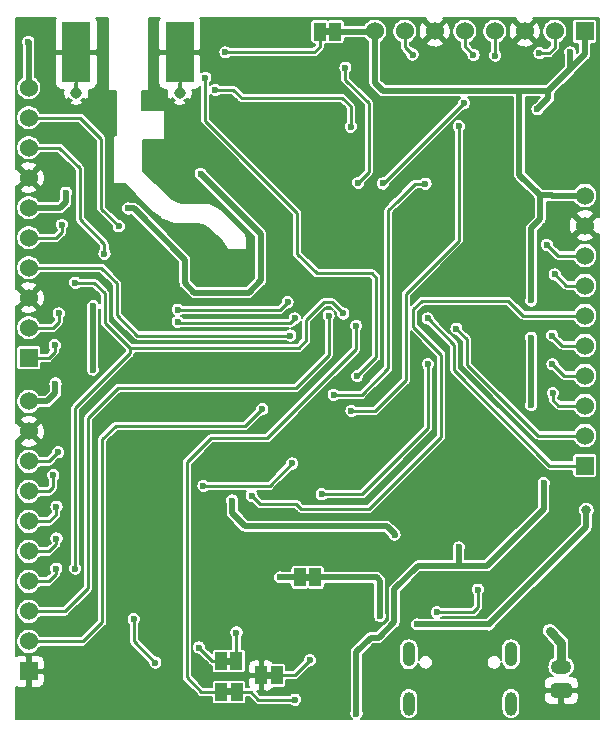
<source format=gbl>
G04 #@! TF.GenerationSoftware,KiCad,Pcbnew,(5.1.10)-1*
G04 #@! TF.CreationDate,2022-05-03T20:41:15+02:00*
G04 #@! TF.ProjectId,rak3172_easeboard,72616b33-3137-4325-9f65-617365626f61,rev?*
G04 #@! TF.SameCoordinates,Original*
G04 #@! TF.FileFunction,Copper,L4,Bot*
G04 #@! TF.FilePolarity,Positive*
%FSLAX46Y46*%
G04 Gerber Fmt 4.6, Leading zero omitted, Abs format (unit mm)*
G04 Created by KiCad (PCBNEW (5.1.10)-1) date 2022-05-03 20:41:15*
%MOMM*%
%LPD*%
G01*
G04 APERTURE LIST*
G04 #@! TA.AperFunction,EtchedComponent*
%ADD10C,0.100000*%
G04 #@! TD*
G04 #@! TA.AperFunction,ComponentPad*
%ADD11O,1.050000X2.100000*%
G04 #@! TD*
G04 #@! TA.AperFunction,ComponentPad*
%ADD12O,1.000000X2.000000*%
G04 #@! TD*
G04 #@! TA.AperFunction,ComponentPad*
%ADD13R,1.524000X1.524000*%
G04 #@! TD*
G04 #@! TA.AperFunction,ComponentPad*
%ADD14C,1.524000*%
G04 #@! TD*
G04 #@! TA.AperFunction,ComponentPad*
%ADD15O,1.750000X1.200000*%
G04 #@! TD*
G04 #@! TA.AperFunction,SMDPad,CuDef*
%ADD16R,1.000000X1.500000*%
G04 #@! TD*
G04 #@! TA.AperFunction,SMDPad,CuDef*
%ADD17R,2.420000X5.080000*%
G04 #@! TD*
G04 #@! TA.AperFunction,ComponentPad*
%ADD18C,0.970000*%
G04 #@! TD*
G04 #@! TA.AperFunction,SMDPad,CuDef*
%ADD19R,0.460000X0.950000*%
G04 #@! TD*
G04 #@! TA.AperFunction,ViaPad*
%ADD20C,0.600000*%
G04 #@! TD*
G04 #@! TA.AperFunction,ViaPad*
%ADD21C,0.800000*%
G04 #@! TD*
G04 #@! TA.AperFunction,Conductor*
%ADD22C,0.250000*%
G04 #@! TD*
G04 #@! TA.AperFunction,Conductor*
%ADD23C,0.500000*%
G04 #@! TD*
G04 #@! TA.AperFunction,Conductor*
%ADD24C,0.750000*%
G04 #@! TD*
G04 #@! TA.AperFunction,Conductor*
%ADD25C,0.200000*%
G04 #@! TD*
G04 #@! TA.AperFunction,Conductor*
%ADD26C,0.100000*%
G04 #@! TD*
G04 APERTURE END LIST*
D10*
G36*
X138639600Y-128732000D02*
G01*
X138139600Y-128732000D01*
X138139600Y-129332000D01*
X138639600Y-129332000D01*
X138639600Y-128732000D01*
G37*
G36*
X135251000Y-130129000D02*
G01*
X134751000Y-130129000D01*
X134751000Y-130729000D01*
X135251000Y-130729000D01*
X135251000Y-130129000D01*
G37*
G36*
X135236000Y-127512800D02*
G01*
X134736000Y-127512800D01*
X134736000Y-128112800D01*
X135236000Y-128112800D01*
X135236000Y-127512800D01*
G37*
G36*
X141405800Y-121026200D02*
G01*
X141905800Y-121026200D01*
X141905800Y-120426200D01*
X141405800Y-120426200D01*
X141405800Y-121026200D01*
G37*
G36*
X143092600Y-74823600D02*
G01*
X143592600Y-74823600D01*
X143592600Y-74223600D01*
X143092600Y-74223600D01*
X143092600Y-74823600D01*
G37*
D11*
X158870000Y-127245000D03*
X150230000Y-127245000D03*
D12*
X158870000Y-131425000D03*
X150230000Y-131425000D03*
D13*
X118043200Y-128696400D03*
D14*
X118043200Y-126156400D03*
X118043200Y-123616400D03*
X118043200Y-121076400D03*
X118043200Y-118536400D03*
X118043200Y-115996400D03*
X118043200Y-113456400D03*
X118043200Y-105836400D03*
X118043200Y-108376400D03*
X118043200Y-110916400D03*
D13*
X118033800Y-102128000D03*
D14*
X118033800Y-99588000D03*
X118033800Y-97048000D03*
X118033800Y-94508000D03*
X118033800Y-91968000D03*
X118033800Y-89428000D03*
X118033800Y-86888000D03*
X118033800Y-79268000D03*
X118033800Y-81808000D03*
X118033800Y-84348000D03*
D13*
X165120000Y-74498200D03*
D14*
X162580000Y-74498200D03*
X160040000Y-74498200D03*
X157500000Y-74498200D03*
X154960000Y-74498200D03*
X147340000Y-74498200D03*
X149880000Y-74498200D03*
X152420000Y-74498200D03*
D13*
X165134000Y-111257600D03*
D14*
X165134000Y-108717600D03*
X165134000Y-106177600D03*
X165134000Y-103637600D03*
X165134000Y-101097600D03*
X165134000Y-98557600D03*
X165134000Y-96017600D03*
X165134000Y-88397600D03*
X165134000Y-90937600D03*
X165134000Y-93477600D03*
G04 #@! TA.AperFunction,ComponentPad*
G36*
G01*
X163759001Y-130907600D02*
X162508999Y-130907600D01*
G75*
G02*
X162259000Y-130657601I0J249999D01*
G01*
X162259000Y-129957599D01*
G75*
G02*
X162508999Y-129707600I249999J0D01*
G01*
X163759001Y-129707600D01*
G75*
G02*
X164009000Y-129957599I0J-249999D01*
G01*
X164009000Y-130657601D01*
G75*
G02*
X163759001Y-130907600I-249999J0D01*
G01*
G37*
G04 #@! TD.AperFunction*
D15*
X163134000Y-128307600D03*
D16*
X137739600Y-129032000D03*
X139039600Y-129032000D03*
X135651000Y-130429000D03*
X134351000Y-130429000D03*
X135636000Y-127812800D03*
X134336000Y-127812800D03*
X141005800Y-120726200D03*
X142305800Y-120726200D03*
X142692600Y-74523600D03*
X143992600Y-74523600D03*
D17*
X130821200Y-76283400D03*
X122061200Y-76283400D03*
D18*
X130821200Y-79723400D03*
X122061200Y-79723400D03*
D19*
X130821200Y-79273400D03*
X122061200Y-79273400D03*
D20*
X130380000Y-86710000D03*
X142620000Y-84290000D03*
X142560000Y-86880000D03*
X143880000Y-112360000D03*
X139340000Y-115120000D03*
X143890000Y-118930000D03*
X149310000Y-125550000D03*
X154457400Y-118186200D03*
X145796000Y-132257800D03*
X163890000Y-76280000D03*
X121200000Y-88160000D03*
X120310000Y-104320000D03*
X123500000Y-97770000D03*
X161112200Y-81102200D03*
X160578800Y-97282000D03*
X160578800Y-100431600D03*
X160578800Y-106146600D03*
X161645600Y-112750600D03*
X132610000Y-86570000D03*
X126470000Y-89490000D03*
X123480000Y-103140000D03*
X118010000Y-75390000D03*
X149020000Y-117110000D03*
X135260000Y-114220000D03*
X156997400Y-124714000D03*
D21*
X165252400Y-115036600D03*
D20*
X147777200Y-124002800D03*
X150940000Y-124710000D03*
X162153600Y-125272800D03*
X156083000Y-121767600D03*
X152603200Y-123672600D03*
X134696200Y-76276200D03*
X139344400Y-120726200D03*
X121980000Y-95780000D03*
X120860000Y-90880000D03*
X121970800Y-119990000D03*
X132461000Y-126669800D03*
X144680000Y-98380000D03*
X135636000Y-125399800D03*
X145770600Y-99441000D03*
X140200000Y-100250000D03*
X140589000Y-131089400D03*
X141859000Y-127736600D03*
X162390000Y-102690000D03*
X132994400Y-78435200D03*
X145846800Y-103682800D03*
X120250000Y-101070000D03*
X120590000Y-98380000D03*
X125670000Y-91000000D03*
X124460000Y-93340000D03*
X137820400Y-106476800D03*
X143433800Y-98577400D03*
X120380000Y-119990000D03*
X120390000Y-117440000D03*
X120390000Y-114740000D03*
X120120000Y-112070000D03*
X120530000Y-110140000D03*
X151815800Y-98806000D03*
X154254200Y-99669600D03*
X162430000Y-105120000D03*
X162360000Y-100260000D03*
X151841200Y-102666800D03*
X142849600Y-113690400D03*
X132840000Y-112990000D03*
X140350000Y-111080000D03*
X136920000Y-113820000D03*
X162580000Y-95080000D03*
X161910000Y-92570000D03*
X161290000Y-76340000D03*
X151638000Y-87401400D03*
X143865600Y-105283000D03*
X157530800Y-76555600D03*
X145370000Y-106630000D03*
X154457400Y-82524600D03*
X154914600Y-80568800D03*
X148031200Y-87376000D03*
X155700000Y-76500000D03*
X150540000Y-76460000D03*
X144856200Y-77571600D03*
X145948400Y-87325200D03*
X133858000Y-79451200D03*
X145313400Y-82575400D03*
X140570000Y-98810000D03*
X130660000Y-99100000D03*
X130680000Y-98060000D03*
X139970000Y-97420000D03*
X128770000Y-127940000D03*
X126940000Y-124260000D03*
D22*
X122061200Y-79723400D02*
X122061200Y-76283400D01*
X130821200Y-79723400D02*
X130821200Y-76283400D01*
D23*
X147314600Y-74523600D02*
X147340000Y-74498200D01*
X143992600Y-74523600D02*
X147314600Y-74523600D01*
X154457400Y-118186200D02*
X154457400Y-119761000D01*
X145796000Y-128422400D02*
X145796000Y-132257800D01*
X147340000Y-74498200D02*
X147340000Y-78836200D01*
X147340000Y-78836200D02*
X148031200Y-79527400D01*
X148031200Y-79527400D02*
X159588200Y-79527400D01*
X165120000Y-76448600D02*
X165125400Y-76454000D01*
X165120000Y-74498200D02*
X165120000Y-76448600D01*
X159588200Y-79527400D02*
X162052000Y-79527400D01*
X118039200Y-89433400D02*
X118033800Y-89428000D01*
X162356800Y-88392000D02*
X161340800Y-88392000D01*
X159588200Y-86639400D02*
X159588200Y-79527400D01*
X161340800Y-88392000D02*
X159588200Y-86639400D01*
X162052000Y-80162400D02*
X162052000Y-79527400D01*
X161112200Y-81102200D02*
X162052000Y-80162400D01*
X162362400Y-88397600D02*
X162356800Y-88392000D01*
X165134000Y-88397600D02*
X162362400Y-88397600D01*
X161340800Y-88392000D02*
X161340800Y-90424000D01*
X160578800Y-91186000D02*
X160578800Y-97282000D01*
X161340800Y-90424000D02*
X160578800Y-91186000D01*
X160578800Y-100431600D02*
X160578800Y-106146600D01*
X161645600Y-112750600D02*
X161645600Y-114960400D01*
X156845000Y-119761000D02*
X154457400Y-119761000D01*
X161645600Y-114960400D02*
X156845000Y-119761000D01*
X154457400Y-119761000D02*
X150969000Y-119761000D01*
X150969000Y-119761000D02*
X148980000Y-121750000D01*
X148980000Y-121750000D02*
X148980000Y-124530000D01*
X148980000Y-124530000D02*
X147660000Y-125850000D01*
X147660000Y-125850000D02*
X147000000Y-125850000D01*
X145796000Y-127054000D02*
X145796000Y-128422400D01*
X147000000Y-125850000D02*
X145796000Y-127054000D01*
X123480000Y-97790000D02*
X123500000Y-97770000D01*
X123480000Y-103140000D02*
X123480000Y-97790000D01*
X137700000Y-91660000D02*
X132610000Y-86570000D01*
X137700000Y-95590000D02*
X137700000Y-91660000D01*
X136660000Y-96630000D02*
X137700000Y-95590000D01*
X135310000Y-96610000D02*
X135330000Y-96630000D01*
X131270000Y-95810000D02*
X132070000Y-96610000D01*
X131270000Y-93820000D02*
X131270000Y-95810000D01*
X135330000Y-96630000D02*
X136660000Y-96630000D01*
X126940000Y-89490000D02*
X131270000Y-93820000D01*
X132070000Y-96610000D02*
X135310000Y-96610000D01*
X126470000Y-89490000D02*
X126940000Y-89490000D01*
X118033800Y-75413800D02*
X118010000Y-75390000D01*
X118033800Y-79268000D02*
X118033800Y-75413800D01*
X118033800Y-89428000D02*
X120712000Y-89428000D01*
X121200000Y-88940000D02*
X121200000Y-88160000D01*
X120712000Y-89428000D02*
X121200000Y-88940000D01*
X118043200Y-105836400D02*
X119633600Y-105836400D01*
X120310000Y-105160000D02*
X120310000Y-104320000D01*
X119633600Y-105836400D02*
X120310000Y-105160000D01*
X163890000Y-77650000D02*
X163909700Y-77669700D01*
X163890000Y-76280000D02*
X163890000Y-77650000D01*
X163909700Y-77669700D02*
X165125400Y-76454000D01*
X162052000Y-79527400D02*
X163909700Y-77669700D01*
X149020000Y-117090000D02*
X149020000Y-117110000D01*
X148340000Y-116410000D02*
X149020000Y-117090000D01*
X148340000Y-116410000D02*
X136380000Y-116410000D01*
X135260000Y-115290000D02*
X135260000Y-114220000D01*
X136380000Y-116410000D02*
X135260000Y-115290000D01*
X142305800Y-120726200D02*
X146431000Y-120726200D01*
X165252400Y-116459000D02*
X165252400Y-115036600D01*
X156997400Y-124714000D02*
X165252400Y-116459000D01*
X146431000Y-120726200D02*
X147497800Y-120726200D01*
X147777200Y-121005600D02*
X147777200Y-124002800D01*
X147497800Y-120726200D02*
X147777200Y-121005600D01*
X156997400Y-124714000D02*
X151654000Y-124714000D01*
X150944000Y-124714000D02*
X150940000Y-124710000D01*
X151654000Y-124714000D02*
X150944000Y-124714000D01*
D24*
X163134000Y-126253200D02*
X162153600Y-125272800D01*
X163134000Y-128307600D02*
X163134000Y-126253200D01*
D22*
X152603200Y-123672600D02*
X155676600Y-123672600D01*
X156083000Y-123266200D02*
X156083000Y-121767600D01*
X155676600Y-123672600D02*
X156083000Y-123266200D01*
X134696200Y-76276200D02*
X142240000Y-76276200D01*
X142692600Y-75823600D02*
X142692600Y-74523600D01*
X142240000Y-76276200D02*
X142692600Y-75823600D01*
D23*
X139344400Y-120726200D02*
X141005800Y-120726200D01*
D22*
X118090000Y-92024200D02*
X118033800Y-91968000D01*
X133604000Y-127812800D02*
X132461000Y-126669800D01*
X134336000Y-127812800D02*
X133604000Y-127812800D01*
X121970800Y-95789200D02*
X121980000Y-95780000D01*
X123580000Y-95780000D02*
X121980000Y-95780000D01*
X124470000Y-96670000D02*
X123580000Y-95780000D01*
X140914800Y-101295200D02*
X126605200Y-101295200D01*
X124470000Y-99160000D02*
X124470000Y-96670000D01*
X141560000Y-100650000D02*
X140914800Y-101295200D01*
X141560000Y-98910000D02*
X141560000Y-100650000D01*
X143035600Y-97434400D02*
X141560000Y-98910000D01*
X126605200Y-101295200D02*
X124470000Y-99160000D01*
X143734400Y-97434400D02*
X143035600Y-97434400D01*
X144680000Y-98380000D02*
X143734400Y-97434400D01*
X118033800Y-91968000D02*
X120392000Y-91968000D01*
X120860000Y-91500000D02*
X120860000Y-90880000D01*
X120392000Y-91968000D02*
X120860000Y-91500000D01*
X126605200Y-101404800D02*
X126605200Y-101295200D01*
X126605200Y-101764800D02*
X121970800Y-106399200D01*
X126605200Y-101295200D02*
X126605200Y-101764800D01*
X121970800Y-119990000D02*
X121970800Y-106399200D01*
X135636000Y-125399800D02*
X135636000Y-127812800D01*
X134351000Y-130429000D02*
X132664200Y-130429000D01*
X132664200Y-130429000D02*
X131419600Y-129184400D01*
X131419600Y-129184400D02*
X131419600Y-110998000D01*
X131419600Y-110998000D02*
X133451600Y-108966000D01*
X133451600Y-108966000D02*
X138201400Y-108966000D01*
X145770600Y-101396800D02*
X145770600Y-99441000D01*
X138201400Y-108966000D02*
X145770600Y-101396800D01*
X124168000Y-94508000D02*
X118033800Y-94508000D01*
X125500000Y-95840000D02*
X124168000Y-94508000D01*
X125500000Y-98510000D02*
X125500000Y-95840000D01*
X127240000Y-100250000D02*
X125500000Y-98510000D01*
X140200000Y-100250000D02*
X127240000Y-100250000D01*
X136829800Y-130429000D02*
X135651000Y-130429000D01*
X137490200Y-131089400D02*
X136829800Y-130429000D01*
X140589000Y-131089400D02*
X137490200Y-131089400D01*
X141859000Y-127736600D02*
X140563600Y-129032000D01*
X140563600Y-129032000D02*
X139039600Y-129032000D01*
X132994400Y-78435200D02*
X132994400Y-82067400D01*
X132994400Y-82067400D02*
X140766800Y-89839800D01*
X140766800Y-89839800D02*
X140766800Y-93345000D01*
X140766800Y-93345000D02*
X142417800Y-94996000D01*
X142417800Y-94996000D02*
X147116800Y-94996000D01*
X163337600Y-103637600D02*
X162390000Y-102690000D01*
X165134000Y-103637600D02*
X163337600Y-103637600D01*
X145846800Y-103682800D02*
X147480000Y-102049600D01*
X147480000Y-95359200D02*
X147116800Y-94996000D01*
X147480000Y-102049600D02*
X147480000Y-95359200D01*
X118033800Y-102128000D02*
X119742000Y-102128000D01*
X120250000Y-101620000D02*
X120250000Y-101070000D01*
X119742000Y-102128000D02*
X120250000Y-101620000D01*
X118033800Y-99588000D02*
X120122000Y-99588000D01*
X120590000Y-99120000D02*
X120590000Y-98380000D01*
X120122000Y-99588000D02*
X120590000Y-99120000D01*
X118217000Y-81991200D02*
X118033800Y-81808000D01*
X122398000Y-81808000D02*
X118033800Y-81808000D01*
X124190000Y-83600000D02*
X122398000Y-81808000D01*
X124190000Y-89520000D02*
X124190000Y-83600000D01*
X125670000Y-91000000D02*
X124190000Y-89520000D01*
X118119400Y-83693000D02*
X118094000Y-83667600D01*
X118053800Y-84328000D02*
X118033800Y-84348000D01*
X122370000Y-86080000D02*
X120638000Y-84348000D01*
X122370000Y-90380000D02*
X122370000Y-86080000D01*
X124460000Y-92470000D02*
X122370000Y-90380000D01*
X120638000Y-84348000D02*
X118033800Y-84348000D01*
X124460000Y-93340000D02*
X124460000Y-92470000D01*
X137820400Y-106476800D02*
X136398000Y-107899200D01*
X136398000Y-107899200D02*
X125399800Y-107899200D01*
X125399800Y-107899200D02*
X124282200Y-109016800D01*
X124282200Y-109016800D02*
X124282200Y-124485400D01*
X122611200Y-126156400D02*
X118043200Y-126156400D01*
X124282200Y-124485400D02*
X122611200Y-126156400D01*
X143433800Y-98577400D02*
X143433800Y-101930200D01*
X143433800Y-101930200D02*
X140665200Y-104698800D01*
X140665200Y-104698800D02*
X125603000Y-104698800D01*
X125603000Y-104698800D02*
X123088400Y-107213400D01*
X123088400Y-107213400D02*
X123088400Y-121615200D01*
X121087200Y-123616400D02*
X118043200Y-123616400D01*
X123088400Y-121615200D02*
X121087200Y-123616400D01*
X118043200Y-121076400D02*
X119723600Y-121076400D01*
X120380000Y-120420000D02*
X120380000Y-119990000D01*
X119723600Y-121076400D02*
X120380000Y-120420000D01*
X118043200Y-118536400D02*
X119733600Y-118536400D01*
X120390000Y-117880000D02*
X120390000Y-117440000D01*
X119733600Y-118536400D02*
X120390000Y-117880000D01*
X118043200Y-115996400D02*
X119803600Y-115996400D01*
X120390000Y-115410000D02*
X120390000Y-114740000D01*
X119803600Y-115996400D02*
X120390000Y-115410000D01*
X118043200Y-113456400D02*
X119763600Y-113456400D01*
X120120000Y-113100000D02*
X119763600Y-113456400D01*
X120120000Y-112070000D02*
X120120000Y-113100000D01*
X119753600Y-110916400D02*
X120530000Y-110140000D01*
X118043200Y-110916400D02*
X119753600Y-110916400D01*
X165134000Y-111257600D02*
X162133800Y-111257600D01*
X162133800Y-111257600D02*
X154076400Y-103200200D01*
X154076400Y-101066600D02*
X151815800Y-98806000D01*
X154076400Y-103200200D02*
X154076400Y-101066600D01*
X165134000Y-108717600D02*
X161168600Y-108717600D01*
X161168600Y-108717600D02*
X155168600Y-102717600D01*
X155168600Y-100584000D02*
X154254200Y-99669600D01*
X155168600Y-102717600D02*
X155168600Y-100584000D01*
X165134000Y-106177600D02*
X162897600Y-106177600D01*
X162430000Y-105710000D02*
X162430000Y-105120000D01*
X162897600Y-106177600D02*
X162430000Y-105710000D01*
X151841200Y-102666800D02*
X151841200Y-108102400D01*
X146253200Y-113690400D02*
X142849600Y-113690400D01*
X151841200Y-108102400D02*
X146253200Y-113690400D01*
X163197600Y-101097600D02*
X162360000Y-100260000D01*
X165134000Y-101097600D02*
X163197600Y-101097600D01*
X138440000Y-112990000D02*
X140350000Y-111080000D01*
X136730000Y-112990000D02*
X138440000Y-112990000D01*
X136730000Y-112990000D02*
X132840000Y-112990000D01*
X146888200Y-114909600D02*
X152984200Y-108813600D01*
X152984200Y-108813600D02*
X152984200Y-101879400D01*
X152984200Y-101879400D02*
X150596600Y-99491800D01*
X150596600Y-99491800D02*
X150596600Y-98044000D01*
X150596600Y-98044000D02*
X151307800Y-97332800D01*
X151307800Y-97332800D02*
X158648400Y-97332800D01*
X159873200Y-98557600D02*
X165134000Y-98557600D01*
X158648400Y-97332800D02*
X159873200Y-98557600D01*
X137594999Y-114494999D02*
X136920000Y-113820000D01*
X146888200Y-114909600D02*
X141119600Y-114909600D01*
X140704999Y-114494999D02*
X137594999Y-114494999D01*
X141119600Y-114909600D02*
X140704999Y-114494999D01*
X165077600Y-95961200D02*
X165134000Y-96017600D01*
X163517600Y-96017600D02*
X162580000Y-95080000D01*
X165134000Y-96017600D02*
X163517600Y-96017600D01*
X162817600Y-93477600D02*
X161910000Y-92570000D01*
X165134000Y-93477600D02*
X162817600Y-93477600D01*
X151638000Y-87401400D02*
X150749000Y-87401400D01*
X150749000Y-87401400D02*
X149326600Y-88823800D01*
X146227800Y-105283000D02*
X143865600Y-105283000D01*
X162580000Y-74498200D02*
X162580000Y-75870000D01*
X162110000Y-76340000D02*
X161290000Y-76340000D01*
X162580000Y-75870000D02*
X162110000Y-76340000D01*
X149326600Y-88823800D02*
X149326200Y-88823800D01*
X149326200Y-88823800D02*
X148500000Y-89650000D01*
X148500000Y-103010800D02*
X146227800Y-105283000D01*
X148500000Y-89650000D02*
X148500000Y-103010800D01*
X157500000Y-76524800D02*
X157530800Y-76555600D01*
X157500000Y-74498200D02*
X157500000Y-76524800D01*
X149987000Y-104033000D02*
X147390000Y-106630000D01*
X147390000Y-106630000D02*
X145370000Y-106630000D01*
X149987000Y-96697800D02*
X149987000Y-104033000D01*
X154457400Y-92227400D02*
X149987000Y-96697800D01*
X154457400Y-82524600D02*
X154457400Y-92227400D01*
X148107400Y-87376000D02*
X148031200Y-87376000D01*
X154914600Y-80568800D02*
X148107400Y-87376000D01*
X154960000Y-75760000D02*
X155700000Y-76500000D01*
X154960000Y-74498200D02*
X154960000Y-75760000D01*
X144856200Y-77571600D02*
X144856200Y-78587600D01*
X144856200Y-78587600D02*
X146837400Y-80568800D01*
X146837400Y-86436200D02*
X145948400Y-87325200D01*
X146837400Y-80568800D02*
X146837400Y-86436200D01*
X149880000Y-75800000D02*
X150540000Y-76460000D01*
X149880000Y-74498200D02*
X149880000Y-75800000D01*
X133858000Y-79451200D02*
X135382000Y-79451200D01*
X135382000Y-79451200D02*
X136067800Y-80137000D01*
X136067800Y-80137000D02*
X144602200Y-80137000D01*
X145313400Y-80848200D02*
X145313400Y-82575400D01*
X144602200Y-80137000D02*
X145313400Y-80848200D01*
X130730000Y-99230000D02*
X140070000Y-99230000D01*
X140150000Y-99230000D02*
X140070000Y-99230000D01*
X140570000Y-98810000D02*
X140150000Y-99230000D01*
X130730000Y-99170000D02*
X130660000Y-99100000D01*
X130730000Y-99230000D02*
X130730000Y-99170000D01*
X139330000Y-98060000D02*
X139970000Y-97420000D01*
X130680000Y-98060000D02*
X139330000Y-98060000D01*
X126940000Y-126110000D02*
X126940000Y-124260000D01*
X128770000Y-127940000D02*
X126940000Y-126110000D01*
D25*
X120343220Y-73403979D02*
X120286763Y-73509603D01*
X120251997Y-73624211D01*
X120240258Y-73743400D01*
X120243200Y-75977400D01*
X120395200Y-76129400D01*
X121907200Y-76129400D01*
X121907200Y-76109400D01*
X122215200Y-76109400D01*
X122215200Y-76129400D01*
X123727200Y-76129400D01*
X123879200Y-75977400D01*
X123882142Y-73743400D01*
X123870403Y-73624211D01*
X123835637Y-73509603D01*
X123779180Y-73403979D01*
X123756752Y-73376650D01*
X124720000Y-73376650D01*
X124720000Y-79450000D01*
X124721921Y-79469509D01*
X124727612Y-79488268D01*
X124736853Y-79505557D01*
X124749289Y-79520711D01*
X124764443Y-79533147D01*
X124781732Y-79542388D01*
X124800491Y-79548079D01*
X124820000Y-79550000D01*
X125400000Y-79550000D01*
X125400000Y-83260000D01*
X125320000Y-83260000D01*
X125300491Y-83261921D01*
X125281732Y-83267612D01*
X125264443Y-83276853D01*
X125249289Y-83289289D01*
X125236853Y-83304443D01*
X125227612Y-83321732D01*
X125221921Y-83340491D01*
X125220000Y-83360000D01*
X125220000Y-87360000D01*
X125222149Y-87380622D01*
X125228053Y-87399316D01*
X125237490Y-87416498D01*
X125250097Y-87431510D01*
X125265391Y-87443773D01*
X125282784Y-87452817D01*
X125301607Y-87458294D01*
X125321136Y-87459994D01*
X126159180Y-87450471D01*
X128409445Y-89690866D01*
X128417530Y-89698087D01*
X129217530Y-90338087D01*
X129241716Y-90352381D01*
X130351716Y-90812381D01*
X130371005Y-90818179D01*
X130390524Y-90819999D01*
X132290911Y-90810049D01*
X132795960Y-90905342D01*
X133319472Y-91190894D01*
X134303274Y-92174695D01*
X134878358Y-92987746D01*
X134888771Y-93000189D01*
X134903833Y-93012736D01*
X134921053Y-93022104D01*
X134939770Y-93027932D01*
X134959265Y-93029997D01*
X136319265Y-93039997D01*
X136334822Y-93038895D01*
X136353831Y-93034104D01*
X136371539Y-93025695D01*
X136387267Y-93013994D01*
X136497267Y-92913994D01*
X136513147Y-92895557D01*
X136522388Y-92878268D01*
X136528079Y-92859509D01*
X136530000Y-92840000D01*
X136530000Y-92040000D01*
X136527886Y-92019548D01*
X136522015Y-92000844D01*
X136322015Y-91530844D01*
X136313147Y-91514443D01*
X136300711Y-91499289D01*
X134410711Y-89609289D01*
X134390873Y-89593907D01*
X134170873Y-89463907D01*
X134163503Y-89459958D01*
X133273503Y-89029958D01*
X133249509Y-89021921D01*
X133230000Y-89020000D01*
X131112019Y-89020000D01*
X130721453Y-88924740D01*
X130176177Y-88695150D01*
X127730007Y-86317748D01*
X127730425Y-83670530D01*
X129492383Y-83679833D01*
X129511820Y-83678030D01*
X129530614Y-83672454D01*
X129547959Y-83663319D01*
X129563188Y-83650976D01*
X129575717Y-83635898D01*
X129585063Y-83618666D01*
X129590868Y-83599942D01*
X129592909Y-83580445D01*
X129607088Y-81260777D01*
X129605267Y-81241158D01*
X129599672Y-81222370D01*
X129590520Y-81205034D01*
X129578161Y-81189817D01*
X129563071Y-81177304D01*
X129545830Y-81167975D01*
X129527100Y-81162188D01*
X129507601Y-81160167D01*
X127615361Y-81150504D01*
X127600913Y-79560000D01*
X128160000Y-79560000D01*
X128179509Y-79558079D01*
X128198268Y-79552388D01*
X128215557Y-79543147D01*
X128230711Y-79530711D01*
X128243147Y-79515557D01*
X128252388Y-79498268D01*
X128258079Y-79479509D01*
X128260000Y-79460000D01*
X128260000Y-78823400D01*
X129000258Y-78823400D01*
X129011997Y-78942589D01*
X129046763Y-79057197D01*
X129103220Y-79162821D01*
X129179199Y-79255401D01*
X129271779Y-79331380D01*
X129377403Y-79387837D01*
X129492011Y-79422603D01*
X129611200Y-79434342D01*
X129764120Y-79433844D01*
X129727857Y-79619288D01*
X129728554Y-79834589D01*
X129771241Y-80045617D01*
X129850924Y-80237992D01*
X130052098Y-80274713D01*
X130153565Y-80173246D01*
X130235023Y-80244775D01*
X130338705Y-80304724D01*
X130427470Y-80334919D01*
X130269887Y-80492502D01*
X130306608Y-80693676D01*
X130505787Y-80775424D01*
X130717088Y-80816743D01*
X130932389Y-80816046D01*
X131143417Y-80773359D01*
X131335792Y-80693676D01*
X131372513Y-80492502D01*
X131214930Y-80334919D01*
X131303695Y-80304724D01*
X131407377Y-80244775D01*
X131488835Y-80173246D01*
X131590302Y-80274713D01*
X131791476Y-80237992D01*
X131873224Y-80038813D01*
X131914543Y-79827512D01*
X131913846Y-79612211D01*
X131877765Y-79433843D01*
X132031200Y-79434342D01*
X132150389Y-79422603D01*
X132264997Y-79387837D01*
X132370621Y-79331380D01*
X132463201Y-79255401D01*
X132539180Y-79162821D01*
X132569400Y-79106283D01*
X132569401Y-82046523D01*
X132567345Y-82067400D01*
X132575550Y-82150714D01*
X132597365Y-82222626D01*
X132599853Y-82230827D01*
X132639317Y-82304660D01*
X132692427Y-82369374D01*
X132708639Y-82382679D01*
X140341800Y-90015841D01*
X140341801Y-93324123D01*
X140339745Y-93345000D01*
X140347950Y-93428314D01*
X140365696Y-93486812D01*
X140372253Y-93508427D01*
X140411717Y-93582260D01*
X140464827Y-93646974D01*
X140481039Y-93660279D01*
X142102516Y-95281756D01*
X142115826Y-95297974D01*
X142180540Y-95351084D01*
X142231844Y-95378506D01*
X142254373Y-95390548D01*
X142334486Y-95414850D01*
X142417800Y-95423056D01*
X142438674Y-95421000D01*
X146940760Y-95421000D01*
X147055001Y-95535242D01*
X147055000Y-101873560D01*
X145845760Y-103082800D01*
X145787705Y-103082800D01*
X145671786Y-103105858D01*
X145562593Y-103151087D01*
X145464322Y-103216750D01*
X145380750Y-103300322D01*
X145315087Y-103398593D01*
X145269858Y-103507786D01*
X145246800Y-103623705D01*
X145246800Y-103741895D01*
X145269858Y-103857814D01*
X145315087Y-103967007D01*
X145380750Y-104065278D01*
X145464322Y-104148850D01*
X145562593Y-104214513D01*
X145671786Y-104259742D01*
X145787705Y-104282800D01*
X145905895Y-104282800D01*
X146021814Y-104259742D01*
X146131007Y-104214513D01*
X146229278Y-104148850D01*
X146312850Y-104065278D01*
X146378513Y-103967007D01*
X146423742Y-103857814D01*
X146446800Y-103741895D01*
X146446800Y-103683840D01*
X147765758Y-102364882D01*
X147781974Y-102351574D01*
X147835084Y-102286860D01*
X147874548Y-102213027D01*
X147898850Y-102132914D01*
X147905000Y-102070474D01*
X147905000Y-102070473D01*
X147907056Y-102049600D01*
X147905000Y-102028726D01*
X147905000Y-95380066D01*
X147907055Y-95359199D01*
X147905000Y-95338332D01*
X147905000Y-95338326D01*
X147898850Y-95275886D01*
X147896446Y-95267959D01*
X147889004Y-95243427D01*
X147874548Y-95195773D01*
X147835084Y-95121940D01*
X147781974Y-95057226D01*
X147765762Y-95043921D01*
X147432083Y-94710243D01*
X147418774Y-94694026D01*
X147354060Y-94640916D01*
X147280227Y-94601452D01*
X147200114Y-94577150D01*
X147137674Y-94571000D01*
X147137667Y-94571000D01*
X147116800Y-94568945D01*
X147095933Y-94571000D01*
X142593840Y-94571000D01*
X141191800Y-93168960D01*
X141191800Y-89860666D01*
X141193855Y-89839799D01*
X141191800Y-89818932D01*
X141191800Y-89818926D01*
X141185650Y-89756486D01*
X141161348Y-89676373D01*
X141121884Y-89602540D01*
X141068774Y-89537826D01*
X141052563Y-89524522D01*
X133419400Y-81891360D01*
X133419400Y-79861128D01*
X133475522Y-79917250D01*
X133573793Y-79982913D01*
X133682986Y-80028142D01*
X133798905Y-80051200D01*
X133917095Y-80051200D01*
X134033014Y-80028142D01*
X134142207Y-79982913D01*
X134240478Y-79917250D01*
X134281528Y-79876200D01*
X135205960Y-79876200D01*
X135752516Y-80422756D01*
X135765826Y-80438974D01*
X135830540Y-80492084D01*
X135904373Y-80531548D01*
X135984486Y-80555850D01*
X136046926Y-80562000D01*
X136046933Y-80562000D01*
X136067800Y-80564055D01*
X136088667Y-80562000D01*
X144426160Y-80562000D01*
X144888400Y-81024241D01*
X144888401Y-82151871D01*
X144847350Y-82192922D01*
X144781687Y-82291193D01*
X144736458Y-82400386D01*
X144713400Y-82516305D01*
X144713400Y-82634495D01*
X144736458Y-82750414D01*
X144781687Y-82859607D01*
X144847350Y-82957878D01*
X144930922Y-83041450D01*
X145029193Y-83107113D01*
X145138386Y-83152342D01*
X145254305Y-83175400D01*
X145372495Y-83175400D01*
X145488414Y-83152342D01*
X145597607Y-83107113D01*
X145695878Y-83041450D01*
X145779450Y-82957878D01*
X145845113Y-82859607D01*
X145890342Y-82750414D01*
X145913400Y-82634495D01*
X145913400Y-82516305D01*
X145890342Y-82400386D01*
X145845113Y-82291193D01*
X145779450Y-82192922D01*
X145738400Y-82151872D01*
X145738400Y-80869067D01*
X145740455Y-80848200D01*
X145738400Y-80827333D01*
X145738400Y-80827326D01*
X145732250Y-80764886D01*
X145710649Y-80693676D01*
X145707948Y-80684772D01*
X145690492Y-80652114D01*
X145668484Y-80610940D01*
X145615374Y-80546226D01*
X145599163Y-80532922D01*
X144917483Y-79851243D01*
X144904174Y-79835026D01*
X144839460Y-79781916D01*
X144765627Y-79742452D01*
X144685514Y-79718150D01*
X144623074Y-79712000D01*
X144623067Y-79712000D01*
X144602200Y-79709945D01*
X144581333Y-79712000D01*
X136243840Y-79712000D01*
X135697284Y-79165444D01*
X135683974Y-79149226D01*
X135619260Y-79096116D01*
X135545427Y-79056652D01*
X135465314Y-79032350D01*
X135402874Y-79026200D01*
X135402867Y-79026200D01*
X135382000Y-79024145D01*
X135361133Y-79026200D01*
X134281528Y-79026200D01*
X134240478Y-78985150D01*
X134142207Y-78919487D01*
X134033014Y-78874258D01*
X133917095Y-78851200D01*
X133798905Y-78851200D01*
X133682986Y-78874258D01*
X133573793Y-78919487D01*
X133475522Y-78985150D01*
X133419400Y-79041272D01*
X133419400Y-78858728D01*
X133460450Y-78817678D01*
X133526113Y-78719407D01*
X133571342Y-78610214D01*
X133594400Y-78494295D01*
X133594400Y-78376105D01*
X133571342Y-78260186D01*
X133526113Y-78150993D01*
X133460450Y-78052722D01*
X133376878Y-77969150D01*
X133278607Y-77903487D01*
X133169414Y-77858258D01*
X133053495Y-77835200D01*
X132935305Y-77835200D01*
X132819386Y-77858258D01*
X132710193Y-77903487D01*
X132640991Y-77949726D01*
X132640416Y-77512505D01*
X144256200Y-77512505D01*
X144256200Y-77630695D01*
X144279258Y-77746614D01*
X144324487Y-77855807D01*
X144390150Y-77954078D01*
X144431200Y-77995128D01*
X144431201Y-78566724D01*
X144429145Y-78587600D01*
X144437350Y-78670914D01*
X144461653Y-78751027D01*
X144501117Y-78824860D01*
X144554227Y-78889574D01*
X144570439Y-78902879D01*
X146412400Y-80744841D01*
X146412401Y-86260158D01*
X145947360Y-86725200D01*
X145889305Y-86725200D01*
X145773386Y-86748258D01*
X145664193Y-86793487D01*
X145565922Y-86859150D01*
X145482350Y-86942722D01*
X145416687Y-87040993D01*
X145371458Y-87150186D01*
X145348400Y-87266105D01*
X145348400Y-87384295D01*
X145371458Y-87500214D01*
X145416687Y-87609407D01*
X145482350Y-87707678D01*
X145565922Y-87791250D01*
X145664193Y-87856913D01*
X145773386Y-87902142D01*
X145889305Y-87925200D01*
X146007495Y-87925200D01*
X146123414Y-87902142D01*
X146232607Y-87856913D01*
X146330878Y-87791250D01*
X146414450Y-87707678D01*
X146480113Y-87609407D01*
X146525342Y-87500214D01*
X146548400Y-87384295D01*
X146548400Y-87326240D01*
X147123162Y-86751479D01*
X147139374Y-86738174D01*
X147192484Y-86673460D01*
X147218201Y-86625345D01*
X147231948Y-86599628D01*
X147256250Y-86519515D01*
X147260679Y-86474547D01*
X147262400Y-86457074D01*
X147262400Y-86457067D01*
X147264455Y-86436200D01*
X147262400Y-86415333D01*
X147262400Y-80589667D01*
X147264455Y-80568800D01*
X147262400Y-80547933D01*
X147262400Y-80547926D01*
X147256250Y-80485486D01*
X147231948Y-80405373D01*
X147192484Y-80331540D01*
X147139374Y-80266826D01*
X147123161Y-80253520D01*
X145281200Y-78411560D01*
X145281200Y-77995128D01*
X145322250Y-77954078D01*
X145387913Y-77855807D01*
X145433142Y-77746614D01*
X145456200Y-77630695D01*
X145456200Y-77512505D01*
X145433142Y-77396586D01*
X145387913Y-77287393D01*
X145322250Y-77189122D01*
X145238678Y-77105550D01*
X145140407Y-77039887D01*
X145031214Y-76994658D01*
X144915295Y-76971600D01*
X144797105Y-76971600D01*
X144681186Y-76994658D01*
X144571993Y-77039887D01*
X144473722Y-77105550D01*
X144390150Y-77189122D01*
X144324487Y-77287393D01*
X144279258Y-77396586D01*
X144256200Y-77512505D01*
X132640416Y-77512505D01*
X132639200Y-76589400D01*
X132487200Y-76437400D01*
X130975200Y-76437400D01*
X130975200Y-76457400D01*
X130667200Y-76457400D01*
X130667200Y-76437400D01*
X129155200Y-76437400D01*
X129003200Y-76589400D01*
X129000258Y-78823400D01*
X128260000Y-78823400D01*
X128260000Y-76217105D01*
X134096200Y-76217105D01*
X134096200Y-76335295D01*
X134119258Y-76451214D01*
X134164487Y-76560407D01*
X134230150Y-76658678D01*
X134313722Y-76742250D01*
X134411993Y-76807913D01*
X134521186Y-76853142D01*
X134637105Y-76876200D01*
X134755295Y-76876200D01*
X134871214Y-76853142D01*
X134980407Y-76807913D01*
X135078678Y-76742250D01*
X135119728Y-76701200D01*
X142219133Y-76701200D01*
X142240000Y-76703255D01*
X142260867Y-76701200D01*
X142260874Y-76701200D01*
X142323314Y-76695050D01*
X142403427Y-76670748D01*
X142477260Y-76631284D01*
X142541974Y-76578174D01*
X142555283Y-76561957D01*
X142978363Y-76138878D01*
X142994574Y-76125574D01*
X143047684Y-76060860D01*
X143087148Y-75987027D01*
X143111450Y-75906914D01*
X143117600Y-75844474D01*
X143117600Y-75844468D01*
X143119655Y-75823601D01*
X143117600Y-75802734D01*
X143117600Y-75575051D01*
X143192600Y-75575051D01*
X143251410Y-75569259D01*
X143307960Y-75552104D01*
X143342600Y-75533589D01*
X143377240Y-75552104D01*
X143433790Y-75569259D01*
X143492600Y-75575051D01*
X144492600Y-75575051D01*
X144551410Y-75569259D01*
X144607960Y-75552104D01*
X144660077Y-75524247D01*
X144705758Y-75486758D01*
X144743247Y-75441077D01*
X144771104Y-75388960D01*
X144788259Y-75332410D01*
X144794051Y-75273600D01*
X144794051Y-75073600D01*
X146447212Y-75073600D01*
X146515090Y-75175186D01*
X146663014Y-75323110D01*
X146790000Y-75407959D01*
X146790001Y-78809182D01*
X146787340Y-78836200D01*
X146797959Y-78944018D01*
X146829409Y-79047694D01*
X146880479Y-79143242D01*
X146931987Y-79206004D01*
X146931993Y-79206010D01*
X146949211Y-79226990D01*
X146970191Y-79244208D01*
X147623192Y-79897209D01*
X147640410Y-79918190D01*
X147661390Y-79935408D01*
X147661395Y-79935413D01*
X147713297Y-79978007D01*
X147724158Y-79986921D01*
X147819706Y-80037992D01*
X147923381Y-80069442D01*
X148004182Y-80077400D01*
X148004191Y-80077400D01*
X148031199Y-80080060D01*
X148058207Y-80077400D01*
X154570061Y-80077400D01*
X154532122Y-80102750D01*
X154448550Y-80186322D01*
X154382887Y-80284593D01*
X154337658Y-80393786D01*
X154314600Y-80509705D01*
X154314600Y-80567760D01*
X148103695Y-86778665D01*
X148090295Y-86776000D01*
X147972105Y-86776000D01*
X147856186Y-86799058D01*
X147746993Y-86844287D01*
X147648722Y-86909950D01*
X147565150Y-86993522D01*
X147499487Y-87091793D01*
X147454258Y-87200986D01*
X147431200Y-87316905D01*
X147431200Y-87435095D01*
X147454258Y-87551014D01*
X147499487Y-87660207D01*
X147565150Y-87758478D01*
X147648722Y-87842050D01*
X147746993Y-87907713D01*
X147856186Y-87952942D01*
X147972105Y-87976000D01*
X148090295Y-87976000D01*
X148206214Y-87952942D01*
X148315407Y-87907713D01*
X148413678Y-87842050D01*
X148497250Y-87758478D01*
X148562913Y-87660207D01*
X148608142Y-87551014D01*
X148626694Y-87457746D01*
X154915640Y-81168800D01*
X154973695Y-81168800D01*
X155089614Y-81145742D01*
X155198807Y-81100513D01*
X155297078Y-81034850D01*
X155380650Y-80951278D01*
X155446313Y-80853007D01*
X155491542Y-80743814D01*
X155514600Y-80627895D01*
X155514600Y-80509705D01*
X155491542Y-80393786D01*
X155446313Y-80284593D01*
X155380650Y-80186322D01*
X155297078Y-80102750D01*
X155259139Y-80077400D01*
X159038201Y-80077400D01*
X159038200Y-86612392D01*
X159035540Y-86639400D01*
X159038200Y-86666408D01*
X159038200Y-86666417D01*
X159046158Y-86747218D01*
X159077608Y-86850893D01*
X159128679Y-86946442D01*
X159197410Y-87030190D01*
X159218396Y-87047413D01*
X160790800Y-88619817D01*
X160790801Y-90196182D01*
X160208996Y-90777987D01*
X160188010Y-90795210D01*
X160119279Y-90878958D01*
X160068208Y-90974507D01*
X160036758Y-91078182D01*
X160028800Y-91158983D01*
X160028800Y-91158992D01*
X160026140Y-91186000D01*
X160028800Y-91213008D01*
X160028801Y-97041940D01*
X160001858Y-97106986D01*
X159978800Y-97222905D01*
X159978800Y-97341095D01*
X160001858Y-97457014D01*
X160047087Y-97566207D01*
X160112750Y-97664478D01*
X160196322Y-97748050D01*
X160294593Y-97813713D01*
X160403786Y-97858942D01*
X160519705Y-97882000D01*
X160637895Y-97882000D01*
X160753814Y-97858942D01*
X160863007Y-97813713D01*
X160961278Y-97748050D01*
X161044850Y-97664478D01*
X161110513Y-97566207D01*
X161155742Y-97457014D01*
X161178800Y-97341095D01*
X161178800Y-97222905D01*
X161155742Y-97106986D01*
X161128800Y-97041942D01*
X161128800Y-95020905D01*
X161980000Y-95020905D01*
X161980000Y-95139095D01*
X162003058Y-95255014D01*
X162048287Y-95364207D01*
X162113950Y-95462478D01*
X162197522Y-95546050D01*
X162295793Y-95611713D01*
X162404986Y-95656942D01*
X162520905Y-95680000D01*
X162578960Y-95680000D01*
X163202316Y-96303356D01*
X163215626Y-96319574D01*
X163280340Y-96372684D01*
X163354173Y-96412148D01*
X163434286Y-96436450D01*
X163496726Y-96442600D01*
X163496733Y-96442600D01*
X163517600Y-96444655D01*
X163538467Y-96442600D01*
X164160540Y-96442600D01*
X164192867Y-96520646D01*
X164309090Y-96694586D01*
X164457014Y-96842510D01*
X164630954Y-96958733D01*
X164824226Y-97038788D01*
X165029402Y-97079600D01*
X165238598Y-97079600D01*
X165443774Y-97038788D01*
X165637046Y-96958733D01*
X165810986Y-96842510D01*
X165958910Y-96694586D01*
X166075133Y-96520646D01*
X166155188Y-96327374D01*
X166196000Y-96122198D01*
X166196000Y-95913002D01*
X166155188Y-95707826D01*
X166075133Y-95514554D01*
X165958910Y-95340614D01*
X165810986Y-95192690D01*
X165637046Y-95076467D01*
X165443774Y-94996412D01*
X165238598Y-94955600D01*
X165029402Y-94955600D01*
X164824226Y-94996412D01*
X164630954Y-95076467D01*
X164457014Y-95192690D01*
X164309090Y-95340614D01*
X164192867Y-95514554D01*
X164160540Y-95592600D01*
X163693640Y-95592600D01*
X163180000Y-95078960D01*
X163180000Y-95020905D01*
X163156942Y-94904986D01*
X163111713Y-94795793D01*
X163046050Y-94697522D01*
X162962478Y-94613950D01*
X162864207Y-94548287D01*
X162755014Y-94503058D01*
X162639095Y-94480000D01*
X162520905Y-94480000D01*
X162404986Y-94503058D01*
X162295793Y-94548287D01*
X162197522Y-94613950D01*
X162113950Y-94697522D01*
X162048287Y-94795793D01*
X162003058Y-94904986D01*
X161980000Y-95020905D01*
X161128800Y-95020905D01*
X161128800Y-92510905D01*
X161310000Y-92510905D01*
X161310000Y-92629095D01*
X161333058Y-92745014D01*
X161378287Y-92854207D01*
X161443950Y-92952478D01*
X161527522Y-93036050D01*
X161625793Y-93101713D01*
X161734986Y-93146942D01*
X161850905Y-93170000D01*
X161908960Y-93170000D01*
X162502321Y-93763362D01*
X162515626Y-93779574D01*
X162531838Y-93792879D01*
X162531839Y-93792880D01*
X162531965Y-93792983D01*
X162580340Y-93832684D01*
X162654173Y-93872148D01*
X162709983Y-93889078D01*
X162734285Y-93896450D01*
X162742698Y-93897279D01*
X162796726Y-93902600D01*
X162796732Y-93902600D01*
X162817599Y-93904655D01*
X162838466Y-93902600D01*
X164160540Y-93902600D01*
X164192867Y-93980646D01*
X164309090Y-94154586D01*
X164457014Y-94302510D01*
X164630954Y-94418733D01*
X164824226Y-94498788D01*
X165029402Y-94539600D01*
X165238598Y-94539600D01*
X165443774Y-94498788D01*
X165637046Y-94418733D01*
X165810986Y-94302510D01*
X165958910Y-94154586D01*
X166075133Y-93980646D01*
X166155188Y-93787374D01*
X166196000Y-93582198D01*
X166196000Y-93373002D01*
X166155188Y-93167826D01*
X166075133Y-92974554D01*
X165958910Y-92800614D01*
X165810986Y-92652690D01*
X165637046Y-92536467D01*
X165443774Y-92456412D01*
X165238598Y-92415600D01*
X165029402Y-92415600D01*
X164824226Y-92456412D01*
X164630954Y-92536467D01*
X164457014Y-92652690D01*
X164309090Y-92800614D01*
X164192867Y-92974554D01*
X164160540Y-93052600D01*
X162993641Y-93052600D01*
X162510000Y-92568960D01*
X162510000Y-92510905D01*
X162486942Y-92394986D01*
X162441713Y-92285793D01*
X162376050Y-92187522D01*
X162292478Y-92103950D01*
X162194207Y-92038287D01*
X162085014Y-91993058D01*
X161969095Y-91970000D01*
X161850905Y-91970000D01*
X161734986Y-91993058D01*
X161625793Y-92038287D01*
X161527522Y-92103950D01*
X161443950Y-92187522D01*
X161378287Y-92285793D01*
X161333058Y-92394986D01*
X161310000Y-92510905D01*
X161128800Y-92510905D01*
X161128800Y-91905563D01*
X164383825Y-91905563D01*
X164454505Y-92134844D01*
X164701132Y-92244403D01*
X164964394Y-92303741D01*
X165234174Y-92310579D01*
X165500105Y-92264655D01*
X165751966Y-92167732D01*
X165813495Y-92134844D01*
X165884175Y-91905563D01*
X165134000Y-91155389D01*
X164383825Y-91905563D01*
X161128800Y-91905563D01*
X161128800Y-91413817D01*
X161504843Y-91037774D01*
X163761021Y-91037774D01*
X163806945Y-91303705D01*
X163903868Y-91555566D01*
X163936756Y-91617095D01*
X164166037Y-91687775D01*
X164916211Y-90937600D01*
X164166037Y-90187425D01*
X163936756Y-90258105D01*
X163827197Y-90504732D01*
X163767859Y-90767994D01*
X163761021Y-91037774D01*
X161504843Y-91037774D01*
X161710604Y-90832013D01*
X161731590Y-90814790D01*
X161800321Y-90731042D01*
X161847519Y-90642740D01*
X161851392Y-90635495D01*
X161882842Y-90531819D01*
X161886220Y-90497522D01*
X161890800Y-90451018D01*
X161890800Y-90451011D01*
X161893460Y-90424000D01*
X161890800Y-90396989D01*
X161890800Y-89969637D01*
X164383825Y-89969637D01*
X165134000Y-90719811D01*
X165884175Y-89969637D01*
X165813495Y-89740356D01*
X165566868Y-89630797D01*
X165303606Y-89571459D01*
X165033826Y-89564621D01*
X164767895Y-89610545D01*
X164516034Y-89707468D01*
X164454505Y-89740356D01*
X164383825Y-89969637D01*
X161890800Y-89969637D01*
X161890800Y-88942000D01*
X162278523Y-88942000D01*
X162335382Y-88947600D01*
X162335390Y-88947600D01*
X162362400Y-88950260D01*
X162389411Y-88947600D01*
X164224241Y-88947600D01*
X164309090Y-89074586D01*
X164457014Y-89222510D01*
X164630954Y-89338733D01*
X164824226Y-89418788D01*
X165029402Y-89459600D01*
X165238598Y-89459600D01*
X165443774Y-89418788D01*
X165637046Y-89338733D01*
X165810986Y-89222510D01*
X165958910Y-89074586D01*
X166075133Y-88900646D01*
X166155188Y-88707374D01*
X166196000Y-88502198D01*
X166196000Y-88293002D01*
X166155188Y-88087826D01*
X166075133Y-87894554D01*
X165958910Y-87720614D01*
X165810986Y-87572690D01*
X165637046Y-87456467D01*
X165443774Y-87376412D01*
X165238598Y-87335600D01*
X165029402Y-87335600D01*
X164824226Y-87376412D01*
X164630954Y-87456467D01*
X164457014Y-87572690D01*
X164309090Y-87720614D01*
X164224241Y-87847600D01*
X162440677Y-87847600D01*
X162383818Y-87842000D01*
X162383808Y-87842000D01*
X162356800Y-87839340D01*
X162329792Y-87842000D01*
X161568617Y-87842000D01*
X160138200Y-86411583D01*
X160138200Y-80077400D01*
X161359182Y-80077400D01*
X160893038Y-80543544D01*
X160827993Y-80570487D01*
X160729722Y-80636150D01*
X160646150Y-80719722D01*
X160580487Y-80817993D01*
X160535258Y-80927186D01*
X160512200Y-81043105D01*
X160512200Y-81161295D01*
X160535258Y-81277214D01*
X160580487Y-81386407D01*
X160646150Y-81484678D01*
X160729722Y-81568250D01*
X160827993Y-81633913D01*
X160937186Y-81679142D01*
X161053105Y-81702200D01*
X161171295Y-81702200D01*
X161287214Y-81679142D01*
X161396407Y-81633913D01*
X161494678Y-81568250D01*
X161578250Y-81484678D01*
X161643913Y-81386407D01*
X161670856Y-81321362D01*
X162421810Y-80570408D01*
X162442790Y-80553190D01*
X162460008Y-80532210D01*
X162460013Y-80532205D01*
X162511521Y-80469442D01*
X162536473Y-80422760D01*
X162562592Y-80373894D01*
X162594042Y-80270219D01*
X162602000Y-80189418D01*
X162602000Y-80189408D01*
X162604660Y-80162400D01*
X162602000Y-80135392D01*
X162602000Y-79755217D01*
X164279504Y-78077713D01*
X164300490Y-78060490D01*
X164317713Y-78039504D01*
X165495210Y-76862008D01*
X165516190Y-76844790D01*
X165533408Y-76823810D01*
X165533413Y-76823805D01*
X165581673Y-76765000D01*
X165584921Y-76761042D01*
X165635992Y-76665494D01*
X165667442Y-76561819D01*
X165678060Y-76454000D01*
X165670000Y-76372157D01*
X165670000Y-75561651D01*
X165882000Y-75561651D01*
X165940810Y-75555859D01*
X165997360Y-75538704D01*
X166049477Y-75510847D01*
X166095158Y-75473358D01*
X166132647Y-75427677D01*
X166160504Y-75375560D01*
X166177659Y-75319010D01*
X166183451Y-75260200D01*
X166183451Y-73736200D01*
X166177659Y-73677390D01*
X166160504Y-73620840D01*
X166132647Y-73568723D01*
X166095158Y-73523042D01*
X166049477Y-73485553D01*
X165997360Y-73457696D01*
X165940810Y-73440541D01*
X165882000Y-73434749D01*
X164358000Y-73434749D01*
X164299190Y-73440541D01*
X164242640Y-73457696D01*
X164190523Y-73485553D01*
X164144842Y-73523042D01*
X164107353Y-73568723D01*
X164079496Y-73620840D01*
X164062341Y-73677390D01*
X164056549Y-73736200D01*
X164056549Y-75260200D01*
X164062341Y-75319010D01*
X164079496Y-75375560D01*
X164107353Y-75427677D01*
X164144842Y-75473358D01*
X164190523Y-75510847D01*
X164242640Y-75538704D01*
X164299190Y-75555859D01*
X164358000Y-75561651D01*
X164570001Y-75561651D01*
X164570001Y-76231581D01*
X164490000Y-76311582D01*
X164490000Y-76220905D01*
X164466942Y-76104986D01*
X164421713Y-75995793D01*
X164356050Y-75897522D01*
X164272478Y-75813950D01*
X164174207Y-75748287D01*
X164065014Y-75703058D01*
X163949095Y-75680000D01*
X163830905Y-75680000D01*
X163714986Y-75703058D01*
X163605793Y-75748287D01*
X163507522Y-75813950D01*
X163423950Y-75897522D01*
X163358287Y-75995793D01*
X163313058Y-76104986D01*
X163290000Y-76220905D01*
X163290000Y-76339095D01*
X163313058Y-76455014D01*
X163340000Y-76520059D01*
X163340001Y-77461582D01*
X161824183Y-78977400D01*
X159615218Y-78977400D01*
X159588200Y-78974739D01*
X159561182Y-78977400D01*
X148259018Y-78977400D01*
X147890000Y-78608383D01*
X147890000Y-75407959D01*
X148016986Y-75323110D01*
X148164910Y-75175186D01*
X148281133Y-75001246D01*
X148361188Y-74807974D01*
X148402000Y-74602798D01*
X148402000Y-74393602D01*
X148818000Y-74393602D01*
X148818000Y-74602798D01*
X148858812Y-74807974D01*
X148938867Y-75001246D01*
X149055090Y-75175186D01*
X149203014Y-75323110D01*
X149376954Y-75439333D01*
X149455001Y-75471661D01*
X149455001Y-75779124D01*
X149452945Y-75800000D01*
X149461150Y-75883314D01*
X149483079Y-75955600D01*
X149485453Y-75963427D01*
X149524917Y-76037260D01*
X149546214Y-76063210D01*
X149563438Y-76084197D01*
X149578027Y-76101974D01*
X149594239Y-76115279D01*
X149940000Y-76461041D01*
X149940000Y-76519095D01*
X149963058Y-76635014D01*
X150008287Y-76744207D01*
X150073950Y-76842478D01*
X150157522Y-76926050D01*
X150255793Y-76991713D01*
X150364986Y-77036942D01*
X150480905Y-77060000D01*
X150599095Y-77060000D01*
X150715014Y-77036942D01*
X150824207Y-76991713D01*
X150922478Y-76926050D01*
X151006050Y-76842478D01*
X151071713Y-76744207D01*
X151116942Y-76635014D01*
X151140000Y-76519095D01*
X151140000Y-76400905D01*
X151116942Y-76284986D01*
X151071713Y-76175793D01*
X151006050Y-76077522D01*
X150922478Y-75993950D01*
X150824207Y-75928287D01*
X150715014Y-75883058D01*
X150599095Y-75860000D01*
X150541041Y-75860000D01*
X150305000Y-75623960D01*
X150305000Y-75471660D01*
X150318271Y-75466163D01*
X151669825Y-75466163D01*
X151740505Y-75695444D01*
X151987132Y-75805003D01*
X152250394Y-75864341D01*
X152520174Y-75871179D01*
X152786105Y-75825255D01*
X153037966Y-75728332D01*
X153099495Y-75695444D01*
X153170175Y-75466163D01*
X152420000Y-74715989D01*
X151669825Y-75466163D01*
X150318271Y-75466163D01*
X150383046Y-75439333D01*
X150556986Y-75323110D01*
X150704910Y-75175186D01*
X150821133Y-75001246D01*
X150901188Y-74807974D01*
X150942000Y-74602798D01*
X150942000Y-74598374D01*
X151047021Y-74598374D01*
X151092945Y-74864305D01*
X151189868Y-75116166D01*
X151222756Y-75177695D01*
X151452037Y-75248375D01*
X152202211Y-74498200D01*
X152637789Y-74498200D01*
X153387963Y-75248375D01*
X153617244Y-75177695D01*
X153726803Y-74931068D01*
X153786141Y-74667806D01*
X153792979Y-74398026D01*
X153792216Y-74393602D01*
X153898000Y-74393602D01*
X153898000Y-74602798D01*
X153938812Y-74807974D01*
X154018867Y-75001246D01*
X154135090Y-75175186D01*
X154283014Y-75323110D01*
X154456954Y-75439333D01*
X154535001Y-75471661D01*
X154535001Y-75739124D01*
X154532945Y-75760000D01*
X154541150Y-75843314D01*
X154560444Y-75906914D01*
X154565453Y-75923427D01*
X154604917Y-75997260D01*
X154632454Y-76030813D01*
X154637745Y-76037260D01*
X154658027Y-76061974D01*
X154674239Y-76075279D01*
X155100000Y-76501041D01*
X155100000Y-76559095D01*
X155123058Y-76675014D01*
X155168287Y-76784207D01*
X155233950Y-76882478D01*
X155317522Y-76966050D01*
X155415793Y-77031713D01*
X155524986Y-77076942D01*
X155640905Y-77100000D01*
X155759095Y-77100000D01*
X155875014Y-77076942D01*
X155984207Y-77031713D01*
X156082478Y-76966050D01*
X156166050Y-76882478D01*
X156231713Y-76784207D01*
X156276942Y-76675014D01*
X156300000Y-76559095D01*
X156300000Y-76440905D01*
X156276942Y-76324986D01*
X156231713Y-76215793D01*
X156166050Y-76117522D01*
X156082478Y-76033950D01*
X155984207Y-75968287D01*
X155875014Y-75923058D01*
X155759095Y-75900000D01*
X155701041Y-75900000D01*
X155385000Y-75583960D01*
X155385000Y-75471660D01*
X155463046Y-75439333D01*
X155636986Y-75323110D01*
X155784910Y-75175186D01*
X155901133Y-75001246D01*
X155981188Y-74807974D01*
X156022000Y-74602798D01*
X156022000Y-74393602D01*
X156438000Y-74393602D01*
X156438000Y-74602798D01*
X156478812Y-74807974D01*
X156558867Y-75001246D01*
X156675090Y-75175186D01*
X156823014Y-75323110D01*
X156996954Y-75439333D01*
X157075000Y-75471661D01*
X157075001Y-76162871D01*
X157064750Y-76173122D01*
X156999087Y-76271393D01*
X156953858Y-76380586D01*
X156930800Y-76496505D01*
X156930800Y-76614695D01*
X156953858Y-76730614D01*
X156999087Y-76839807D01*
X157064750Y-76938078D01*
X157148322Y-77021650D01*
X157246593Y-77087313D01*
X157355786Y-77132542D01*
X157471705Y-77155600D01*
X157589895Y-77155600D01*
X157705814Y-77132542D01*
X157815007Y-77087313D01*
X157913278Y-77021650D01*
X157996850Y-76938078D01*
X158062513Y-76839807D01*
X158107742Y-76730614D01*
X158130800Y-76614695D01*
X158130800Y-76496505D01*
X158107742Y-76380586D01*
X158066453Y-76280905D01*
X160690000Y-76280905D01*
X160690000Y-76399095D01*
X160713058Y-76515014D01*
X160758287Y-76624207D01*
X160823950Y-76722478D01*
X160907522Y-76806050D01*
X161005793Y-76871713D01*
X161114986Y-76916942D01*
X161230905Y-76940000D01*
X161349095Y-76940000D01*
X161465014Y-76916942D01*
X161574207Y-76871713D01*
X161672478Y-76806050D01*
X161713528Y-76765000D01*
X162089133Y-76765000D01*
X162110000Y-76767055D01*
X162130867Y-76765000D01*
X162130874Y-76765000D01*
X162193314Y-76758850D01*
X162273427Y-76734548D01*
X162347260Y-76695084D01*
X162411974Y-76641974D01*
X162425283Y-76625757D01*
X162865762Y-76185279D01*
X162881974Y-76171974D01*
X162895836Y-76155084D01*
X162928663Y-76115084D01*
X162935084Y-76107260D01*
X162974548Y-76033427D01*
X162997574Y-75957522D01*
X162998850Y-75953315D01*
X163001699Y-75924391D01*
X163005000Y-75890874D01*
X163005000Y-75890868D01*
X163007055Y-75870001D01*
X163005000Y-75849134D01*
X163005000Y-75471660D01*
X163083046Y-75439333D01*
X163256986Y-75323110D01*
X163404910Y-75175186D01*
X163521133Y-75001246D01*
X163601188Y-74807974D01*
X163642000Y-74602798D01*
X163642000Y-74393602D01*
X163601188Y-74188426D01*
X163521133Y-73995154D01*
X163404910Y-73821214D01*
X163256986Y-73673290D01*
X163083046Y-73557067D01*
X162889774Y-73477012D01*
X162684598Y-73436200D01*
X162475402Y-73436200D01*
X162270226Y-73477012D01*
X162076954Y-73557067D01*
X161903014Y-73673290D01*
X161755090Y-73821214D01*
X161638867Y-73995154D01*
X161558812Y-74188426D01*
X161518000Y-74393602D01*
X161518000Y-74602798D01*
X161558812Y-74807974D01*
X161638867Y-75001246D01*
X161755090Y-75175186D01*
X161903014Y-75323110D01*
X162076954Y-75439333D01*
X162155001Y-75471661D01*
X162155001Y-75693958D01*
X161933960Y-75915000D01*
X161713528Y-75915000D01*
X161672478Y-75873950D01*
X161574207Y-75808287D01*
X161465014Y-75763058D01*
X161349095Y-75740000D01*
X161230905Y-75740000D01*
X161114986Y-75763058D01*
X161005793Y-75808287D01*
X160907522Y-75873950D01*
X160823950Y-75957522D01*
X160758287Y-76055793D01*
X160713058Y-76164986D01*
X160690000Y-76280905D01*
X158066453Y-76280905D01*
X158062513Y-76271393D01*
X157996850Y-76173122D01*
X157925000Y-76101272D01*
X157925000Y-75471660D01*
X157938271Y-75466163D01*
X159289825Y-75466163D01*
X159360505Y-75695444D01*
X159607132Y-75805003D01*
X159870394Y-75864341D01*
X160140174Y-75871179D01*
X160406105Y-75825255D01*
X160657966Y-75728332D01*
X160719495Y-75695444D01*
X160790175Y-75466163D01*
X160040000Y-74715989D01*
X159289825Y-75466163D01*
X157938271Y-75466163D01*
X158003046Y-75439333D01*
X158176986Y-75323110D01*
X158324910Y-75175186D01*
X158441133Y-75001246D01*
X158521188Y-74807974D01*
X158562000Y-74602798D01*
X158562000Y-74598374D01*
X158667021Y-74598374D01*
X158712945Y-74864305D01*
X158809868Y-75116166D01*
X158842756Y-75177695D01*
X159072037Y-75248375D01*
X159822211Y-74498200D01*
X160257789Y-74498200D01*
X161007963Y-75248375D01*
X161237244Y-75177695D01*
X161346803Y-74931068D01*
X161406141Y-74667806D01*
X161412979Y-74398026D01*
X161367055Y-74132095D01*
X161270132Y-73880234D01*
X161237244Y-73818705D01*
X161007963Y-73748025D01*
X160257789Y-74498200D01*
X159822211Y-74498200D01*
X159072037Y-73748025D01*
X158842756Y-73818705D01*
X158733197Y-74065332D01*
X158673859Y-74328594D01*
X158667021Y-74598374D01*
X158562000Y-74598374D01*
X158562000Y-74393602D01*
X158521188Y-74188426D01*
X158441133Y-73995154D01*
X158324910Y-73821214D01*
X158176986Y-73673290D01*
X158003046Y-73557067D01*
X157809774Y-73477012D01*
X157604598Y-73436200D01*
X157395402Y-73436200D01*
X157190226Y-73477012D01*
X156996954Y-73557067D01*
X156823014Y-73673290D01*
X156675090Y-73821214D01*
X156558867Y-73995154D01*
X156478812Y-74188426D01*
X156438000Y-74393602D01*
X156022000Y-74393602D01*
X155981188Y-74188426D01*
X155901133Y-73995154D01*
X155784910Y-73821214D01*
X155636986Y-73673290D01*
X155463046Y-73557067D01*
X155269774Y-73477012D01*
X155064598Y-73436200D01*
X154855402Y-73436200D01*
X154650226Y-73477012D01*
X154456954Y-73557067D01*
X154283014Y-73673290D01*
X154135090Y-73821214D01*
X154018867Y-73995154D01*
X153938812Y-74188426D01*
X153898000Y-74393602D01*
X153792216Y-74393602D01*
X153747055Y-74132095D01*
X153650132Y-73880234D01*
X153617244Y-73818705D01*
X153387963Y-73748025D01*
X152637789Y-74498200D01*
X152202211Y-74498200D01*
X151452037Y-73748025D01*
X151222756Y-73818705D01*
X151113197Y-74065332D01*
X151053859Y-74328594D01*
X151047021Y-74598374D01*
X150942000Y-74598374D01*
X150942000Y-74393602D01*
X150901188Y-74188426D01*
X150821133Y-73995154D01*
X150704910Y-73821214D01*
X150556986Y-73673290D01*
X150383046Y-73557067D01*
X150189774Y-73477012D01*
X149984598Y-73436200D01*
X149775402Y-73436200D01*
X149570226Y-73477012D01*
X149376954Y-73557067D01*
X149203014Y-73673290D01*
X149055090Y-73821214D01*
X148938867Y-73995154D01*
X148858812Y-74188426D01*
X148818000Y-74393602D01*
X148402000Y-74393602D01*
X148361188Y-74188426D01*
X148281133Y-73995154D01*
X148164910Y-73821214D01*
X148016986Y-73673290D01*
X147843046Y-73557067D01*
X147649774Y-73477012D01*
X147444598Y-73436200D01*
X147235402Y-73436200D01*
X147030226Y-73477012D01*
X146836954Y-73557067D01*
X146663014Y-73673290D01*
X146515090Y-73821214D01*
X146413269Y-73973600D01*
X144794051Y-73973600D01*
X144794051Y-73773600D01*
X144788259Y-73714790D01*
X144771104Y-73658240D01*
X144743247Y-73606123D01*
X144705758Y-73560442D01*
X144660077Y-73522953D01*
X144607960Y-73495096D01*
X144551410Y-73477941D01*
X144492600Y-73472149D01*
X143492600Y-73472149D01*
X143433790Y-73477941D01*
X143377240Y-73495096D01*
X143342600Y-73513611D01*
X143307960Y-73495096D01*
X143251410Y-73477941D01*
X143192600Y-73472149D01*
X142192600Y-73472149D01*
X142133790Y-73477941D01*
X142077240Y-73495096D01*
X142025123Y-73522953D01*
X141979442Y-73560442D01*
X141941953Y-73606123D01*
X141914096Y-73658240D01*
X141896941Y-73714790D01*
X141891149Y-73773600D01*
X141891149Y-75273600D01*
X141896941Y-75332410D01*
X141914096Y-75388960D01*
X141941953Y-75441077D01*
X141979442Y-75486758D01*
X142025123Y-75524247D01*
X142077240Y-75552104D01*
X142133790Y-75569259D01*
X142192600Y-75575051D01*
X142267600Y-75575051D01*
X142267600Y-75647559D01*
X142063960Y-75851200D01*
X135119728Y-75851200D01*
X135078678Y-75810150D01*
X134980407Y-75744487D01*
X134871214Y-75699258D01*
X134755295Y-75676200D01*
X134637105Y-75676200D01*
X134521186Y-75699258D01*
X134411993Y-75744487D01*
X134313722Y-75810150D01*
X134230150Y-75893722D01*
X134164487Y-75991993D01*
X134119258Y-76101186D01*
X134096200Y-76217105D01*
X128260000Y-76217105D01*
X128260000Y-73376650D01*
X129125648Y-73376650D01*
X129103220Y-73403979D01*
X129046763Y-73509603D01*
X129011997Y-73624211D01*
X129000258Y-73743400D01*
X129003200Y-75977400D01*
X129155200Y-76129400D01*
X130667200Y-76129400D01*
X130667200Y-76109400D01*
X130975200Y-76109400D01*
X130975200Y-76129400D01*
X132487200Y-76129400D01*
X132639200Y-75977400D01*
X132642142Y-73743400D01*
X132630403Y-73624211D01*
X132595637Y-73509603D01*
X132539180Y-73403979D01*
X132516752Y-73376650D01*
X151717171Y-73376650D01*
X151669825Y-73530237D01*
X152420000Y-74280411D01*
X153170175Y-73530237D01*
X153122829Y-73376650D01*
X159337171Y-73376650D01*
X159289825Y-73530237D01*
X160040000Y-74280411D01*
X160790175Y-73530237D01*
X160742829Y-73376650D01*
X166255228Y-73376650D01*
X166314950Y-73436372D01*
X166314950Y-90253082D01*
X166101963Y-90187425D01*
X165351789Y-90937600D01*
X166101963Y-91687775D01*
X166314950Y-91622118D01*
X166314951Y-132683627D01*
X166260028Y-132738550D01*
X146156478Y-132738550D01*
X146178478Y-132723850D01*
X146262050Y-132640278D01*
X146327713Y-132542007D01*
X146372942Y-132432814D01*
X146396000Y-132316895D01*
X146396000Y-132198705D01*
X146372942Y-132082786D01*
X146346000Y-132017742D01*
X146346000Y-130885708D01*
X149430000Y-130885708D01*
X149430001Y-131964293D01*
X149441577Y-132081827D01*
X149487322Y-132232628D01*
X149561608Y-132371606D01*
X149661579Y-132493422D01*
X149783395Y-132593393D01*
X149922373Y-132667679D01*
X150073174Y-132713424D01*
X150230000Y-132728870D01*
X150386827Y-132713424D01*
X150537628Y-132667679D01*
X150676606Y-132593393D01*
X150798422Y-132493422D01*
X150898393Y-132371606D01*
X150972679Y-132232628D01*
X151018424Y-132081827D01*
X151030000Y-131964293D01*
X151030000Y-130885708D01*
X158070000Y-130885708D01*
X158070001Y-131964293D01*
X158081577Y-132081827D01*
X158127322Y-132232628D01*
X158201608Y-132371606D01*
X158301579Y-132493422D01*
X158423395Y-132593393D01*
X158562373Y-132667679D01*
X158713174Y-132713424D01*
X158870000Y-132728870D01*
X159026827Y-132713424D01*
X159177628Y-132667679D01*
X159316606Y-132593393D01*
X159438422Y-132493422D01*
X159538393Y-132371606D01*
X159612679Y-132232628D01*
X159658424Y-132081827D01*
X159670000Y-131964293D01*
X159670000Y-130907600D01*
X161648058Y-130907600D01*
X161659797Y-131026789D01*
X161694563Y-131141397D01*
X161751020Y-131247021D01*
X161826999Y-131339601D01*
X161919579Y-131415580D01*
X162025203Y-131472037D01*
X162139811Y-131506803D01*
X162259000Y-131518542D01*
X162828000Y-131515600D01*
X162980000Y-131363600D01*
X162980000Y-130461600D01*
X163288000Y-130461600D01*
X163288000Y-131363600D01*
X163440000Y-131515600D01*
X164009000Y-131518542D01*
X164128189Y-131506803D01*
X164242797Y-131472037D01*
X164348421Y-131415580D01*
X164441001Y-131339601D01*
X164516980Y-131247021D01*
X164573437Y-131141397D01*
X164608203Y-131026789D01*
X164619942Y-130907600D01*
X164617000Y-130613600D01*
X164465000Y-130461600D01*
X163288000Y-130461600D01*
X162980000Y-130461600D01*
X161803000Y-130461600D01*
X161651000Y-130613600D01*
X161648058Y-130907600D01*
X159670000Y-130907600D01*
X159670000Y-130885707D01*
X159658424Y-130768173D01*
X159612679Y-130617372D01*
X159538393Y-130478394D01*
X159438422Y-130356578D01*
X159316605Y-130256607D01*
X159177627Y-130182321D01*
X159026826Y-130136576D01*
X158870000Y-130121130D01*
X158713173Y-130136576D01*
X158562372Y-130182321D01*
X158423394Y-130256607D01*
X158301578Y-130356578D01*
X158201607Y-130478395D01*
X158127321Y-130617373D01*
X158081576Y-130768174D01*
X158070000Y-130885708D01*
X151030000Y-130885708D01*
X151030000Y-130885707D01*
X151018424Y-130768173D01*
X150972679Y-130617372D01*
X150898393Y-130478394D01*
X150798422Y-130356578D01*
X150676605Y-130256607D01*
X150537627Y-130182321D01*
X150386826Y-130136576D01*
X150230000Y-130121130D01*
X150073173Y-130136576D01*
X149922372Y-130182321D01*
X149783394Y-130256607D01*
X149661578Y-130356578D01*
X149561607Y-130478395D01*
X149487321Y-130617373D01*
X149441576Y-130768174D01*
X149430000Y-130885708D01*
X146346000Y-130885708D01*
X146346000Y-127281817D01*
X146948337Y-126679480D01*
X149405000Y-126679480D01*
X149405001Y-127810521D01*
X149416939Y-127931728D01*
X149464113Y-128087241D01*
X149540720Y-128230563D01*
X149643816Y-128356185D01*
X149769438Y-128459281D01*
X149912760Y-128535888D01*
X150068273Y-128583062D01*
X150230000Y-128598991D01*
X150391728Y-128583062D01*
X150547241Y-128535888D01*
X150690563Y-128459281D01*
X150816185Y-128356185D01*
X150919281Y-128230563D01*
X150995888Y-128087241D01*
X151035000Y-127958305D01*
X151035000Y-127986557D01*
X151059019Y-128107306D01*
X151106132Y-128221048D01*
X151174531Y-128323414D01*
X151261586Y-128410469D01*
X151363952Y-128478868D01*
X151477694Y-128525981D01*
X151598443Y-128550000D01*
X151721557Y-128550000D01*
X151842306Y-128525981D01*
X151956048Y-128478868D01*
X152058414Y-128410469D01*
X152145469Y-128323414D01*
X152213868Y-128221048D01*
X152260981Y-128107306D01*
X152285000Y-127986557D01*
X152285000Y-127863443D01*
X156815000Y-127863443D01*
X156815000Y-127986557D01*
X156839019Y-128107306D01*
X156886132Y-128221048D01*
X156954531Y-128323414D01*
X157041586Y-128410469D01*
X157143952Y-128478868D01*
X157257694Y-128525981D01*
X157378443Y-128550000D01*
X157501557Y-128550000D01*
X157622306Y-128525981D01*
X157736048Y-128478868D01*
X157838414Y-128410469D01*
X157925469Y-128323414D01*
X157993868Y-128221048D01*
X158040981Y-128107306D01*
X158065000Y-127986557D01*
X158065000Y-127958302D01*
X158104113Y-128087241D01*
X158180720Y-128230563D01*
X158283816Y-128356185D01*
X158409438Y-128459281D01*
X158552760Y-128535888D01*
X158708273Y-128583062D01*
X158870000Y-128598991D01*
X159031728Y-128583062D01*
X159187241Y-128535888D01*
X159330563Y-128459281D01*
X159456185Y-128356185D01*
X159559281Y-128230563D01*
X159635888Y-128087241D01*
X159683062Y-127931728D01*
X159695000Y-127810521D01*
X159695000Y-126679479D01*
X159683062Y-126558272D01*
X159635888Y-126402759D01*
X159559281Y-126259437D01*
X159456185Y-126133815D01*
X159330562Y-126030719D01*
X159187240Y-125954112D01*
X159031727Y-125906938D01*
X158870000Y-125891009D01*
X158708272Y-125906938D01*
X158552759Y-125954112D01*
X158409437Y-126030719D01*
X158283815Y-126133815D01*
X158180719Y-126259438D01*
X158104112Y-126402760D01*
X158056938Y-126558273D01*
X158045000Y-126679480D01*
X158045001Y-127762903D01*
X158040981Y-127742694D01*
X157993868Y-127628952D01*
X157925469Y-127526586D01*
X157838414Y-127439531D01*
X157736048Y-127371132D01*
X157622306Y-127324019D01*
X157501557Y-127300000D01*
X157378443Y-127300000D01*
X157257694Y-127324019D01*
X157143952Y-127371132D01*
X157041586Y-127439531D01*
X156954531Y-127526586D01*
X156886132Y-127628952D01*
X156839019Y-127742694D01*
X156815000Y-127863443D01*
X152285000Y-127863443D01*
X152260981Y-127742694D01*
X152213868Y-127628952D01*
X152145469Y-127526586D01*
X152058414Y-127439531D01*
X151956048Y-127371132D01*
X151842306Y-127324019D01*
X151721557Y-127300000D01*
X151598443Y-127300000D01*
X151477694Y-127324019D01*
X151363952Y-127371132D01*
X151261586Y-127439531D01*
X151174531Y-127526586D01*
X151106132Y-127628952D01*
X151059019Y-127742694D01*
X151055000Y-127762898D01*
X151055000Y-126679479D01*
X151043062Y-126558272D01*
X150995888Y-126402759D01*
X150919281Y-126259437D01*
X150816185Y-126133815D01*
X150690562Y-126030719D01*
X150547240Y-125954112D01*
X150391727Y-125906938D01*
X150230000Y-125891009D01*
X150068272Y-125906938D01*
X149912759Y-125954112D01*
X149769437Y-126030719D01*
X149643815Y-126133815D01*
X149540719Y-126259438D01*
X149464112Y-126402760D01*
X149416938Y-126558273D01*
X149405000Y-126679480D01*
X146948337Y-126679480D01*
X147227818Y-126400000D01*
X147632992Y-126400000D01*
X147660000Y-126402660D01*
X147687008Y-126400000D01*
X147687018Y-126400000D01*
X147767819Y-126392042D01*
X147871494Y-126360592D01*
X147967042Y-126309521D01*
X148050790Y-126240790D01*
X148068013Y-126219804D01*
X149349810Y-124938008D01*
X149370790Y-124920790D01*
X149388008Y-124899810D01*
X149388013Y-124899805D01*
X149439521Y-124837042D01*
X149462958Y-124793194D01*
X149490592Y-124741494D01*
X149518072Y-124650905D01*
X150340000Y-124650905D01*
X150340000Y-124769095D01*
X150363058Y-124885014D01*
X150408287Y-124994207D01*
X150473950Y-125092478D01*
X150557522Y-125176050D01*
X150655793Y-125241713D01*
X150764986Y-125286942D01*
X150880905Y-125310000D01*
X150999095Y-125310000D01*
X151115014Y-125286942D01*
X151170401Y-125264000D01*
X156757342Y-125264000D01*
X156822386Y-125290942D01*
X156938305Y-125314000D01*
X157056495Y-125314000D01*
X157172414Y-125290942D01*
X157216212Y-125272800D01*
X161475335Y-125272800D01*
X161488367Y-125405123D01*
X161526965Y-125532361D01*
X161589643Y-125649624D01*
X161652856Y-125726650D01*
X162459001Y-126532796D01*
X162459000Y-127500906D01*
X162356568Y-127555657D01*
X162219525Y-127668125D01*
X162107057Y-127805168D01*
X162023486Y-127961519D01*
X161972023Y-128131169D01*
X161954646Y-128307600D01*
X161972023Y-128484031D01*
X162023486Y-128653681D01*
X162107057Y-128810032D01*
X162219525Y-128947075D01*
X162356568Y-129059543D01*
X162427637Y-129097530D01*
X162259000Y-129096658D01*
X162139811Y-129108397D01*
X162025203Y-129143163D01*
X161919579Y-129199620D01*
X161826999Y-129275599D01*
X161751020Y-129368179D01*
X161694563Y-129473803D01*
X161659797Y-129588411D01*
X161648058Y-129707600D01*
X161651000Y-130001600D01*
X161803000Y-130153600D01*
X162980000Y-130153600D01*
X162980000Y-130133600D01*
X163288000Y-130133600D01*
X163288000Y-130153600D01*
X164465000Y-130153600D01*
X164617000Y-130001600D01*
X164619942Y-129707600D01*
X164608203Y-129588411D01*
X164573437Y-129473803D01*
X164516980Y-129368179D01*
X164441001Y-129275599D01*
X164348421Y-129199620D01*
X164242797Y-129143163D01*
X164128189Y-129108397D01*
X164009000Y-129096658D01*
X163840363Y-129097530D01*
X163911432Y-129059543D01*
X164048475Y-128947075D01*
X164160943Y-128810032D01*
X164244514Y-128653681D01*
X164295977Y-128484031D01*
X164313354Y-128307600D01*
X164295977Y-128131169D01*
X164244514Y-127961519D01*
X164160943Y-127805168D01*
X164048475Y-127668125D01*
X163911432Y-127555657D01*
X163809000Y-127500906D01*
X163809000Y-126286352D01*
X163812265Y-126253200D01*
X163809000Y-126220048D01*
X163809000Y-126220041D01*
X163799233Y-126120877D01*
X163760636Y-125993639D01*
X163697958Y-125876376D01*
X163679944Y-125854426D01*
X163634744Y-125799349D01*
X163634737Y-125799342D01*
X163613606Y-125773594D01*
X163587857Y-125752462D01*
X162607450Y-124772056D01*
X162530424Y-124708843D01*
X162413161Y-124646165D01*
X162285923Y-124607567D01*
X162153600Y-124594535D01*
X162021277Y-124607567D01*
X161894039Y-124646165D01*
X161776776Y-124708843D01*
X161673994Y-124793194D01*
X161589643Y-124895976D01*
X161526965Y-125013239D01*
X161488367Y-125140477D01*
X161475335Y-125272800D01*
X157216212Y-125272800D01*
X157281607Y-125245713D01*
X157379878Y-125180050D01*
X157463450Y-125096478D01*
X157529113Y-124998207D01*
X157556056Y-124933161D01*
X165622210Y-116867008D01*
X165643190Y-116849790D01*
X165660408Y-116828810D01*
X165660413Y-116828805D01*
X165711921Y-116766042D01*
X165732510Y-116727522D01*
X165762992Y-116670494D01*
X165794442Y-116566819D01*
X165802400Y-116486018D01*
X165802400Y-116486008D01*
X165805060Y-116459000D01*
X165802400Y-116431992D01*
X165802400Y-115473434D01*
X165872732Y-115368174D01*
X165925499Y-115240782D01*
X165952400Y-115105544D01*
X165952400Y-114967656D01*
X165925499Y-114832418D01*
X165872732Y-114705026D01*
X165796126Y-114590376D01*
X165698624Y-114492874D01*
X165583974Y-114416268D01*
X165456582Y-114363501D01*
X165321344Y-114336600D01*
X165183456Y-114336600D01*
X165048218Y-114363501D01*
X164920826Y-114416268D01*
X164806176Y-114492874D01*
X164708674Y-114590376D01*
X164632068Y-114705026D01*
X164579301Y-114832418D01*
X164552400Y-114967656D01*
X164552400Y-115105544D01*
X164579301Y-115240782D01*
X164632068Y-115368174D01*
X164702401Y-115473435D01*
X164702400Y-116231182D01*
X156778239Y-124155344D01*
X156757342Y-124164000D01*
X152947739Y-124164000D01*
X152985678Y-124138650D01*
X153026728Y-124097600D01*
X155655733Y-124097600D01*
X155676600Y-124099655D01*
X155697467Y-124097600D01*
X155697474Y-124097600D01*
X155759914Y-124091450D01*
X155840027Y-124067148D01*
X155913860Y-124027684D01*
X155978574Y-123974574D01*
X155991883Y-123958357D01*
X156368763Y-123581478D01*
X156384974Y-123568174D01*
X156438084Y-123503460D01*
X156477548Y-123429627D01*
X156501850Y-123349514D01*
X156508000Y-123287074D01*
X156508000Y-123287068D01*
X156510055Y-123266201D01*
X156508000Y-123245334D01*
X156508000Y-122191128D01*
X156549050Y-122150078D01*
X156614713Y-122051807D01*
X156659942Y-121942614D01*
X156683000Y-121826695D01*
X156683000Y-121708505D01*
X156659942Y-121592586D01*
X156614713Y-121483393D01*
X156549050Y-121385122D01*
X156465478Y-121301550D01*
X156367207Y-121235887D01*
X156258014Y-121190658D01*
X156142095Y-121167600D01*
X156023905Y-121167600D01*
X155907986Y-121190658D01*
X155798793Y-121235887D01*
X155700522Y-121301550D01*
X155616950Y-121385122D01*
X155551287Y-121483393D01*
X155506058Y-121592586D01*
X155483000Y-121708505D01*
X155483000Y-121826695D01*
X155506058Y-121942614D01*
X155551287Y-122051807D01*
X155616950Y-122150078D01*
X155658001Y-122191129D01*
X155658000Y-123090159D01*
X155500560Y-123247600D01*
X153026728Y-123247600D01*
X152985678Y-123206550D01*
X152887407Y-123140887D01*
X152778214Y-123095658D01*
X152662295Y-123072600D01*
X152544105Y-123072600D01*
X152428186Y-123095658D01*
X152318993Y-123140887D01*
X152220722Y-123206550D01*
X152137150Y-123290122D01*
X152071487Y-123388393D01*
X152026258Y-123497586D01*
X152003200Y-123613505D01*
X152003200Y-123731695D01*
X152026258Y-123847614D01*
X152071487Y-123956807D01*
X152137150Y-124055078D01*
X152220722Y-124138650D01*
X152258661Y-124164000D01*
X151189715Y-124164000D01*
X151115014Y-124133058D01*
X150999095Y-124110000D01*
X150880905Y-124110000D01*
X150764986Y-124133058D01*
X150655793Y-124178287D01*
X150557522Y-124243950D01*
X150473950Y-124327522D01*
X150408287Y-124425793D01*
X150363058Y-124534986D01*
X150340000Y-124650905D01*
X149518072Y-124650905D01*
X149522042Y-124637819D01*
X149530000Y-124557018D01*
X149530000Y-124557008D01*
X149532660Y-124530000D01*
X149530000Y-124502992D01*
X149530000Y-121977817D01*
X151196817Y-120311000D01*
X154430382Y-120311000D01*
X154457400Y-120313661D01*
X154484418Y-120311000D01*
X156817992Y-120311000D01*
X156845000Y-120313660D01*
X156872008Y-120311000D01*
X156872018Y-120311000D01*
X156952819Y-120303042D01*
X157056494Y-120271592D01*
X157152042Y-120220521D01*
X157206047Y-120176200D01*
X157214804Y-120169013D01*
X157235790Y-120151790D01*
X157253013Y-120130804D01*
X162015404Y-115368413D01*
X162036390Y-115351190D01*
X162105121Y-115267442D01*
X162156192Y-115171894D01*
X162187642Y-115068219D01*
X162195600Y-114987418D01*
X162195600Y-114987411D01*
X162198260Y-114960400D01*
X162195600Y-114933389D01*
X162195600Y-112990658D01*
X162222542Y-112925614D01*
X162245600Y-112809695D01*
X162245600Y-112691505D01*
X162222542Y-112575586D01*
X162177313Y-112466393D01*
X162111650Y-112368122D01*
X162028078Y-112284550D01*
X161929807Y-112218887D01*
X161820614Y-112173658D01*
X161704695Y-112150600D01*
X161586505Y-112150600D01*
X161470586Y-112173658D01*
X161361393Y-112218887D01*
X161263122Y-112284550D01*
X161179550Y-112368122D01*
X161113887Y-112466393D01*
X161068658Y-112575586D01*
X161045600Y-112691505D01*
X161045600Y-112809695D01*
X161068658Y-112925614D01*
X161095600Y-112990658D01*
X161095601Y-114732582D01*
X156617183Y-119211000D01*
X155007400Y-119211000D01*
X155007400Y-118426258D01*
X155034342Y-118361214D01*
X155057400Y-118245295D01*
X155057400Y-118127105D01*
X155034342Y-118011186D01*
X154989113Y-117901993D01*
X154923450Y-117803722D01*
X154839878Y-117720150D01*
X154741607Y-117654487D01*
X154632414Y-117609258D01*
X154516495Y-117586200D01*
X154398305Y-117586200D01*
X154282386Y-117609258D01*
X154173193Y-117654487D01*
X154074922Y-117720150D01*
X153991350Y-117803722D01*
X153925687Y-117901993D01*
X153880458Y-118011186D01*
X153857400Y-118127105D01*
X153857400Y-118245295D01*
X153880458Y-118361214D01*
X153907400Y-118426258D01*
X153907401Y-119211000D01*
X150996011Y-119211000D01*
X150969000Y-119208340D01*
X150941989Y-119211000D01*
X150941982Y-119211000D01*
X150861181Y-119218958D01*
X150757505Y-119250408D01*
X150661958Y-119301479D01*
X150578210Y-119370210D01*
X150560987Y-119391196D01*
X148610196Y-121341987D01*
X148589210Y-121359210D01*
X148520479Y-121442958D01*
X148469408Y-121538507D01*
X148437958Y-121642182D01*
X148430000Y-121722983D01*
X148430000Y-121722992D01*
X148427340Y-121750000D01*
X148430000Y-121777008D01*
X148430001Y-124302181D01*
X147432183Y-125300000D01*
X147027007Y-125300000D01*
X146999999Y-125297340D01*
X146972991Y-125300000D01*
X146972982Y-125300000D01*
X146892181Y-125307958D01*
X146788506Y-125339408D01*
X146744028Y-125363182D01*
X146692957Y-125390479D01*
X146630195Y-125441987D01*
X146630190Y-125441992D01*
X146609210Y-125459210D01*
X146591992Y-125480190D01*
X145426196Y-126645987D01*
X145405210Y-126663210D01*
X145336479Y-126746958D01*
X145285408Y-126842507D01*
X145253958Y-126946182D01*
X145246000Y-127026983D01*
X145246000Y-127026992D01*
X145243340Y-127054000D01*
X145246000Y-127081008D01*
X145246001Y-128395373D01*
X145246000Y-128395383D01*
X145246001Y-132017740D01*
X145219058Y-132082786D01*
X145196000Y-132198705D01*
X145196000Y-132316895D01*
X145219058Y-132432814D01*
X145264287Y-132542007D01*
X145329950Y-132640278D01*
X145413522Y-132723850D01*
X145435522Y-132738550D01*
X116989972Y-132738550D01*
X116953050Y-132701628D01*
X116953050Y-129972404D01*
X117047403Y-130022837D01*
X117162011Y-130057603D01*
X117281200Y-130069342D01*
X117737200Y-130066400D01*
X117889200Y-129914400D01*
X117889200Y-128850400D01*
X118197200Y-128850400D01*
X118197200Y-129914400D01*
X118349200Y-130066400D01*
X118805200Y-130069342D01*
X118924389Y-130057603D01*
X119038997Y-130022837D01*
X119144621Y-129966380D01*
X119237201Y-129890401D01*
X119313180Y-129797821D01*
X119369637Y-129692197D01*
X119404403Y-129577589D01*
X119416142Y-129458400D01*
X119413200Y-129002400D01*
X119261200Y-128850400D01*
X118197200Y-128850400D01*
X117889200Y-128850400D01*
X117869200Y-128850400D01*
X117869200Y-128542400D01*
X117889200Y-128542400D01*
X117889200Y-127478400D01*
X118197200Y-127478400D01*
X118197200Y-128542400D01*
X119261200Y-128542400D01*
X119413200Y-128390400D01*
X119416142Y-127934400D01*
X119404403Y-127815211D01*
X119369637Y-127700603D01*
X119313180Y-127594979D01*
X119237201Y-127502399D01*
X119144621Y-127426420D01*
X119038997Y-127369963D01*
X118924389Y-127335197D01*
X118805200Y-127323458D01*
X118349200Y-127326400D01*
X118197200Y-127478400D01*
X117889200Y-127478400D01*
X117737200Y-127326400D01*
X117281200Y-127323458D01*
X117162011Y-127335197D01*
X117047403Y-127369963D01*
X116953050Y-127420396D01*
X116953050Y-126051802D01*
X116981200Y-126051802D01*
X116981200Y-126260998D01*
X117022012Y-126466174D01*
X117102067Y-126659446D01*
X117218290Y-126833386D01*
X117366214Y-126981310D01*
X117540154Y-127097533D01*
X117733426Y-127177588D01*
X117938602Y-127218400D01*
X118147798Y-127218400D01*
X118352974Y-127177588D01*
X118546246Y-127097533D01*
X118720186Y-126981310D01*
X118868110Y-126833386D01*
X118984333Y-126659446D01*
X119016660Y-126581400D01*
X122590333Y-126581400D01*
X122611200Y-126583455D01*
X122632067Y-126581400D01*
X122632074Y-126581400D01*
X122694514Y-126575250D01*
X122774627Y-126550948D01*
X122848460Y-126511484D01*
X122913174Y-126458374D01*
X122926483Y-126442157D01*
X124567962Y-124800679D01*
X124584174Y-124787374D01*
X124637284Y-124722660D01*
X124663934Y-124672800D01*
X124676748Y-124648828D01*
X124701050Y-124568715D01*
X124704372Y-124534986D01*
X124707200Y-124506274D01*
X124707200Y-124506267D01*
X124709255Y-124485400D01*
X124707200Y-124464533D01*
X124707200Y-124200905D01*
X126340000Y-124200905D01*
X126340000Y-124319095D01*
X126363058Y-124435014D01*
X126408287Y-124544207D01*
X126473950Y-124642478D01*
X126515001Y-124683529D01*
X126515000Y-126089133D01*
X126512945Y-126110000D01*
X126515000Y-126130867D01*
X126515000Y-126130873D01*
X126521150Y-126193313D01*
X126545452Y-126273426D01*
X126584916Y-126347259D01*
X126638026Y-126411974D01*
X126654243Y-126425283D01*
X128170000Y-127941041D01*
X128170000Y-127999095D01*
X128193058Y-128115014D01*
X128238287Y-128224207D01*
X128303950Y-128322478D01*
X128387522Y-128406050D01*
X128485793Y-128471713D01*
X128594986Y-128516942D01*
X128710905Y-128540000D01*
X128829095Y-128540000D01*
X128945014Y-128516942D01*
X129054207Y-128471713D01*
X129152478Y-128406050D01*
X129236050Y-128322478D01*
X129301713Y-128224207D01*
X129346942Y-128115014D01*
X129370000Y-127999095D01*
X129370000Y-127880905D01*
X129346942Y-127764986D01*
X129301713Y-127655793D01*
X129236050Y-127557522D01*
X129152478Y-127473950D01*
X129054207Y-127408287D01*
X128945014Y-127363058D01*
X128829095Y-127340000D01*
X128771041Y-127340000D01*
X127365000Y-125933960D01*
X127365000Y-124683528D01*
X127406050Y-124642478D01*
X127471713Y-124544207D01*
X127516942Y-124435014D01*
X127540000Y-124319095D01*
X127540000Y-124200905D01*
X127516942Y-124084986D01*
X127471713Y-123975793D01*
X127406050Y-123877522D01*
X127322478Y-123793950D01*
X127224207Y-123728287D01*
X127115014Y-123683058D01*
X126999095Y-123660000D01*
X126880905Y-123660000D01*
X126764986Y-123683058D01*
X126655793Y-123728287D01*
X126557522Y-123793950D01*
X126473950Y-123877522D01*
X126408287Y-123975793D01*
X126363058Y-124084986D01*
X126340000Y-124200905D01*
X124707200Y-124200905D01*
X124707200Y-110998000D01*
X130992545Y-110998000D01*
X130994601Y-111018877D01*
X130994600Y-129163533D01*
X130992545Y-129184400D01*
X130994600Y-129205267D01*
X130994600Y-129205273D01*
X131000750Y-129267713D01*
X131025052Y-129347826D01*
X131064516Y-129421659D01*
X131117626Y-129486374D01*
X131133843Y-129499683D01*
X132348919Y-130714760D01*
X132362226Y-130730974D01*
X132426940Y-130784084D01*
X132500773Y-130823548D01*
X132556583Y-130840478D01*
X132580885Y-130847850D01*
X132589298Y-130848679D01*
X132643326Y-130854000D01*
X132643332Y-130854000D01*
X132664199Y-130856055D01*
X132685066Y-130854000D01*
X133549549Y-130854000D01*
X133549549Y-131179000D01*
X133555341Y-131237810D01*
X133572496Y-131294360D01*
X133600353Y-131346477D01*
X133637842Y-131392158D01*
X133683523Y-131429647D01*
X133735640Y-131457504D01*
X133792190Y-131474659D01*
X133851000Y-131480451D01*
X134851000Y-131480451D01*
X134909810Y-131474659D01*
X134966360Y-131457504D01*
X135001000Y-131438989D01*
X135035640Y-131457504D01*
X135092190Y-131474659D01*
X135151000Y-131480451D01*
X136151000Y-131480451D01*
X136209810Y-131474659D01*
X136266360Y-131457504D01*
X136318477Y-131429647D01*
X136364158Y-131392158D01*
X136401647Y-131346477D01*
X136429504Y-131294360D01*
X136446659Y-131237810D01*
X136452451Y-131179000D01*
X136452451Y-130854000D01*
X136653760Y-130854000D01*
X137174916Y-131375156D01*
X137188226Y-131391374D01*
X137252940Y-131444484D01*
X137326773Y-131483948D01*
X137406886Y-131508250D01*
X137469326Y-131514400D01*
X137469333Y-131514400D01*
X137490200Y-131516455D01*
X137511067Y-131514400D01*
X140165472Y-131514400D01*
X140206522Y-131555450D01*
X140304793Y-131621113D01*
X140413986Y-131666342D01*
X140529905Y-131689400D01*
X140648095Y-131689400D01*
X140764014Y-131666342D01*
X140873207Y-131621113D01*
X140971478Y-131555450D01*
X141055050Y-131471878D01*
X141120713Y-131373607D01*
X141165942Y-131264414D01*
X141189000Y-131148495D01*
X141189000Y-131030305D01*
X141165942Y-130914386D01*
X141120713Y-130805193D01*
X141055050Y-130706922D01*
X140971478Y-130623350D01*
X140873207Y-130557687D01*
X140764014Y-130512458D01*
X140648095Y-130489400D01*
X140529905Y-130489400D01*
X140413986Y-130512458D01*
X140304793Y-130557687D01*
X140206522Y-130623350D01*
X140165472Y-130664400D01*
X137666240Y-130664400D01*
X137392464Y-130390624D01*
X137433600Y-130390000D01*
X137585600Y-130238000D01*
X137585600Y-129186000D01*
X136783600Y-129186000D01*
X136631600Y-129338000D01*
X136628658Y-129782000D01*
X136640397Y-129901189D01*
X136671584Y-130004000D01*
X136452451Y-130004000D01*
X136452451Y-129679000D01*
X136446659Y-129620190D01*
X136429504Y-129563640D01*
X136401647Y-129511523D01*
X136364158Y-129465842D01*
X136318477Y-129428353D01*
X136266360Y-129400496D01*
X136209810Y-129383341D01*
X136151000Y-129377549D01*
X135151000Y-129377549D01*
X135092190Y-129383341D01*
X135035640Y-129400496D01*
X135001000Y-129419011D01*
X134966360Y-129400496D01*
X134909810Y-129383341D01*
X134851000Y-129377549D01*
X133851000Y-129377549D01*
X133792190Y-129383341D01*
X133735640Y-129400496D01*
X133683523Y-129428353D01*
X133637842Y-129465842D01*
X133600353Y-129511523D01*
X133572496Y-129563640D01*
X133555341Y-129620190D01*
X133549549Y-129679000D01*
X133549549Y-130004000D01*
X132840241Y-130004000D01*
X131844600Y-129008360D01*
X131844600Y-126610705D01*
X131861000Y-126610705D01*
X131861000Y-126728895D01*
X131884058Y-126844814D01*
X131929287Y-126954007D01*
X131994950Y-127052278D01*
X132078522Y-127135850D01*
X132176793Y-127201513D01*
X132285986Y-127246742D01*
X132401905Y-127269800D01*
X132459960Y-127269800D01*
X133288721Y-128098562D01*
X133302026Y-128114774D01*
X133366740Y-128167884D01*
X133440573Y-128207348D01*
X133485736Y-128221048D01*
X133520685Y-128231650D01*
X133529098Y-128232479D01*
X133534549Y-128233015D01*
X133534549Y-128562800D01*
X133540341Y-128621610D01*
X133557496Y-128678160D01*
X133585353Y-128730277D01*
X133622842Y-128775958D01*
X133668523Y-128813447D01*
X133720640Y-128841304D01*
X133777190Y-128858459D01*
X133836000Y-128864251D01*
X134836000Y-128864251D01*
X134894810Y-128858459D01*
X134951360Y-128841304D01*
X134986000Y-128822789D01*
X135020640Y-128841304D01*
X135077190Y-128858459D01*
X135136000Y-128864251D01*
X136136000Y-128864251D01*
X136194810Y-128858459D01*
X136251360Y-128841304D01*
X136303477Y-128813447D01*
X136349158Y-128775958D01*
X136386647Y-128730277D01*
X136414504Y-128678160D01*
X136431659Y-128621610D01*
X136437451Y-128562800D01*
X136437451Y-128282000D01*
X136628658Y-128282000D01*
X136631600Y-128726000D01*
X136783600Y-128878000D01*
X137585600Y-128878000D01*
X137585600Y-128732000D01*
X137839600Y-128732000D01*
X137839600Y-129332000D01*
X137842357Y-129360119D01*
X137844914Y-129388214D01*
X137845210Y-129389220D01*
X137845313Y-129390270D01*
X137853492Y-129417361D01*
X137861445Y-129444382D01*
X137861932Y-129445313D01*
X137862236Y-129446321D01*
X137875490Y-129471247D01*
X137888571Y-129496269D01*
X137889231Y-129497090D01*
X137889724Y-129498017D01*
X137893600Y-129502769D01*
X137893600Y-130238000D01*
X138045600Y-130390000D01*
X138239600Y-130392942D01*
X138358789Y-130381203D01*
X138473397Y-130346437D01*
X138579021Y-130289980D01*
X138671601Y-130214001D01*
X138747580Y-130121421D01*
X138767875Y-130083451D01*
X139539600Y-130083451D01*
X139598410Y-130077659D01*
X139654960Y-130060504D01*
X139707077Y-130032647D01*
X139752758Y-129995158D01*
X139790247Y-129949477D01*
X139818104Y-129897360D01*
X139835259Y-129840810D01*
X139841051Y-129782000D01*
X139841051Y-129457000D01*
X140542733Y-129457000D01*
X140563600Y-129459055D01*
X140584467Y-129457000D01*
X140584474Y-129457000D01*
X140646914Y-129450850D01*
X140727027Y-129426548D01*
X140800860Y-129387084D01*
X140865574Y-129333974D01*
X140878883Y-129317757D01*
X141860041Y-128336600D01*
X141918095Y-128336600D01*
X142034014Y-128313542D01*
X142143207Y-128268313D01*
X142241478Y-128202650D01*
X142325050Y-128119078D01*
X142390713Y-128020807D01*
X142435942Y-127911614D01*
X142459000Y-127795695D01*
X142459000Y-127677505D01*
X142435942Y-127561586D01*
X142390713Y-127452393D01*
X142325050Y-127354122D01*
X142241478Y-127270550D01*
X142143207Y-127204887D01*
X142034014Y-127159658D01*
X141918095Y-127136600D01*
X141799905Y-127136600D01*
X141683986Y-127159658D01*
X141574793Y-127204887D01*
X141476522Y-127270550D01*
X141392950Y-127354122D01*
X141327287Y-127452393D01*
X141282058Y-127561586D01*
X141259000Y-127677505D01*
X141259000Y-127735559D01*
X140387560Y-128607000D01*
X139841051Y-128607000D01*
X139841051Y-128282000D01*
X139835259Y-128223190D01*
X139818104Y-128166640D01*
X139790247Y-128114523D01*
X139752758Y-128068842D01*
X139707077Y-128031353D01*
X139654960Y-128003496D01*
X139598410Y-127986341D01*
X139539600Y-127980549D01*
X138767875Y-127980549D01*
X138747580Y-127942579D01*
X138671601Y-127849999D01*
X138579021Y-127774020D01*
X138473397Y-127717563D01*
X138358789Y-127682797D01*
X138239600Y-127671058D01*
X138045600Y-127674000D01*
X137893600Y-127826000D01*
X137893600Y-128560682D01*
X137892066Y-128562510D01*
X137891559Y-128563432D01*
X137890889Y-128564242D01*
X137877477Y-128589047D01*
X137863859Y-128613817D01*
X137863540Y-128614821D01*
X137863041Y-128615745D01*
X137854691Y-128642720D01*
X137846156Y-128669626D01*
X137846039Y-128670669D01*
X137845727Y-128671677D01*
X137842772Y-128699796D01*
X137839629Y-128727811D01*
X137839615Y-128729830D01*
X137839607Y-128729906D01*
X137839614Y-128729983D01*
X137839600Y-128732000D01*
X137585600Y-128732000D01*
X137585600Y-127826000D01*
X137433600Y-127674000D01*
X137239600Y-127671058D01*
X137120411Y-127682797D01*
X137005803Y-127717563D01*
X136900179Y-127774020D01*
X136807599Y-127849999D01*
X136731620Y-127942579D01*
X136675163Y-128048203D01*
X136640397Y-128162811D01*
X136628658Y-128282000D01*
X136437451Y-128282000D01*
X136437451Y-127062800D01*
X136431659Y-127003990D01*
X136414504Y-126947440D01*
X136386647Y-126895323D01*
X136349158Y-126849642D01*
X136303477Y-126812153D01*
X136251360Y-126784296D01*
X136194810Y-126767141D01*
X136136000Y-126761349D01*
X136061000Y-126761349D01*
X136061000Y-125823328D01*
X136102050Y-125782278D01*
X136167713Y-125684007D01*
X136212942Y-125574814D01*
X136236000Y-125458895D01*
X136236000Y-125340705D01*
X136212942Y-125224786D01*
X136167713Y-125115593D01*
X136102050Y-125017322D01*
X136018478Y-124933750D01*
X135920207Y-124868087D01*
X135811014Y-124822858D01*
X135695095Y-124799800D01*
X135576905Y-124799800D01*
X135460986Y-124822858D01*
X135351793Y-124868087D01*
X135253522Y-124933750D01*
X135169950Y-125017322D01*
X135104287Y-125115593D01*
X135059058Y-125224786D01*
X135036000Y-125340705D01*
X135036000Y-125458895D01*
X135059058Y-125574814D01*
X135104287Y-125684007D01*
X135169950Y-125782278D01*
X135211000Y-125823328D01*
X135211001Y-126761349D01*
X135136000Y-126761349D01*
X135077190Y-126767141D01*
X135020640Y-126784296D01*
X134986000Y-126802811D01*
X134951360Y-126784296D01*
X134894810Y-126767141D01*
X134836000Y-126761349D01*
X133836000Y-126761349D01*
X133777190Y-126767141D01*
X133720640Y-126784296D01*
X133668523Y-126812153D01*
X133622842Y-126849642D01*
X133585353Y-126895323D01*
X133557496Y-126947440D01*
X133540341Y-127003990D01*
X133534549Y-127062800D01*
X133534549Y-127142308D01*
X133061000Y-126668760D01*
X133061000Y-126610705D01*
X133037942Y-126494786D01*
X132992713Y-126385593D01*
X132927050Y-126287322D01*
X132843478Y-126203750D01*
X132745207Y-126138087D01*
X132636014Y-126092858D01*
X132520095Y-126069800D01*
X132401905Y-126069800D01*
X132285986Y-126092858D01*
X132176793Y-126138087D01*
X132078522Y-126203750D01*
X131994950Y-126287322D01*
X131929287Y-126385593D01*
X131884058Y-126494786D01*
X131861000Y-126610705D01*
X131844600Y-126610705D01*
X131844600Y-120667105D01*
X138744400Y-120667105D01*
X138744400Y-120785295D01*
X138767458Y-120901214D01*
X138812687Y-121010407D01*
X138878350Y-121108678D01*
X138961922Y-121192250D01*
X139060193Y-121257913D01*
X139169386Y-121303142D01*
X139285305Y-121326200D01*
X139403495Y-121326200D01*
X139519414Y-121303142D01*
X139584458Y-121276200D01*
X140204349Y-121276200D01*
X140204349Y-121476200D01*
X140210141Y-121535010D01*
X140227296Y-121591560D01*
X140255153Y-121643677D01*
X140292642Y-121689358D01*
X140338323Y-121726847D01*
X140390440Y-121754704D01*
X140446990Y-121771859D01*
X140505800Y-121777651D01*
X141505800Y-121777651D01*
X141564610Y-121771859D01*
X141621160Y-121754704D01*
X141655800Y-121736189D01*
X141690440Y-121754704D01*
X141746990Y-121771859D01*
X141805800Y-121777651D01*
X142805800Y-121777651D01*
X142864610Y-121771859D01*
X142921160Y-121754704D01*
X142973277Y-121726847D01*
X143018958Y-121689358D01*
X143056447Y-121643677D01*
X143084304Y-121591560D01*
X143101459Y-121535010D01*
X143107251Y-121476200D01*
X143107251Y-121276200D01*
X147227200Y-121276200D01*
X147227201Y-123762740D01*
X147200258Y-123827786D01*
X147177200Y-123943705D01*
X147177200Y-124061895D01*
X147200258Y-124177814D01*
X147245487Y-124287007D01*
X147311150Y-124385278D01*
X147394722Y-124468850D01*
X147492993Y-124534513D01*
X147602186Y-124579742D01*
X147718105Y-124602800D01*
X147836295Y-124602800D01*
X147952214Y-124579742D01*
X148061407Y-124534513D01*
X148159678Y-124468850D01*
X148243250Y-124385278D01*
X148308913Y-124287007D01*
X148354142Y-124177814D01*
X148377200Y-124061895D01*
X148377200Y-123943705D01*
X148354142Y-123827786D01*
X148327200Y-123762742D01*
X148327200Y-121032607D01*
X148329860Y-121005599D01*
X148327200Y-120978591D01*
X148327200Y-120978582D01*
X148319242Y-120897781D01*
X148287792Y-120794106D01*
X148236721Y-120698558D01*
X148167990Y-120614810D01*
X148147004Y-120597587D01*
X147905813Y-120356396D01*
X147888590Y-120335410D01*
X147804842Y-120266679D01*
X147709294Y-120215608D01*
X147605619Y-120184158D01*
X147524818Y-120176200D01*
X147524808Y-120176200D01*
X147497800Y-120173540D01*
X147470792Y-120176200D01*
X143107251Y-120176200D01*
X143107251Y-119976200D01*
X143101459Y-119917390D01*
X143084304Y-119860840D01*
X143056447Y-119808723D01*
X143018958Y-119763042D01*
X142973277Y-119725553D01*
X142921160Y-119697696D01*
X142864610Y-119680541D01*
X142805800Y-119674749D01*
X141805800Y-119674749D01*
X141746990Y-119680541D01*
X141690440Y-119697696D01*
X141655800Y-119716211D01*
X141621160Y-119697696D01*
X141564610Y-119680541D01*
X141505800Y-119674749D01*
X140505800Y-119674749D01*
X140446990Y-119680541D01*
X140390440Y-119697696D01*
X140338323Y-119725553D01*
X140292642Y-119763042D01*
X140255153Y-119808723D01*
X140227296Y-119860840D01*
X140210141Y-119917390D01*
X140204349Y-119976200D01*
X140204349Y-120176200D01*
X139584458Y-120176200D01*
X139519414Y-120149258D01*
X139403495Y-120126200D01*
X139285305Y-120126200D01*
X139169386Y-120149258D01*
X139060193Y-120194487D01*
X138961922Y-120260150D01*
X138878350Y-120343722D01*
X138812687Y-120441993D01*
X138767458Y-120551186D01*
X138744400Y-120667105D01*
X131844600Y-120667105D01*
X131844600Y-114160905D01*
X134660000Y-114160905D01*
X134660000Y-114279095D01*
X134683058Y-114395014D01*
X134710001Y-114460060D01*
X134710000Y-115262992D01*
X134707340Y-115290000D01*
X134710000Y-115317008D01*
X134710000Y-115317017D01*
X134717958Y-115397818D01*
X134749408Y-115501493D01*
X134786773Y-115571400D01*
X134800479Y-115597042D01*
X134841692Y-115647259D01*
X134869210Y-115680790D01*
X134890196Y-115698013D01*
X135971992Y-116779810D01*
X135989210Y-116800790D01*
X136010190Y-116818008D01*
X136010195Y-116818013D01*
X136048916Y-116849790D01*
X136072958Y-116869521D01*
X136168506Y-116920592D01*
X136272181Y-116952042D01*
X136352982Y-116960000D01*
X136352991Y-116960000D01*
X136379999Y-116962660D01*
X136407007Y-116960000D01*
X148112183Y-116960000D01*
X148447203Y-117295021D01*
X148488287Y-117394207D01*
X148553950Y-117492478D01*
X148637522Y-117576050D01*
X148735793Y-117641713D01*
X148844986Y-117686942D01*
X148960905Y-117710000D01*
X149079095Y-117710000D01*
X149195014Y-117686942D01*
X149304207Y-117641713D01*
X149402478Y-117576050D01*
X149486050Y-117492478D01*
X149551713Y-117394207D01*
X149596942Y-117285014D01*
X149620000Y-117169095D01*
X149620000Y-117050905D01*
X149596942Y-116934986D01*
X149551713Y-116825793D01*
X149486050Y-116727522D01*
X149402478Y-116643950D01*
X149304207Y-116578287D01*
X149273305Y-116565487D01*
X148748012Y-116040195D01*
X148730790Y-116019210D01*
X148647042Y-115950479D01*
X148551494Y-115899408D01*
X148447819Y-115867958D01*
X148367018Y-115860000D01*
X148367008Y-115860000D01*
X148340000Y-115857340D01*
X148312992Y-115860000D01*
X136607818Y-115860000D01*
X135810000Y-115062183D01*
X135810000Y-114460058D01*
X135836942Y-114395014D01*
X135860000Y-114279095D01*
X135860000Y-114160905D01*
X135836942Y-114044986D01*
X135791713Y-113935793D01*
X135726050Y-113837522D01*
X135642478Y-113753950D01*
X135544207Y-113688287D01*
X135435014Y-113643058D01*
X135319095Y-113620000D01*
X135200905Y-113620000D01*
X135084986Y-113643058D01*
X134975793Y-113688287D01*
X134877522Y-113753950D01*
X134793950Y-113837522D01*
X134728287Y-113935793D01*
X134683058Y-114044986D01*
X134660000Y-114160905D01*
X131844600Y-114160905D01*
X131844600Y-112930905D01*
X132240000Y-112930905D01*
X132240000Y-113049095D01*
X132263058Y-113165014D01*
X132308287Y-113274207D01*
X132373950Y-113372478D01*
X132457522Y-113456050D01*
X132555793Y-113521713D01*
X132664986Y-113566942D01*
X132780905Y-113590000D01*
X132899095Y-113590000D01*
X133015014Y-113566942D01*
X133124207Y-113521713D01*
X133222478Y-113456050D01*
X133263528Y-113415000D01*
X136476472Y-113415000D01*
X136453950Y-113437522D01*
X136388287Y-113535793D01*
X136343058Y-113644986D01*
X136320000Y-113760905D01*
X136320000Y-113879095D01*
X136343058Y-113995014D01*
X136388287Y-114104207D01*
X136453950Y-114202478D01*
X136537522Y-114286050D01*
X136635793Y-114351713D01*
X136744986Y-114396942D01*
X136860905Y-114420000D01*
X136918960Y-114420000D01*
X137279718Y-114780759D01*
X137293025Y-114796973D01*
X137357739Y-114850083D01*
X137405854Y-114875800D01*
X137431571Y-114889547D01*
X137497678Y-114909600D01*
X137511685Y-114913849D01*
X137574125Y-114919999D01*
X137574132Y-114919999D01*
X137594999Y-114922054D01*
X137615866Y-114919999D01*
X140528959Y-114919999D01*
X140804321Y-115195362D01*
X140817626Y-115211574D01*
X140882340Y-115264684D01*
X140956173Y-115304148D01*
X141011983Y-115321078D01*
X141036285Y-115328450D01*
X141044698Y-115329279D01*
X141098726Y-115334600D01*
X141098732Y-115334600D01*
X141119599Y-115336655D01*
X141140466Y-115334600D01*
X146867333Y-115334600D01*
X146888200Y-115336655D01*
X146909067Y-115334600D01*
X146909074Y-115334600D01*
X146971514Y-115328450D01*
X147051627Y-115304148D01*
X147125460Y-115264684D01*
X147190174Y-115211574D01*
X147203484Y-115195356D01*
X153269963Y-109128878D01*
X153286174Y-109115574D01*
X153339284Y-109050860D01*
X153378748Y-108977027D01*
X153403050Y-108896914D01*
X153409200Y-108834474D01*
X153409200Y-108834467D01*
X153411255Y-108813600D01*
X153409200Y-108792733D01*
X153409200Y-101900266D01*
X153411255Y-101879399D01*
X153409200Y-101858532D01*
X153409200Y-101858526D01*
X153403050Y-101796086D01*
X153378748Y-101715973D01*
X153339284Y-101642140D01*
X153286174Y-101577426D01*
X153269962Y-101564121D01*
X151021600Y-99315760D01*
X151021600Y-98746905D01*
X151215800Y-98746905D01*
X151215800Y-98865095D01*
X151238858Y-98981014D01*
X151284087Y-99090207D01*
X151349750Y-99188478D01*
X151433322Y-99272050D01*
X151531593Y-99337713D01*
X151640786Y-99382942D01*
X151756705Y-99406000D01*
X151814760Y-99406000D01*
X153651401Y-101242642D01*
X153651400Y-103179333D01*
X153649345Y-103200200D01*
X153651400Y-103221067D01*
X153651400Y-103221073D01*
X153657550Y-103283513D01*
X153681852Y-103363626D01*
X153721316Y-103437459D01*
X153774426Y-103502174D01*
X153790644Y-103515484D01*
X161818521Y-111543362D01*
X161831826Y-111559574D01*
X161896540Y-111612684D01*
X161970373Y-111652148D01*
X162026183Y-111669078D01*
X162050485Y-111676450D01*
X162058898Y-111677279D01*
X162112926Y-111682600D01*
X162112932Y-111682600D01*
X162133799Y-111684655D01*
X162154666Y-111682600D01*
X164070549Y-111682600D01*
X164070549Y-112019600D01*
X164076341Y-112078410D01*
X164093496Y-112134960D01*
X164121353Y-112187077D01*
X164158842Y-112232758D01*
X164204523Y-112270247D01*
X164256640Y-112298104D01*
X164313190Y-112315259D01*
X164372000Y-112321051D01*
X165896000Y-112321051D01*
X165954810Y-112315259D01*
X166011360Y-112298104D01*
X166063477Y-112270247D01*
X166109158Y-112232758D01*
X166146647Y-112187077D01*
X166174504Y-112134960D01*
X166191659Y-112078410D01*
X166197451Y-112019600D01*
X166197451Y-110495600D01*
X166191659Y-110436790D01*
X166174504Y-110380240D01*
X166146647Y-110328123D01*
X166109158Y-110282442D01*
X166063477Y-110244953D01*
X166011360Y-110217096D01*
X165954810Y-110199941D01*
X165896000Y-110194149D01*
X164372000Y-110194149D01*
X164313190Y-110199941D01*
X164256640Y-110217096D01*
X164204523Y-110244953D01*
X164158842Y-110282442D01*
X164121353Y-110328123D01*
X164093496Y-110380240D01*
X164076341Y-110436790D01*
X164070549Y-110495600D01*
X164070549Y-110832600D01*
X162309841Y-110832600D01*
X154501400Y-103024160D01*
X154501400Y-101087466D01*
X154503455Y-101066599D01*
X154501400Y-101045732D01*
X154501400Y-101045726D01*
X154495250Y-100983286D01*
X154493813Y-100978547D01*
X154485752Y-100951974D01*
X154470948Y-100903173D01*
X154431484Y-100829340D01*
X154378374Y-100764626D01*
X154362162Y-100751321D01*
X153221346Y-99610505D01*
X153654200Y-99610505D01*
X153654200Y-99728695D01*
X153677258Y-99844614D01*
X153722487Y-99953807D01*
X153788150Y-100052078D01*
X153871722Y-100135650D01*
X153969993Y-100201313D01*
X154079186Y-100246542D01*
X154195105Y-100269600D01*
X154253160Y-100269600D01*
X154743601Y-100760042D01*
X154743600Y-102696733D01*
X154741545Y-102717600D01*
X154743600Y-102738467D01*
X154743600Y-102738473D01*
X154747015Y-102773145D01*
X154749750Y-102800914D01*
X154757122Y-102825216D01*
X154774052Y-102881026D01*
X154813516Y-102954859D01*
X154866626Y-103019574D01*
X154882844Y-103032884D01*
X160853321Y-109003362D01*
X160866626Y-109019574D01*
X160931340Y-109072684D01*
X161005173Y-109112148D01*
X161060983Y-109129078D01*
X161085285Y-109136450D01*
X161093698Y-109137279D01*
X161147726Y-109142600D01*
X161147732Y-109142600D01*
X161168599Y-109144655D01*
X161189466Y-109142600D01*
X164160540Y-109142600D01*
X164192867Y-109220646D01*
X164309090Y-109394586D01*
X164457014Y-109542510D01*
X164630954Y-109658733D01*
X164824226Y-109738788D01*
X165029402Y-109779600D01*
X165238598Y-109779600D01*
X165443774Y-109738788D01*
X165637046Y-109658733D01*
X165810986Y-109542510D01*
X165958910Y-109394586D01*
X166075133Y-109220646D01*
X166155188Y-109027374D01*
X166196000Y-108822198D01*
X166196000Y-108613002D01*
X166155188Y-108407826D01*
X166075133Y-108214554D01*
X165958910Y-108040614D01*
X165810986Y-107892690D01*
X165637046Y-107776467D01*
X165443774Y-107696412D01*
X165238598Y-107655600D01*
X165029402Y-107655600D01*
X164824226Y-107696412D01*
X164630954Y-107776467D01*
X164457014Y-107892690D01*
X164309090Y-108040614D01*
X164192867Y-108214554D01*
X164160540Y-108292600D01*
X161344641Y-108292600D01*
X155593600Y-102541560D01*
X155593600Y-100604867D01*
X155595655Y-100584000D01*
X155593600Y-100563133D01*
X155593600Y-100563126D01*
X155587450Y-100500686D01*
X155586411Y-100497259D01*
X155580078Y-100476383D01*
X155563148Y-100420573D01*
X155537456Y-100372505D01*
X159978800Y-100372505D01*
X159978800Y-100490695D01*
X160001858Y-100606614D01*
X160028800Y-100671658D01*
X160028801Y-105906540D01*
X160001858Y-105971586D01*
X159978800Y-106087505D01*
X159978800Y-106205695D01*
X160001858Y-106321614D01*
X160047087Y-106430807D01*
X160112750Y-106529078D01*
X160196322Y-106612650D01*
X160294593Y-106678313D01*
X160403786Y-106723542D01*
X160519705Y-106746600D01*
X160637895Y-106746600D01*
X160753814Y-106723542D01*
X160863007Y-106678313D01*
X160961278Y-106612650D01*
X161044850Y-106529078D01*
X161110513Y-106430807D01*
X161155742Y-106321614D01*
X161178800Y-106205695D01*
X161178800Y-106087505D01*
X161155742Y-105971586D01*
X161128800Y-105906542D01*
X161128800Y-105060905D01*
X161830000Y-105060905D01*
X161830000Y-105179095D01*
X161853058Y-105295014D01*
X161898287Y-105404207D01*
X161963950Y-105502478D01*
X162005000Y-105543528D01*
X162005000Y-105689133D01*
X162002945Y-105710000D01*
X162005000Y-105730867D01*
X162005000Y-105730873D01*
X162011150Y-105793313D01*
X162035452Y-105873426D01*
X162074916Y-105947259D01*
X162128026Y-106011974D01*
X162144243Y-106025283D01*
X162582321Y-106463362D01*
X162595626Y-106479574D01*
X162660340Y-106532684D01*
X162734173Y-106572148D01*
X162789983Y-106589078D01*
X162814285Y-106596450D01*
X162822698Y-106597279D01*
X162876726Y-106602600D01*
X162876732Y-106602600D01*
X162897599Y-106604655D01*
X162918466Y-106602600D01*
X164160540Y-106602600D01*
X164192867Y-106680646D01*
X164309090Y-106854586D01*
X164457014Y-107002510D01*
X164630954Y-107118733D01*
X164824226Y-107198788D01*
X165029402Y-107239600D01*
X165238598Y-107239600D01*
X165443774Y-107198788D01*
X165637046Y-107118733D01*
X165810986Y-107002510D01*
X165958910Y-106854586D01*
X166075133Y-106680646D01*
X166155188Y-106487374D01*
X166196000Y-106282198D01*
X166196000Y-106073002D01*
X166155188Y-105867826D01*
X166075133Y-105674554D01*
X165958910Y-105500614D01*
X165810986Y-105352690D01*
X165637046Y-105236467D01*
X165443774Y-105156412D01*
X165238598Y-105115600D01*
X165029402Y-105115600D01*
X164824226Y-105156412D01*
X164630954Y-105236467D01*
X164457014Y-105352690D01*
X164309090Y-105500614D01*
X164192867Y-105674554D01*
X164160540Y-105752600D01*
X163073641Y-105752600D01*
X162859784Y-105538744D01*
X162896050Y-105502478D01*
X162961713Y-105404207D01*
X163006942Y-105295014D01*
X163030000Y-105179095D01*
X163030000Y-105060905D01*
X163006942Y-104944986D01*
X162961713Y-104835793D01*
X162896050Y-104737522D01*
X162812478Y-104653950D01*
X162714207Y-104588287D01*
X162605014Y-104543058D01*
X162489095Y-104520000D01*
X162370905Y-104520000D01*
X162254986Y-104543058D01*
X162145793Y-104588287D01*
X162047522Y-104653950D01*
X161963950Y-104737522D01*
X161898287Y-104835793D01*
X161853058Y-104944986D01*
X161830000Y-105060905D01*
X161128800Y-105060905D01*
X161128800Y-102630905D01*
X161790000Y-102630905D01*
X161790000Y-102749095D01*
X161813058Y-102865014D01*
X161858287Y-102974207D01*
X161923950Y-103072478D01*
X162007522Y-103156050D01*
X162105793Y-103221713D01*
X162214986Y-103266942D01*
X162330905Y-103290000D01*
X162388960Y-103290000D01*
X163022321Y-103923362D01*
X163035626Y-103939574D01*
X163100340Y-103992684D01*
X163138271Y-104012958D01*
X163174172Y-104032148D01*
X163245794Y-104053874D01*
X163254286Y-104056450D01*
X163316726Y-104062600D01*
X163316733Y-104062600D01*
X163337600Y-104064655D01*
X163358467Y-104062600D01*
X164160540Y-104062600D01*
X164192867Y-104140646D01*
X164309090Y-104314586D01*
X164457014Y-104462510D01*
X164630954Y-104578733D01*
X164824226Y-104658788D01*
X165029402Y-104699600D01*
X165238598Y-104699600D01*
X165443774Y-104658788D01*
X165637046Y-104578733D01*
X165810986Y-104462510D01*
X165958910Y-104314586D01*
X166075133Y-104140646D01*
X166155188Y-103947374D01*
X166196000Y-103742198D01*
X166196000Y-103533002D01*
X166155188Y-103327826D01*
X166075133Y-103134554D01*
X165958910Y-102960614D01*
X165810986Y-102812690D01*
X165637046Y-102696467D01*
X165443774Y-102616412D01*
X165238598Y-102575600D01*
X165029402Y-102575600D01*
X164824226Y-102616412D01*
X164630954Y-102696467D01*
X164457014Y-102812690D01*
X164309090Y-102960614D01*
X164192867Y-103134554D01*
X164160540Y-103212600D01*
X163513641Y-103212600D01*
X162990000Y-102688960D01*
X162990000Y-102630905D01*
X162966942Y-102514986D01*
X162921713Y-102405793D01*
X162856050Y-102307522D01*
X162772478Y-102223950D01*
X162674207Y-102158287D01*
X162565014Y-102113058D01*
X162449095Y-102090000D01*
X162330905Y-102090000D01*
X162214986Y-102113058D01*
X162105793Y-102158287D01*
X162007522Y-102223950D01*
X161923950Y-102307522D01*
X161858287Y-102405793D01*
X161813058Y-102514986D01*
X161790000Y-102630905D01*
X161128800Y-102630905D01*
X161128800Y-100671658D01*
X161155742Y-100606614D01*
X161178800Y-100490695D01*
X161178800Y-100372505D01*
X161155742Y-100256586D01*
X161132679Y-100200905D01*
X161760000Y-100200905D01*
X161760000Y-100319095D01*
X161783058Y-100435014D01*
X161828287Y-100544207D01*
X161893950Y-100642478D01*
X161977522Y-100726050D01*
X162075793Y-100791713D01*
X162184986Y-100836942D01*
X162300905Y-100860000D01*
X162358960Y-100860000D01*
X162882321Y-101383362D01*
X162895626Y-101399574D01*
X162960340Y-101452684D01*
X163034173Y-101492148D01*
X163089983Y-101509078D01*
X163114285Y-101516450D01*
X163122698Y-101517279D01*
X163176726Y-101522600D01*
X163176732Y-101522600D01*
X163197599Y-101524655D01*
X163218466Y-101522600D01*
X164160540Y-101522600D01*
X164192867Y-101600646D01*
X164309090Y-101774586D01*
X164457014Y-101922510D01*
X164630954Y-102038733D01*
X164824226Y-102118788D01*
X165029402Y-102159600D01*
X165238598Y-102159600D01*
X165443774Y-102118788D01*
X165637046Y-102038733D01*
X165810986Y-101922510D01*
X165958910Y-101774586D01*
X166075133Y-101600646D01*
X166155188Y-101407374D01*
X166196000Y-101202198D01*
X166196000Y-100993002D01*
X166155188Y-100787826D01*
X166075133Y-100594554D01*
X165958910Y-100420614D01*
X165810986Y-100272690D01*
X165637046Y-100156467D01*
X165443774Y-100076412D01*
X165238598Y-100035600D01*
X165029402Y-100035600D01*
X164824226Y-100076412D01*
X164630954Y-100156467D01*
X164457014Y-100272690D01*
X164309090Y-100420614D01*
X164192867Y-100594554D01*
X164160540Y-100672600D01*
X163373641Y-100672600D01*
X162960000Y-100258960D01*
X162960000Y-100200905D01*
X162936942Y-100084986D01*
X162891713Y-99975793D01*
X162826050Y-99877522D01*
X162742478Y-99793950D01*
X162644207Y-99728287D01*
X162535014Y-99683058D01*
X162419095Y-99660000D01*
X162300905Y-99660000D01*
X162184986Y-99683058D01*
X162075793Y-99728287D01*
X161977522Y-99793950D01*
X161893950Y-99877522D01*
X161828287Y-99975793D01*
X161783058Y-100084986D01*
X161760000Y-100200905D01*
X161132679Y-100200905D01*
X161110513Y-100147393D01*
X161044850Y-100049122D01*
X160961278Y-99965550D01*
X160863007Y-99899887D01*
X160753814Y-99854658D01*
X160637895Y-99831600D01*
X160519705Y-99831600D01*
X160403786Y-99854658D01*
X160294593Y-99899887D01*
X160196322Y-99965550D01*
X160112750Y-100049122D01*
X160047087Y-100147393D01*
X160001858Y-100256586D01*
X159978800Y-100372505D01*
X155537456Y-100372505D01*
X155523684Y-100346740D01*
X155470574Y-100282026D01*
X155454362Y-100268721D01*
X154854200Y-99668560D01*
X154854200Y-99610505D01*
X154831142Y-99494586D01*
X154785913Y-99385393D01*
X154720250Y-99287122D01*
X154636678Y-99203550D01*
X154538407Y-99137887D01*
X154429214Y-99092658D01*
X154313295Y-99069600D01*
X154195105Y-99069600D01*
X154079186Y-99092658D01*
X153969993Y-99137887D01*
X153871722Y-99203550D01*
X153788150Y-99287122D01*
X153722487Y-99385393D01*
X153677258Y-99494586D01*
X153654200Y-99610505D01*
X153221346Y-99610505D01*
X152415800Y-98804960D01*
X152415800Y-98746905D01*
X152392742Y-98630986D01*
X152347513Y-98521793D01*
X152281850Y-98423522D01*
X152198278Y-98339950D01*
X152100007Y-98274287D01*
X151990814Y-98229058D01*
X151874895Y-98206000D01*
X151756705Y-98206000D01*
X151640786Y-98229058D01*
X151531593Y-98274287D01*
X151433322Y-98339950D01*
X151349750Y-98423522D01*
X151284087Y-98521793D01*
X151238858Y-98630986D01*
X151215800Y-98746905D01*
X151021600Y-98746905D01*
X151021600Y-98220040D01*
X151483841Y-97757800D01*
X158472360Y-97757800D01*
X159557921Y-98843362D01*
X159571226Y-98859574D01*
X159635940Y-98912684D01*
X159684055Y-98938401D01*
X159709772Y-98952148D01*
X159735255Y-98959878D01*
X159789886Y-98976450D01*
X159852326Y-98982600D01*
X159852333Y-98982600D01*
X159873200Y-98984655D01*
X159894067Y-98982600D01*
X164160540Y-98982600D01*
X164192867Y-99060646D01*
X164309090Y-99234586D01*
X164457014Y-99382510D01*
X164630954Y-99498733D01*
X164824226Y-99578788D01*
X165029402Y-99619600D01*
X165238598Y-99619600D01*
X165443774Y-99578788D01*
X165637046Y-99498733D01*
X165810986Y-99382510D01*
X165958910Y-99234586D01*
X166075133Y-99060646D01*
X166155188Y-98867374D01*
X166196000Y-98662198D01*
X166196000Y-98453002D01*
X166155188Y-98247826D01*
X166075133Y-98054554D01*
X165958910Y-97880614D01*
X165810986Y-97732690D01*
X165637046Y-97616467D01*
X165443774Y-97536412D01*
X165238598Y-97495600D01*
X165029402Y-97495600D01*
X164824226Y-97536412D01*
X164630954Y-97616467D01*
X164457014Y-97732690D01*
X164309090Y-97880614D01*
X164192867Y-98054554D01*
X164160540Y-98132600D01*
X160049241Y-98132600D01*
X158963683Y-97047043D01*
X158950374Y-97030826D01*
X158885660Y-96977716D01*
X158811827Y-96938252D01*
X158731714Y-96913950D01*
X158669274Y-96907800D01*
X158669267Y-96907800D01*
X158648400Y-96905745D01*
X158627533Y-96907800D01*
X151328667Y-96907800D01*
X151307800Y-96905745D01*
X151286933Y-96907800D01*
X151286926Y-96907800D01*
X151224486Y-96913950D01*
X151144372Y-96938252D01*
X151126461Y-96947826D01*
X151070540Y-96977716D01*
X151031933Y-97009400D01*
X151024440Y-97015550D01*
X151005826Y-97030826D01*
X150992521Y-97047038D01*
X150412000Y-97627560D01*
X150412000Y-96873840D01*
X154743162Y-92542679D01*
X154759374Y-92529374D01*
X154812484Y-92464660D01*
X154851948Y-92390827D01*
X154876250Y-92310714D01*
X154882400Y-92248274D01*
X154882400Y-92248268D01*
X154884455Y-92227401D01*
X154882400Y-92206534D01*
X154882400Y-82948128D01*
X154923450Y-82907078D01*
X154989113Y-82808807D01*
X155034342Y-82699614D01*
X155057400Y-82583695D01*
X155057400Y-82465505D01*
X155034342Y-82349586D01*
X154989113Y-82240393D01*
X154923450Y-82142122D01*
X154839878Y-82058550D01*
X154741607Y-81992887D01*
X154632414Y-81947658D01*
X154516495Y-81924600D01*
X154398305Y-81924600D01*
X154282386Y-81947658D01*
X154173193Y-81992887D01*
X154074922Y-82058550D01*
X153991350Y-82142122D01*
X153925687Y-82240393D01*
X153880458Y-82349586D01*
X153857400Y-82465505D01*
X153857400Y-82583695D01*
X153880458Y-82699614D01*
X153925687Y-82808807D01*
X153991350Y-82907078D01*
X154032400Y-82948128D01*
X154032401Y-92051358D01*
X149701244Y-96382516D01*
X149685026Y-96395826D01*
X149631916Y-96460541D01*
X149592452Y-96534374D01*
X149568150Y-96614487D01*
X149562000Y-96676927D01*
X149562000Y-96676933D01*
X149559945Y-96697800D01*
X149562000Y-96718667D01*
X149562001Y-103856959D01*
X147213960Y-106205000D01*
X145793528Y-106205000D01*
X145752478Y-106163950D01*
X145654207Y-106098287D01*
X145545014Y-106053058D01*
X145429095Y-106030000D01*
X145310905Y-106030000D01*
X145194986Y-106053058D01*
X145085793Y-106098287D01*
X144987522Y-106163950D01*
X144903950Y-106247522D01*
X144838287Y-106345793D01*
X144793058Y-106454986D01*
X144770000Y-106570905D01*
X144770000Y-106689095D01*
X144793058Y-106805014D01*
X144838287Y-106914207D01*
X144903950Y-107012478D01*
X144987522Y-107096050D01*
X145085793Y-107161713D01*
X145194986Y-107206942D01*
X145310905Y-107230000D01*
X145429095Y-107230000D01*
X145545014Y-107206942D01*
X145654207Y-107161713D01*
X145752478Y-107096050D01*
X145793528Y-107055000D01*
X147369133Y-107055000D01*
X147390000Y-107057055D01*
X147410867Y-107055000D01*
X147410874Y-107055000D01*
X147473314Y-107048850D01*
X147553427Y-107024548D01*
X147627260Y-106985084D01*
X147691974Y-106931974D01*
X147705284Y-106915756D01*
X150272756Y-104348284D01*
X150288974Y-104334974D01*
X150342084Y-104270260D01*
X150381548Y-104196427D01*
X150405850Y-104116314D01*
X150412000Y-104053874D01*
X150412000Y-104053867D01*
X150414055Y-104033000D01*
X150412000Y-104012133D01*
X150412000Y-99908240D01*
X152559201Y-102055442D01*
X152559200Y-108637559D01*
X146712160Y-114484600D01*
X141295641Y-114484600D01*
X141020282Y-114209242D01*
X141006973Y-114193025D01*
X140942259Y-114139915D01*
X140868426Y-114100451D01*
X140788313Y-114076149D01*
X140725873Y-114069999D01*
X140725866Y-114069999D01*
X140704999Y-114067944D01*
X140684132Y-114069999D01*
X137771040Y-114069999D01*
X137520000Y-113818960D01*
X137520000Y-113760905D01*
X137496942Y-113644986D01*
X137491276Y-113631305D01*
X142249600Y-113631305D01*
X142249600Y-113749495D01*
X142272658Y-113865414D01*
X142317887Y-113974607D01*
X142383550Y-114072878D01*
X142467122Y-114156450D01*
X142565393Y-114222113D01*
X142674586Y-114267342D01*
X142790505Y-114290400D01*
X142908695Y-114290400D01*
X143024614Y-114267342D01*
X143133807Y-114222113D01*
X143232078Y-114156450D01*
X143273128Y-114115400D01*
X146232333Y-114115400D01*
X146253200Y-114117455D01*
X146274067Y-114115400D01*
X146274074Y-114115400D01*
X146336514Y-114109250D01*
X146416627Y-114084948D01*
X146490460Y-114045484D01*
X146555174Y-113992374D01*
X146568484Y-113976156D01*
X152126962Y-108417679D01*
X152143174Y-108404374D01*
X152196284Y-108339660D01*
X152235748Y-108265827D01*
X152260050Y-108185714D01*
X152266200Y-108123274D01*
X152266200Y-108123268D01*
X152268255Y-108102401D01*
X152266200Y-108081534D01*
X152266200Y-103090328D01*
X152307250Y-103049278D01*
X152372913Y-102951007D01*
X152418142Y-102841814D01*
X152441200Y-102725895D01*
X152441200Y-102607705D01*
X152418142Y-102491786D01*
X152372913Y-102382593D01*
X152307250Y-102284322D01*
X152223678Y-102200750D01*
X152125407Y-102135087D01*
X152016214Y-102089858D01*
X151900295Y-102066800D01*
X151782105Y-102066800D01*
X151666186Y-102089858D01*
X151556993Y-102135087D01*
X151458722Y-102200750D01*
X151375150Y-102284322D01*
X151309487Y-102382593D01*
X151264258Y-102491786D01*
X151241200Y-102607705D01*
X151241200Y-102725895D01*
X151264258Y-102841814D01*
X151309487Y-102951007D01*
X151375150Y-103049278D01*
X151416200Y-103090328D01*
X151416201Y-107926358D01*
X146077160Y-113265400D01*
X143273128Y-113265400D01*
X143232078Y-113224350D01*
X143133807Y-113158687D01*
X143024614Y-113113458D01*
X142908695Y-113090400D01*
X142790505Y-113090400D01*
X142674586Y-113113458D01*
X142565393Y-113158687D01*
X142467122Y-113224350D01*
X142383550Y-113307922D01*
X142317887Y-113406193D01*
X142272658Y-113515386D01*
X142249600Y-113631305D01*
X137491276Y-113631305D01*
X137451713Y-113535793D01*
X137386050Y-113437522D01*
X137363528Y-113415000D01*
X138419133Y-113415000D01*
X138440000Y-113417055D01*
X138460867Y-113415000D01*
X138460874Y-113415000D01*
X138523314Y-113408850D01*
X138603427Y-113384548D01*
X138677260Y-113345084D01*
X138741974Y-113291974D01*
X138755283Y-113275757D01*
X140351041Y-111680000D01*
X140409095Y-111680000D01*
X140525014Y-111656942D01*
X140634207Y-111611713D01*
X140732478Y-111546050D01*
X140816050Y-111462478D01*
X140881713Y-111364207D01*
X140926942Y-111255014D01*
X140950000Y-111139095D01*
X140950000Y-111020905D01*
X140926942Y-110904986D01*
X140881713Y-110795793D01*
X140816050Y-110697522D01*
X140732478Y-110613950D01*
X140634207Y-110548287D01*
X140525014Y-110503058D01*
X140409095Y-110480000D01*
X140290905Y-110480000D01*
X140174986Y-110503058D01*
X140065793Y-110548287D01*
X139967522Y-110613950D01*
X139883950Y-110697522D01*
X139818287Y-110795793D01*
X139773058Y-110904986D01*
X139750000Y-111020905D01*
X139750000Y-111078959D01*
X138263960Y-112565000D01*
X133263528Y-112565000D01*
X133222478Y-112523950D01*
X133124207Y-112458287D01*
X133015014Y-112413058D01*
X132899095Y-112390000D01*
X132780905Y-112390000D01*
X132664986Y-112413058D01*
X132555793Y-112458287D01*
X132457522Y-112523950D01*
X132373950Y-112607522D01*
X132308287Y-112705793D01*
X132263058Y-112814986D01*
X132240000Y-112930905D01*
X131844600Y-112930905D01*
X131844600Y-111174040D01*
X133627641Y-109391000D01*
X138180533Y-109391000D01*
X138201400Y-109393055D01*
X138222267Y-109391000D01*
X138222274Y-109391000D01*
X138284714Y-109384850D01*
X138364827Y-109360548D01*
X138438660Y-109321084D01*
X138503374Y-109267974D01*
X138516684Y-109251756D01*
X142544535Y-105223905D01*
X143265600Y-105223905D01*
X143265600Y-105342095D01*
X143288658Y-105458014D01*
X143333887Y-105567207D01*
X143399550Y-105665478D01*
X143483122Y-105749050D01*
X143581393Y-105814713D01*
X143690586Y-105859942D01*
X143806505Y-105883000D01*
X143924695Y-105883000D01*
X144040614Y-105859942D01*
X144149807Y-105814713D01*
X144248078Y-105749050D01*
X144289128Y-105708000D01*
X146206933Y-105708000D01*
X146227800Y-105710055D01*
X146248667Y-105708000D01*
X146248674Y-105708000D01*
X146311114Y-105701850D01*
X146391227Y-105677548D01*
X146465060Y-105638084D01*
X146529774Y-105584974D01*
X146543083Y-105568757D01*
X148785762Y-103326079D01*
X148801974Y-103312774D01*
X148855084Y-103248060D01*
X148894548Y-103174227D01*
X148911942Y-103116886D01*
X148918850Y-103094115D01*
X148920981Y-103072478D01*
X148925000Y-103031674D01*
X148925000Y-103031668D01*
X148927055Y-103010801D01*
X148925000Y-102989934D01*
X148925000Y-89826040D01*
X149610131Y-89140910D01*
X149628574Y-89125774D01*
X149641883Y-89109557D01*
X150925041Y-87826400D01*
X151214472Y-87826400D01*
X151255522Y-87867450D01*
X151353793Y-87933113D01*
X151462986Y-87978342D01*
X151578905Y-88001400D01*
X151697095Y-88001400D01*
X151813014Y-87978342D01*
X151922207Y-87933113D01*
X152020478Y-87867450D01*
X152104050Y-87783878D01*
X152169713Y-87685607D01*
X152214942Y-87576414D01*
X152238000Y-87460495D01*
X152238000Y-87342305D01*
X152214942Y-87226386D01*
X152169713Y-87117193D01*
X152104050Y-87018922D01*
X152020478Y-86935350D01*
X151922207Y-86869687D01*
X151813014Y-86824458D01*
X151697095Y-86801400D01*
X151578905Y-86801400D01*
X151462986Y-86824458D01*
X151353793Y-86869687D01*
X151255522Y-86935350D01*
X151214472Y-86976400D01*
X150769866Y-86976400D01*
X150748999Y-86974345D01*
X150728132Y-86976400D01*
X150728126Y-86976400D01*
X150676834Y-86981452D01*
X150665685Y-86982550D01*
X150647146Y-86988174D01*
X150585573Y-87006852D01*
X150511740Y-87046316D01*
X150447026Y-87099426D01*
X150433721Y-87115638D01*
X149042674Y-88506686D01*
X149024226Y-88521826D01*
X149010921Y-88538038D01*
X148214243Y-89334717D01*
X148198026Y-89348026D01*
X148144916Y-89412741D01*
X148105452Y-89486574D01*
X148091491Y-89532598D01*
X148081777Y-89564621D01*
X148081150Y-89566687D01*
X148075000Y-89629127D01*
X148075000Y-89629133D01*
X148072945Y-89650000D01*
X148075000Y-89670867D01*
X148075001Y-102834758D01*
X146051760Y-104858000D01*
X144289128Y-104858000D01*
X144248078Y-104816950D01*
X144149807Y-104751287D01*
X144040614Y-104706058D01*
X143924695Y-104683000D01*
X143806505Y-104683000D01*
X143690586Y-104706058D01*
X143581393Y-104751287D01*
X143483122Y-104816950D01*
X143399550Y-104900522D01*
X143333887Y-104998793D01*
X143288658Y-105107986D01*
X143265600Y-105223905D01*
X142544535Y-105223905D01*
X146056363Y-101712078D01*
X146072574Y-101698774D01*
X146125684Y-101634060D01*
X146165148Y-101560227D01*
X146182464Y-101503145D01*
X146189450Y-101480115D01*
X146191566Y-101458627D01*
X146195600Y-101417674D01*
X146195600Y-101417668D01*
X146197655Y-101396801D01*
X146195600Y-101375934D01*
X146195600Y-99864528D01*
X146236650Y-99823478D01*
X146302313Y-99725207D01*
X146347542Y-99616014D01*
X146370600Y-99500095D01*
X146370600Y-99381905D01*
X146347542Y-99265986D01*
X146302313Y-99156793D01*
X146236650Y-99058522D01*
X146153078Y-98974950D01*
X146054807Y-98909287D01*
X145945614Y-98864058D01*
X145829695Y-98841000D01*
X145711505Y-98841000D01*
X145595586Y-98864058D01*
X145486393Y-98909287D01*
X145388122Y-98974950D01*
X145304550Y-99058522D01*
X145238887Y-99156793D01*
X145193658Y-99265986D01*
X145170600Y-99381905D01*
X145170600Y-99500095D01*
X145193658Y-99616014D01*
X145238887Y-99725207D01*
X145304550Y-99823478D01*
X145345601Y-99864529D01*
X145345600Y-101220759D01*
X138025360Y-108541000D01*
X133472467Y-108541000D01*
X133451600Y-108538945D01*
X133430733Y-108541000D01*
X133430726Y-108541000D01*
X133379901Y-108546006D01*
X133368285Y-108547150D01*
X133345138Y-108554172D01*
X133288173Y-108571452D01*
X133214340Y-108610916D01*
X133149626Y-108664026D01*
X133136321Y-108680238D01*
X131133839Y-110682721D01*
X131117627Y-110696026D01*
X131104322Y-110712238D01*
X131104320Y-110712240D01*
X131092054Y-110727187D01*
X131064517Y-110760740D01*
X131062390Y-110764720D01*
X131025053Y-110834573D01*
X131000750Y-110914686D01*
X130992545Y-110998000D01*
X124707200Y-110998000D01*
X124707200Y-109192840D01*
X125575841Y-108324200D01*
X136377133Y-108324200D01*
X136398000Y-108326255D01*
X136418867Y-108324200D01*
X136418874Y-108324200D01*
X136481314Y-108318050D01*
X136561427Y-108293748D01*
X136635260Y-108254284D01*
X136699974Y-108201174D01*
X136713283Y-108184957D01*
X137821441Y-107076800D01*
X137879495Y-107076800D01*
X137995414Y-107053742D01*
X138104607Y-107008513D01*
X138202878Y-106942850D01*
X138286450Y-106859278D01*
X138352113Y-106761007D01*
X138397342Y-106651814D01*
X138420400Y-106535895D01*
X138420400Y-106417705D01*
X138397342Y-106301786D01*
X138352113Y-106192593D01*
X138286450Y-106094322D01*
X138202878Y-106010750D01*
X138104607Y-105945087D01*
X137995414Y-105899858D01*
X137879495Y-105876800D01*
X137761305Y-105876800D01*
X137645386Y-105899858D01*
X137536193Y-105945087D01*
X137437922Y-106010750D01*
X137354350Y-106094322D01*
X137288687Y-106192593D01*
X137243458Y-106301786D01*
X137220400Y-106417705D01*
X137220400Y-106475759D01*
X136221960Y-107474200D01*
X125420666Y-107474200D01*
X125399799Y-107472145D01*
X125378932Y-107474200D01*
X125378926Y-107474200D01*
X125324898Y-107479521D01*
X125316485Y-107480350D01*
X125292183Y-107487722D01*
X125236373Y-107504652D01*
X125162540Y-107544116D01*
X125097826Y-107597226D01*
X125084521Y-107613438D01*
X123996443Y-108701517D01*
X123980226Y-108714826D01*
X123927116Y-108779541D01*
X123887652Y-108853374D01*
X123863350Y-108933487D01*
X123857200Y-108995927D01*
X123857200Y-108995933D01*
X123855145Y-109016800D01*
X123857200Y-109037667D01*
X123857201Y-124309358D01*
X122435160Y-125731400D01*
X119016660Y-125731400D01*
X118984333Y-125653354D01*
X118868110Y-125479414D01*
X118720186Y-125331490D01*
X118546246Y-125215267D01*
X118352974Y-125135212D01*
X118147798Y-125094400D01*
X117938602Y-125094400D01*
X117733426Y-125135212D01*
X117540154Y-125215267D01*
X117366214Y-125331490D01*
X117218290Y-125479414D01*
X117102067Y-125653354D01*
X117022012Y-125846626D01*
X116981200Y-126051802D01*
X116953050Y-126051802D01*
X116953050Y-120971802D01*
X116981200Y-120971802D01*
X116981200Y-121180998D01*
X117022012Y-121386174D01*
X117102067Y-121579446D01*
X117218290Y-121753386D01*
X117366214Y-121901310D01*
X117540154Y-122017533D01*
X117733426Y-122097588D01*
X117938602Y-122138400D01*
X118147798Y-122138400D01*
X118352974Y-122097588D01*
X118546246Y-122017533D01*
X118720186Y-121901310D01*
X118868110Y-121753386D01*
X118984333Y-121579446D01*
X119016660Y-121501400D01*
X119702733Y-121501400D01*
X119723600Y-121503455D01*
X119744467Y-121501400D01*
X119744474Y-121501400D01*
X119806914Y-121495250D01*
X119887027Y-121470948D01*
X119960860Y-121431484D01*
X120025574Y-121378374D01*
X120038883Y-121362157D01*
X120665763Y-120735278D01*
X120681974Y-120721974D01*
X120735084Y-120657260D01*
X120771035Y-120590000D01*
X120774548Y-120583428D01*
X120798850Y-120503314D01*
X120800504Y-120486523D01*
X120805000Y-120440874D01*
X120805000Y-120440867D01*
X120807055Y-120420000D01*
X120806291Y-120412237D01*
X120846050Y-120372478D01*
X120911713Y-120274207D01*
X120956942Y-120165014D01*
X120980000Y-120049095D01*
X120980000Y-119930905D01*
X120956942Y-119814986D01*
X120911713Y-119705793D01*
X120846050Y-119607522D01*
X120762478Y-119523950D01*
X120664207Y-119458287D01*
X120555014Y-119413058D01*
X120439095Y-119390000D01*
X120320905Y-119390000D01*
X120204986Y-119413058D01*
X120095793Y-119458287D01*
X119997522Y-119523950D01*
X119913950Y-119607522D01*
X119848287Y-119705793D01*
X119803058Y-119814986D01*
X119780000Y-119930905D01*
X119780000Y-120049095D01*
X119803058Y-120165014D01*
X119848287Y-120274207D01*
X119878915Y-120320044D01*
X119547560Y-120651400D01*
X119016660Y-120651400D01*
X118984333Y-120573354D01*
X118868110Y-120399414D01*
X118720186Y-120251490D01*
X118546246Y-120135267D01*
X118352974Y-120055212D01*
X118147798Y-120014400D01*
X117938602Y-120014400D01*
X117733426Y-120055212D01*
X117540154Y-120135267D01*
X117366214Y-120251490D01*
X117218290Y-120399414D01*
X117102067Y-120573354D01*
X117022012Y-120766626D01*
X116981200Y-120971802D01*
X116953050Y-120971802D01*
X116953050Y-118431802D01*
X116981200Y-118431802D01*
X116981200Y-118640998D01*
X117022012Y-118846174D01*
X117102067Y-119039446D01*
X117218290Y-119213386D01*
X117366214Y-119361310D01*
X117540154Y-119477533D01*
X117733426Y-119557588D01*
X117938602Y-119598400D01*
X118147798Y-119598400D01*
X118352974Y-119557588D01*
X118546246Y-119477533D01*
X118720186Y-119361310D01*
X118868110Y-119213386D01*
X118984333Y-119039446D01*
X119016660Y-118961400D01*
X119712733Y-118961400D01*
X119733600Y-118963455D01*
X119754467Y-118961400D01*
X119754474Y-118961400D01*
X119816914Y-118955250D01*
X119897027Y-118930948D01*
X119970860Y-118891484D01*
X120035574Y-118838374D01*
X120048883Y-118822157D01*
X120675763Y-118195278D01*
X120691974Y-118181974D01*
X120745084Y-118117260D01*
X120770801Y-118069145D01*
X120784548Y-118043428D01*
X120808850Y-117963314D01*
X120814490Y-117906050D01*
X120815000Y-117900874D01*
X120815000Y-117900867D01*
X120817055Y-117880000D01*
X120815394Y-117863134D01*
X120856050Y-117822478D01*
X120921713Y-117724207D01*
X120966942Y-117615014D01*
X120990000Y-117499095D01*
X120990000Y-117380905D01*
X120966942Y-117264986D01*
X120921713Y-117155793D01*
X120856050Y-117057522D01*
X120772478Y-116973950D01*
X120674207Y-116908287D01*
X120565014Y-116863058D01*
X120449095Y-116840000D01*
X120330905Y-116840000D01*
X120214986Y-116863058D01*
X120105793Y-116908287D01*
X120007522Y-116973950D01*
X119923950Y-117057522D01*
X119858287Y-117155793D01*
X119813058Y-117264986D01*
X119790000Y-117380905D01*
X119790000Y-117499095D01*
X119813058Y-117615014D01*
X119858287Y-117724207D01*
X119892920Y-117776039D01*
X119557560Y-118111400D01*
X119016660Y-118111400D01*
X118984333Y-118033354D01*
X118868110Y-117859414D01*
X118720186Y-117711490D01*
X118546246Y-117595267D01*
X118352974Y-117515212D01*
X118147798Y-117474400D01*
X117938602Y-117474400D01*
X117733426Y-117515212D01*
X117540154Y-117595267D01*
X117366214Y-117711490D01*
X117218290Y-117859414D01*
X117102067Y-118033354D01*
X117022012Y-118226626D01*
X116981200Y-118431802D01*
X116953050Y-118431802D01*
X116953050Y-115891802D01*
X116981200Y-115891802D01*
X116981200Y-116100998D01*
X117022012Y-116306174D01*
X117102067Y-116499446D01*
X117218290Y-116673386D01*
X117366214Y-116821310D01*
X117540154Y-116937533D01*
X117733426Y-117017588D01*
X117938602Y-117058400D01*
X118147798Y-117058400D01*
X118352974Y-117017588D01*
X118546246Y-116937533D01*
X118720186Y-116821310D01*
X118868110Y-116673386D01*
X118984333Y-116499446D01*
X119016660Y-116421400D01*
X119782733Y-116421400D01*
X119803600Y-116423455D01*
X119824467Y-116421400D01*
X119824474Y-116421400D01*
X119886914Y-116415250D01*
X119967027Y-116390948D01*
X120040860Y-116351484D01*
X120105574Y-116298374D01*
X120118883Y-116282157D01*
X120675763Y-115725278D01*
X120691974Y-115711974D01*
X120706376Y-115694426D01*
X120737146Y-115656932D01*
X120745084Y-115647260D01*
X120771926Y-115597042D01*
X120784548Y-115573428D01*
X120808850Y-115493315D01*
X120809883Y-115482824D01*
X120815000Y-115430874D01*
X120815000Y-115430867D01*
X120817055Y-115410000D01*
X120815000Y-115389133D01*
X120815000Y-115163528D01*
X120856050Y-115122478D01*
X120921713Y-115024207D01*
X120966942Y-114915014D01*
X120990000Y-114799095D01*
X120990000Y-114680905D01*
X120966942Y-114564986D01*
X120921713Y-114455793D01*
X120856050Y-114357522D01*
X120772478Y-114273950D01*
X120674207Y-114208287D01*
X120565014Y-114163058D01*
X120449095Y-114140000D01*
X120330905Y-114140000D01*
X120214986Y-114163058D01*
X120105793Y-114208287D01*
X120007522Y-114273950D01*
X119923950Y-114357522D01*
X119858287Y-114455793D01*
X119813058Y-114564986D01*
X119790000Y-114680905D01*
X119790000Y-114799095D01*
X119813058Y-114915014D01*
X119858287Y-115024207D01*
X119923950Y-115122478D01*
X119965000Y-115163528D01*
X119965000Y-115233959D01*
X119627560Y-115571400D01*
X119016660Y-115571400D01*
X118984333Y-115493354D01*
X118868110Y-115319414D01*
X118720186Y-115171490D01*
X118546246Y-115055267D01*
X118352974Y-114975212D01*
X118147798Y-114934400D01*
X117938602Y-114934400D01*
X117733426Y-114975212D01*
X117540154Y-115055267D01*
X117366214Y-115171490D01*
X117218290Y-115319414D01*
X117102067Y-115493354D01*
X117022012Y-115686626D01*
X116981200Y-115891802D01*
X116953050Y-115891802D01*
X116953050Y-113351802D01*
X116981200Y-113351802D01*
X116981200Y-113560998D01*
X117022012Y-113766174D01*
X117102067Y-113959446D01*
X117218290Y-114133386D01*
X117366214Y-114281310D01*
X117540154Y-114397533D01*
X117733426Y-114477588D01*
X117938602Y-114518400D01*
X118147798Y-114518400D01*
X118352974Y-114477588D01*
X118546246Y-114397533D01*
X118720186Y-114281310D01*
X118868110Y-114133386D01*
X118984333Y-113959446D01*
X119016660Y-113881400D01*
X119742733Y-113881400D01*
X119763600Y-113883455D01*
X119784467Y-113881400D01*
X119784474Y-113881400D01*
X119846914Y-113875250D01*
X119927027Y-113850948D01*
X120000860Y-113811484D01*
X120065574Y-113758374D01*
X120078883Y-113742157D01*
X120405762Y-113415279D01*
X120421974Y-113401974D01*
X120475084Y-113337260D01*
X120501260Y-113288287D01*
X120514548Y-113263428D01*
X120538850Y-113183314D01*
X120540652Y-113165014D01*
X120545000Y-113120874D01*
X120545000Y-113120867D01*
X120547055Y-113100000D01*
X120545000Y-113079133D01*
X120545000Y-112493528D01*
X120586050Y-112452478D01*
X120651713Y-112354207D01*
X120696942Y-112245014D01*
X120720000Y-112129095D01*
X120720000Y-112010905D01*
X120696942Y-111894986D01*
X120651713Y-111785793D01*
X120586050Y-111687522D01*
X120502478Y-111603950D01*
X120404207Y-111538287D01*
X120295014Y-111493058D01*
X120179095Y-111470000D01*
X120060905Y-111470000D01*
X119944986Y-111493058D01*
X119835793Y-111538287D01*
X119737522Y-111603950D01*
X119653950Y-111687522D01*
X119588287Y-111785793D01*
X119543058Y-111894986D01*
X119520000Y-112010905D01*
X119520000Y-112129095D01*
X119543058Y-112245014D01*
X119588287Y-112354207D01*
X119653950Y-112452478D01*
X119695000Y-112493528D01*
X119695001Y-112923959D01*
X119587560Y-113031400D01*
X119016660Y-113031400D01*
X118984333Y-112953354D01*
X118868110Y-112779414D01*
X118720186Y-112631490D01*
X118546246Y-112515267D01*
X118352974Y-112435212D01*
X118147798Y-112394400D01*
X117938602Y-112394400D01*
X117733426Y-112435212D01*
X117540154Y-112515267D01*
X117366214Y-112631490D01*
X117218290Y-112779414D01*
X117102067Y-112953354D01*
X117022012Y-113146626D01*
X116981200Y-113351802D01*
X116953050Y-113351802D01*
X116953050Y-110811802D01*
X116981200Y-110811802D01*
X116981200Y-111020998D01*
X117022012Y-111226174D01*
X117102067Y-111419446D01*
X117218290Y-111593386D01*
X117366214Y-111741310D01*
X117540154Y-111857533D01*
X117733426Y-111937588D01*
X117938602Y-111978400D01*
X118147798Y-111978400D01*
X118352974Y-111937588D01*
X118546246Y-111857533D01*
X118720186Y-111741310D01*
X118868110Y-111593386D01*
X118984333Y-111419446D01*
X119016660Y-111341400D01*
X119732733Y-111341400D01*
X119753600Y-111343455D01*
X119774467Y-111341400D01*
X119774474Y-111341400D01*
X119836914Y-111335250D01*
X119917027Y-111310948D01*
X119990860Y-111271484D01*
X120055574Y-111218374D01*
X120068883Y-111202157D01*
X120531041Y-110740000D01*
X120589095Y-110740000D01*
X120705014Y-110716942D01*
X120814207Y-110671713D01*
X120912478Y-110606050D01*
X120996050Y-110522478D01*
X121061713Y-110424207D01*
X121106942Y-110315014D01*
X121130000Y-110199095D01*
X121130000Y-110080905D01*
X121106942Y-109964986D01*
X121061713Y-109855793D01*
X120996050Y-109757522D01*
X120912478Y-109673950D01*
X120814207Y-109608287D01*
X120705014Y-109563058D01*
X120589095Y-109540000D01*
X120470905Y-109540000D01*
X120354986Y-109563058D01*
X120245793Y-109608287D01*
X120147522Y-109673950D01*
X120063950Y-109757522D01*
X119998287Y-109855793D01*
X119953058Y-109964986D01*
X119930000Y-110080905D01*
X119930000Y-110138959D01*
X119577560Y-110491400D01*
X119016660Y-110491400D01*
X118984333Y-110413354D01*
X118868110Y-110239414D01*
X118720186Y-110091490D01*
X118546246Y-109975267D01*
X118352974Y-109895212D01*
X118147798Y-109854400D01*
X117938602Y-109854400D01*
X117733426Y-109895212D01*
X117540154Y-109975267D01*
X117366214Y-110091490D01*
X117218290Y-110239414D01*
X117102067Y-110413354D01*
X117022012Y-110606626D01*
X116981200Y-110811802D01*
X116953050Y-110811802D01*
X116953050Y-109344363D01*
X117293025Y-109344363D01*
X117363705Y-109573644D01*
X117610332Y-109683203D01*
X117873594Y-109742541D01*
X118143374Y-109749379D01*
X118409305Y-109703455D01*
X118661166Y-109606532D01*
X118722695Y-109573644D01*
X118793375Y-109344363D01*
X118043200Y-108594189D01*
X117293025Y-109344363D01*
X116953050Y-109344363D01*
X116953050Y-109088909D01*
X117075237Y-109126575D01*
X117825411Y-108376400D01*
X118260989Y-108376400D01*
X119011163Y-109126575D01*
X119240444Y-109055895D01*
X119350003Y-108809268D01*
X119409341Y-108546006D01*
X119416179Y-108276226D01*
X119370255Y-108010295D01*
X119273332Y-107758434D01*
X119240444Y-107696905D01*
X119011163Y-107626225D01*
X118260989Y-108376400D01*
X117825411Y-108376400D01*
X117075237Y-107626225D01*
X116953050Y-107663891D01*
X116953050Y-107408437D01*
X117293025Y-107408437D01*
X118043200Y-108158611D01*
X118793375Y-107408437D01*
X118722695Y-107179156D01*
X118476068Y-107069597D01*
X118212806Y-107010259D01*
X117943026Y-107003421D01*
X117677095Y-107049345D01*
X117425234Y-107146268D01*
X117363705Y-107179156D01*
X117293025Y-107408437D01*
X116953050Y-107408437D01*
X116953050Y-105731802D01*
X116981200Y-105731802D01*
X116981200Y-105940998D01*
X117022012Y-106146174D01*
X117102067Y-106339446D01*
X117218290Y-106513386D01*
X117366214Y-106661310D01*
X117540154Y-106777533D01*
X117733426Y-106857588D01*
X117938602Y-106898400D01*
X118147798Y-106898400D01*
X118352974Y-106857588D01*
X118546246Y-106777533D01*
X118720186Y-106661310D01*
X118868110Y-106513386D01*
X118952959Y-106386400D01*
X119606592Y-106386400D01*
X119633600Y-106389060D01*
X119660608Y-106386400D01*
X119660618Y-106386400D01*
X119741419Y-106378442D01*
X119845094Y-106346992D01*
X119940642Y-106295921D01*
X120024390Y-106227190D01*
X120041613Y-106206205D01*
X120679809Y-105568008D01*
X120700790Y-105550790D01*
X120718008Y-105529810D01*
X120718013Y-105529805D01*
X120769521Y-105467043D01*
X120803107Y-105404207D01*
X120820592Y-105371494D01*
X120852042Y-105267819D01*
X120860000Y-105187018D01*
X120860000Y-105187009D01*
X120862660Y-105160001D01*
X120860000Y-105132993D01*
X120860000Y-104560058D01*
X120886942Y-104495014D01*
X120910000Y-104379095D01*
X120910000Y-104260905D01*
X120886942Y-104144986D01*
X120841713Y-104035793D01*
X120776050Y-103937522D01*
X120692478Y-103853950D01*
X120594207Y-103788287D01*
X120485014Y-103743058D01*
X120369095Y-103720000D01*
X120250905Y-103720000D01*
X120134986Y-103743058D01*
X120025793Y-103788287D01*
X119927522Y-103853950D01*
X119843950Y-103937522D01*
X119778287Y-104035793D01*
X119733058Y-104144986D01*
X119710000Y-104260905D01*
X119710000Y-104379095D01*
X119733058Y-104495014D01*
X119760000Y-104560058D01*
X119760000Y-104932182D01*
X119405783Y-105286400D01*
X118952959Y-105286400D01*
X118868110Y-105159414D01*
X118720186Y-105011490D01*
X118546246Y-104895267D01*
X118352974Y-104815212D01*
X118147798Y-104774400D01*
X117938602Y-104774400D01*
X117733426Y-104815212D01*
X117540154Y-104895267D01*
X117366214Y-105011490D01*
X117218290Y-105159414D01*
X117102067Y-105333354D01*
X117022012Y-105526626D01*
X116981200Y-105731802D01*
X116953050Y-105731802D01*
X116953050Y-101366000D01*
X116970349Y-101366000D01*
X116970349Y-102890000D01*
X116976141Y-102948810D01*
X116993296Y-103005360D01*
X117021153Y-103057477D01*
X117058642Y-103103158D01*
X117104323Y-103140647D01*
X117156440Y-103168504D01*
X117212990Y-103185659D01*
X117271800Y-103191451D01*
X118795800Y-103191451D01*
X118854610Y-103185659D01*
X118911160Y-103168504D01*
X118963277Y-103140647D01*
X119008958Y-103103158D01*
X119046447Y-103057477D01*
X119074304Y-103005360D01*
X119091459Y-102948810D01*
X119097251Y-102890000D01*
X119097251Y-102553000D01*
X119721133Y-102553000D01*
X119742000Y-102555055D01*
X119762867Y-102553000D01*
X119762874Y-102553000D01*
X119825314Y-102546850D01*
X119905427Y-102522548D01*
X119979260Y-102483084D01*
X120043974Y-102429974D01*
X120057283Y-102413757D01*
X120535763Y-101935278D01*
X120551974Y-101921974D01*
X120605084Y-101857260D01*
X120644548Y-101783427D01*
X120667080Y-101709150D01*
X120668850Y-101703315D01*
X120672131Y-101670000D01*
X120675000Y-101640874D01*
X120675000Y-101640868D01*
X120677055Y-101620001D01*
X120675000Y-101599134D01*
X120675000Y-101493528D01*
X120716050Y-101452478D01*
X120781713Y-101354207D01*
X120826942Y-101245014D01*
X120850000Y-101129095D01*
X120850000Y-101010905D01*
X120826942Y-100894986D01*
X120781713Y-100785793D01*
X120716050Y-100687522D01*
X120632478Y-100603950D01*
X120534207Y-100538287D01*
X120425014Y-100493058D01*
X120309095Y-100470000D01*
X120190905Y-100470000D01*
X120074986Y-100493058D01*
X119965793Y-100538287D01*
X119867522Y-100603950D01*
X119783950Y-100687522D01*
X119718287Y-100785793D01*
X119673058Y-100894986D01*
X119650000Y-101010905D01*
X119650000Y-101129095D01*
X119673058Y-101245014D01*
X119718287Y-101354207D01*
X119783950Y-101452478D01*
X119800216Y-101468744D01*
X119565960Y-101703000D01*
X119097251Y-101703000D01*
X119097251Y-101366000D01*
X119091459Y-101307190D01*
X119074304Y-101250640D01*
X119046447Y-101198523D01*
X119008958Y-101152842D01*
X118963277Y-101115353D01*
X118911160Y-101087496D01*
X118854610Y-101070341D01*
X118795800Y-101064549D01*
X117271800Y-101064549D01*
X117212990Y-101070341D01*
X117156440Y-101087496D01*
X117104323Y-101115353D01*
X117058642Y-101152842D01*
X117021153Y-101198523D01*
X116993296Y-101250640D01*
X116976141Y-101307190D01*
X116970349Y-101366000D01*
X116953050Y-101366000D01*
X116953050Y-99483402D01*
X116971800Y-99483402D01*
X116971800Y-99692598D01*
X117012612Y-99897774D01*
X117092667Y-100091046D01*
X117208890Y-100264986D01*
X117356814Y-100412910D01*
X117530754Y-100529133D01*
X117724026Y-100609188D01*
X117929202Y-100650000D01*
X118138398Y-100650000D01*
X118343574Y-100609188D01*
X118536846Y-100529133D01*
X118710786Y-100412910D01*
X118858710Y-100264986D01*
X118974933Y-100091046D01*
X119007260Y-100013000D01*
X120101133Y-100013000D01*
X120122000Y-100015055D01*
X120142867Y-100013000D01*
X120142874Y-100013000D01*
X120205314Y-100006850D01*
X120285427Y-99982548D01*
X120359260Y-99943084D01*
X120423974Y-99889974D01*
X120437283Y-99873757D01*
X120875763Y-99435278D01*
X120891974Y-99421974D01*
X120945084Y-99357260D01*
X120984548Y-99283427D01*
X121008721Y-99203740D01*
X121008850Y-99203315D01*
X121012215Y-99169150D01*
X121015000Y-99140874D01*
X121015000Y-99140867D01*
X121017055Y-99120000D01*
X121015000Y-99099133D01*
X121015000Y-98803528D01*
X121056050Y-98762478D01*
X121121713Y-98664207D01*
X121166942Y-98555014D01*
X121190000Y-98439095D01*
X121190000Y-98320905D01*
X121166942Y-98204986D01*
X121121713Y-98095793D01*
X121056050Y-97997522D01*
X120972478Y-97913950D01*
X120874207Y-97848287D01*
X120765014Y-97803058D01*
X120649095Y-97780000D01*
X120530905Y-97780000D01*
X120414986Y-97803058D01*
X120305793Y-97848287D01*
X120207522Y-97913950D01*
X120123950Y-97997522D01*
X120058287Y-98095793D01*
X120013058Y-98204986D01*
X119990000Y-98320905D01*
X119990000Y-98439095D01*
X120013058Y-98555014D01*
X120058287Y-98664207D01*
X120123950Y-98762478D01*
X120165000Y-98803528D01*
X120165000Y-98943959D01*
X119945960Y-99163000D01*
X119007260Y-99163000D01*
X118974933Y-99084954D01*
X118858710Y-98911014D01*
X118710786Y-98763090D01*
X118536846Y-98646867D01*
X118343574Y-98566812D01*
X118138398Y-98526000D01*
X117929202Y-98526000D01*
X117724026Y-98566812D01*
X117530754Y-98646867D01*
X117356814Y-98763090D01*
X117208890Y-98911014D01*
X117092667Y-99084954D01*
X117012612Y-99278226D01*
X116971800Y-99483402D01*
X116953050Y-99483402D01*
X116953050Y-98015963D01*
X117283625Y-98015963D01*
X117354305Y-98245244D01*
X117600932Y-98354803D01*
X117864194Y-98414141D01*
X118133974Y-98420979D01*
X118399905Y-98375055D01*
X118651766Y-98278132D01*
X118713295Y-98245244D01*
X118783975Y-98015963D01*
X118033800Y-97265789D01*
X117283625Y-98015963D01*
X116953050Y-98015963D01*
X116953050Y-97763406D01*
X117065837Y-97798175D01*
X117816011Y-97048000D01*
X118251589Y-97048000D01*
X119001763Y-97798175D01*
X119231044Y-97727495D01*
X119340603Y-97480868D01*
X119399941Y-97217606D01*
X119406779Y-96947826D01*
X119360855Y-96681895D01*
X119263932Y-96430034D01*
X119231044Y-96368505D01*
X119001763Y-96297825D01*
X118251589Y-97048000D01*
X117816011Y-97048000D01*
X117065837Y-96297825D01*
X116953050Y-96332594D01*
X116953050Y-96080037D01*
X117283625Y-96080037D01*
X118033800Y-96830211D01*
X118783975Y-96080037D01*
X118713295Y-95850756D01*
X118466668Y-95741197D01*
X118203406Y-95681859D01*
X117933626Y-95675021D01*
X117667695Y-95720945D01*
X117415834Y-95817868D01*
X117354305Y-95850756D01*
X117283625Y-96080037D01*
X116953050Y-96080037D01*
X116953050Y-94403402D01*
X116971800Y-94403402D01*
X116971800Y-94612598D01*
X117012612Y-94817774D01*
X117092667Y-95011046D01*
X117208890Y-95184986D01*
X117356814Y-95332910D01*
X117530754Y-95449133D01*
X117724026Y-95529188D01*
X117929202Y-95570000D01*
X118138398Y-95570000D01*
X118343574Y-95529188D01*
X118536846Y-95449133D01*
X118710786Y-95332910D01*
X118858710Y-95184986D01*
X118974933Y-95011046D01*
X119007260Y-94933000D01*
X123991960Y-94933000D01*
X125075001Y-96016042D01*
X125075000Y-98489133D01*
X125072945Y-98510000D01*
X125075000Y-98530867D01*
X125075000Y-98530873D01*
X125081150Y-98593313D01*
X125105452Y-98673426D01*
X125144916Y-98747259D01*
X125198026Y-98811974D01*
X125214244Y-98825284D01*
X126924716Y-100535756D01*
X126938026Y-100551974D01*
X127002740Y-100605084D01*
X127067211Y-100639544D01*
X127076573Y-100644548D01*
X127156686Y-100668850D01*
X127240000Y-100677056D01*
X127260874Y-100675000D01*
X139776472Y-100675000D01*
X139817522Y-100716050D01*
X139915793Y-100781713D01*
X140024986Y-100826942D01*
X140140905Y-100850000D01*
X140259095Y-100850000D01*
X140375014Y-100826942D01*
X140484207Y-100781713D01*
X140582478Y-100716050D01*
X140666050Y-100632478D01*
X140731713Y-100534207D01*
X140776942Y-100425014D01*
X140800000Y-100309095D01*
X140800000Y-100190905D01*
X140776942Y-100074986D01*
X140731713Y-99965793D01*
X140666050Y-99867522D01*
X140582478Y-99783950D01*
X140484207Y-99718287D01*
X140375014Y-99673058D01*
X140259095Y-99650000D01*
X140221638Y-99650000D01*
X140233314Y-99648850D01*
X140313427Y-99624548D01*
X140387260Y-99585084D01*
X140451974Y-99531974D01*
X140465283Y-99515757D01*
X140571040Y-99410000D01*
X140629095Y-99410000D01*
X140745014Y-99386942D01*
X140854207Y-99341713D01*
X140952478Y-99276050D01*
X141036050Y-99192478D01*
X141101713Y-99094207D01*
X141135000Y-99013845D01*
X141135001Y-100473959D01*
X140738760Y-100870200D01*
X126781241Y-100870200D01*
X124895000Y-98983960D01*
X124895000Y-96690866D01*
X124897055Y-96669999D01*
X124895000Y-96649132D01*
X124895000Y-96649126D01*
X124888850Y-96586686D01*
X124864548Y-96506573D01*
X124825084Y-96432740D01*
X124771974Y-96368026D01*
X124755762Y-96354721D01*
X123895283Y-95494243D01*
X123881974Y-95478026D01*
X123817260Y-95424916D01*
X123743427Y-95385452D01*
X123663314Y-95361150D01*
X123600874Y-95355000D01*
X123600867Y-95355000D01*
X123580000Y-95352945D01*
X123559133Y-95355000D01*
X122403528Y-95355000D01*
X122362478Y-95313950D01*
X122264207Y-95248287D01*
X122155014Y-95203058D01*
X122039095Y-95180000D01*
X121920905Y-95180000D01*
X121804986Y-95203058D01*
X121695793Y-95248287D01*
X121597522Y-95313950D01*
X121513950Y-95397522D01*
X121448287Y-95495793D01*
X121403058Y-95604986D01*
X121380000Y-95720905D01*
X121380000Y-95839095D01*
X121403058Y-95955014D01*
X121448287Y-96064207D01*
X121513950Y-96162478D01*
X121597522Y-96246050D01*
X121695793Y-96311713D01*
X121804986Y-96356942D01*
X121920905Y-96380000D01*
X122039095Y-96380000D01*
X122155014Y-96356942D01*
X122264207Y-96311713D01*
X122362478Y-96246050D01*
X122403528Y-96205000D01*
X123403960Y-96205000D01*
X124045001Y-96846042D01*
X124045001Y-97517872D01*
X124031713Y-97485793D01*
X123966050Y-97387522D01*
X123882478Y-97303950D01*
X123784207Y-97238287D01*
X123675014Y-97193058D01*
X123559095Y-97170000D01*
X123440905Y-97170000D01*
X123324986Y-97193058D01*
X123215793Y-97238287D01*
X123117522Y-97303950D01*
X123033950Y-97387522D01*
X122968287Y-97485793D01*
X122923058Y-97594986D01*
X122900000Y-97710905D01*
X122900000Y-97829095D01*
X122923058Y-97945014D01*
X122930001Y-97961776D01*
X122930000Y-102899942D01*
X122903058Y-102964986D01*
X122880000Y-103080905D01*
X122880000Y-103199095D01*
X122903058Y-103315014D01*
X122948287Y-103424207D01*
X123013950Y-103522478D01*
X123097522Y-103606050D01*
X123195793Y-103671713D01*
X123304986Y-103716942D01*
X123420905Y-103740000D01*
X123539095Y-103740000D01*
X123655014Y-103716942D01*
X123764207Y-103671713D01*
X123862478Y-103606050D01*
X123946050Y-103522478D01*
X124011713Y-103424207D01*
X124056942Y-103315014D01*
X124080000Y-103199095D01*
X124080000Y-103080905D01*
X124056942Y-102964986D01*
X124030000Y-102899942D01*
X124030000Y-98056771D01*
X124031713Y-98054207D01*
X124045000Y-98022128D01*
X124045000Y-99139133D01*
X124042945Y-99160000D01*
X124045000Y-99180867D01*
X124045000Y-99180873D01*
X124049374Y-99225280D01*
X124051150Y-99243314D01*
X124057754Y-99265083D01*
X124075452Y-99323426D01*
X124114916Y-99397259D01*
X124168026Y-99461974D01*
X124184243Y-99475283D01*
X126180200Y-101471241D01*
X126180201Y-101588758D01*
X121685039Y-106083921D01*
X121668827Y-106097226D01*
X121655522Y-106113438D01*
X121655520Y-106113440D01*
X121643254Y-106128387D01*
X121615717Y-106161940D01*
X121592330Y-106205695D01*
X121576253Y-106235773D01*
X121551950Y-106315886D01*
X121543745Y-106399200D01*
X121545801Y-106420077D01*
X121545800Y-119566472D01*
X121504750Y-119607522D01*
X121439087Y-119705793D01*
X121393858Y-119814986D01*
X121370800Y-119930905D01*
X121370800Y-120049095D01*
X121393858Y-120165014D01*
X121439087Y-120274207D01*
X121504750Y-120372478D01*
X121588322Y-120456050D01*
X121686593Y-120521713D01*
X121795786Y-120566942D01*
X121911705Y-120590000D01*
X122029895Y-120590000D01*
X122145814Y-120566942D01*
X122255007Y-120521713D01*
X122353278Y-120456050D01*
X122436850Y-120372478D01*
X122502513Y-120274207D01*
X122547742Y-120165014D01*
X122570800Y-120049095D01*
X122570800Y-119930905D01*
X122547742Y-119814986D01*
X122502513Y-119705793D01*
X122436850Y-119607522D01*
X122395800Y-119566472D01*
X122395800Y-106575240D01*
X126890962Y-102080079D01*
X126907174Y-102066774D01*
X126921269Y-102049600D01*
X126960283Y-102002061D01*
X126960284Y-102002060D01*
X126999748Y-101928227D01*
X127024050Y-101848114D01*
X127030200Y-101785674D01*
X127030200Y-101785668D01*
X127032255Y-101764801D01*
X127030200Y-101743934D01*
X127030200Y-101720200D01*
X140893933Y-101720200D01*
X140914800Y-101722255D01*
X140935667Y-101720200D01*
X140935674Y-101720200D01*
X140998114Y-101714050D01*
X141078227Y-101689748D01*
X141152060Y-101650284D01*
X141216774Y-101597174D01*
X141230084Y-101580956D01*
X141845756Y-100965284D01*
X141861974Y-100951974D01*
X141915084Y-100887260D01*
X141954548Y-100813427D01*
X141978850Y-100733314D01*
X141985000Y-100670874D01*
X141987056Y-100650000D01*
X141985000Y-100629126D01*
X141985000Y-99086040D01*
X143211640Y-97859400D01*
X143558360Y-97859400D01*
X143798291Y-98099331D01*
X143718007Y-98045687D01*
X143608814Y-98000458D01*
X143492895Y-97977400D01*
X143374705Y-97977400D01*
X143258786Y-98000458D01*
X143149593Y-98045687D01*
X143051322Y-98111350D01*
X142967750Y-98194922D01*
X142902087Y-98293193D01*
X142856858Y-98402386D01*
X142833800Y-98518305D01*
X142833800Y-98636495D01*
X142856858Y-98752414D01*
X142902087Y-98861607D01*
X142967750Y-98959878D01*
X143008800Y-99000928D01*
X143008801Y-101754158D01*
X140489160Y-104273800D01*
X125623866Y-104273800D01*
X125602999Y-104271745D01*
X125582132Y-104273800D01*
X125582126Y-104273800D01*
X125528098Y-104279121D01*
X125519685Y-104279950D01*
X125495383Y-104287322D01*
X125439573Y-104304252D01*
X125365740Y-104343716D01*
X125301026Y-104396826D01*
X125287721Y-104413038D01*
X122802643Y-106898117D01*
X122786426Y-106911426D01*
X122733316Y-106976141D01*
X122693852Y-107049974D01*
X122669550Y-107130087D01*
X122663400Y-107192527D01*
X122663400Y-107192533D01*
X122661345Y-107213400D01*
X122663400Y-107234267D01*
X122663401Y-121439158D01*
X120911160Y-123191400D01*
X119016660Y-123191400D01*
X118984333Y-123113354D01*
X118868110Y-122939414D01*
X118720186Y-122791490D01*
X118546246Y-122675267D01*
X118352974Y-122595212D01*
X118147798Y-122554400D01*
X117938602Y-122554400D01*
X117733426Y-122595212D01*
X117540154Y-122675267D01*
X117366214Y-122791490D01*
X117218290Y-122939414D01*
X117102067Y-123113354D01*
X117022012Y-123306626D01*
X116981200Y-123511802D01*
X116981200Y-123720998D01*
X117022012Y-123926174D01*
X117102067Y-124119446D01*
X117218290Y-124293386D01*
X117366214Y-124441310D01*
X117540154Y-124557533D01*
X117733426Y-124637588D01*
X117938602Y-124678400D01*
X118147798Y-124678400D01*
X118352974Y-124637588D01*
X118546246Y-124557533D01*
X118720186Y-124441310D01*
X118868110Y-124293386D01*
X118984333Y-124119446D01*
X119016660Y-124041400D01*
X121066333Y-124041400D01*
X121087200Y-124043455D01*
X121108067Y-124041400D01*
X121108074Y-124041400D01*
X121170514Y-124035250D01*
X121250627Y-124010948D01*
X121324460Y-123971484D01*
X121389174Y-123918374D01*
X121402483Y-123902157D01*
X123374162Y-121930479D01*
X123390374Y-121917174D01*
X123443484Y-121852460D01*
X123482948Y-121778627D01*
X123507250Y-121698514D01*
X123513400Y-121636074D01*
X123513400Y-121636068D01*
X123515455Y-121615201D01*
X123513400Y-121594334D01*
X123513400Y-107389440D01*
X125779041Y-105123800D01*
X140644333Y-105123800D01*
X140665200Y-105125855D01*
X140686067Y-105123800D01*
X140686074Y-105123800D01*
X140748514Y-105117650D01*
X140828627Y-105093348D01*
X140902460Y-105053884D01*
X140967174Y-105000774D01*
X140980483Y-104984557D01*
X143719562Y-102245479D01*
X143735774Y-102232174D01*
X143788884Y-102167460D01*
X143828348Y-102093627D01*
X143852650Y-102013514D01*
X143858800Y-101951074D01*
X143858800Y-101951067D01*
X143860855Y-101930200D01*
X143858800Y-101909333D01*
X143858800Y-99000928D01*
X143899850Y-98959878D01*
X143965513Y-98861607D01*
X144010742Y-98752414D01*
X144033800Y-98636495D01*
X144033800Y-98518305D01*
X144010742Y-98402386D01*
X143965513Y-98293193D01*
X143911869Y-98212909D01*
X144080000Y-98381041D01*
X144080000Y-98439095D01*
X144103058Y-98555014D01*
X144148287Y-98664207D01*
X144213950Y-98762478D01*
X144297522Y-98846050D01*
X144395793Y-98911713D01*
X144504986Y-98956942D01*
X144620905Y-98980000D01*
X144739095Y-98980000D01*
X144855014Y-98956942D01*
X144964207Y-98911713D01*
X145062478Y-98846050D01*
X145146050Y-98762478D01*
X145211713Y-98664207D01*
X145256942Y-98555014D01*
X145280000Y-98439095D01*
X145280000Y-98320905D01*
X145256942Y-98204986D01*
X145211713Y-98095793D01*
X145146050Y-97997522D01*
X145062478Y-97913950D01*
X144964207Y-97848287D01*
X144855014Y-97803058D01*
X144739095Y-97780000D01*
X144681041Y-97780000D01*
X144049683Y-97148643D01*
X144036374Y-97132426D01*
X143971660Y-97079316D01*
X143897827Y-97039852D01*
X143817714Y-97015550D01*
X143755274Y-97009400D01*
X143755267Y-97009400D01*
X143734400Y-97007345D01*
X143713533Y-97009400D01*
X143056474Y-97009400D01*
X143035600Y-97007344D01*
X142952286Y-97015550D01*
X142872173Y-97039852D01*
X142798340Y-97079316D01*
X142733626Y-97132426D01*
X142720316Y-97148644D01*
X141274244Y-98594716D01*
X141258026Y-98608026D01*
X141204916Y-98672741D01*
X141168139Y-98741548D01*
X141146942Y-98634986D01*
X141101713Y-98525793D01*
X141036050Y-98427522D01*
X140952478Y-98343950D01*
X140854207Y-98278287D01*
X140745014Y-98233058D01*
X140629095Y-98210000D01*
X140510905Y-98210000D01*
X140394986Y-98233058D01*
X140285793Y-98278287D01*
X140187522Y-98343950D01*
X140103950Y-98427522D01*
X140038287Y-98525793D01*
X139993058Y-98634986D01*
X139970000Y-98750905D01*
X139970000Y-98805000D01*
X131184501Y-98805000D01*
X131126050Y-98717522D01*
X131042478Y-98633950D01*
X130971737Y-98586682D01*
X131062478Y-98526050D01*
X131103528Y-98485000D01*
X139309133Y-98485000D01*
X139330000Y-98487055D01*
X139350867Y-98485000D01*
X139350874Y-98485000D01*
X139413314Y-98478850D01*
X139493427Y-98454548D01*
X139567260Y-98415084D01*
X139631974Y-98361974D01*
X139645283Y-98345757D01*
X139971041Y-98020000D01*
X140029095Y-98020000D01*
X140145014Y-97996942D01*
X140254207Y-97951713D01*
X140352478Y-97886050D01*
X140436050Y-97802478D01*
X140501713Y-97704207D01*
X140546942Y-97595014D01*
X140570000Y-97479095D01*
X140570000Y-97360905D01*
X140546942Y-97244986D01*
X140501713Y-97135793D01*
X140436050Y-97037522D01*
X140352478Y-96953950D01*
X140254207Y-96888287D01*
X140145014Y-96843058D01*
X140029095Y-96820000D01*
X139910905Y-96820000D01*
X139794986Y-96843058D01*
X139685793Y-96888287D01*
X139587522Y-96953950D01*
X139503950Y-97037522D01*
X139438287Y-97135793D01*
X139393058Y-97244986D01*
X139370000Y-97360905D01*
X139370000Y-97418959D01*
X139153960Y-97635000D01*
X131103528Y-97635000D01*
X131062478Y-97593950D01*
X130964207Y-97528287D01*
X130855014Y-97483058D01*
X130739095Y-97460000D01*
X130620905Y-97460000D01*
X130504986Y-97483058D01*
X130395793Y-97528287D01*
X130297522Y-97593950D01*
X130213950Y-97677522D01*
X130148287Y-97775793D01*
X130103058Y-97884986D01*
X130080000Y-98000905D01*
X130080000Y-98119095D01*
X130103058Y-98235014D01*
X130148287Y-98344207D01*
X130213950Y-98442478D01*
X130297522Y-98526050D01*
X130368263Y-98573318D01*
X130277522Y-98633950D01*
X130193950Y-98717522D01*
X130128287Y-98815793D01*
X130083058Y-98924986D01*
X130060000Y-99040905D01*
X130060000Y-99159095D01*
X130083058Y-99275014D01*
X130128287Y-99384207D01*
X130193950Y-99482478D01*
X130277522Y-99566050D01*
X130375793Y-99631713D01*
X130484986Y-99676942D01*
X130600905Y-99700000D01*
X130719095Y-99700000D01*
X130835014Y-99676942D01*
X130887987Y-99655000D01*
X140115769Y-99655000D01*
X140024986Y-99673058D01*
X139915793Y-99718287D01*
X139817522Y-99783950D01*
X139776472Y-99825000D01*
X127416040Y-99825000D01*
X125925000Y-98333960D01*
X125925000Y-95860866D01*
X125927055Y-95839999D01*
X125925000Y-95819132D01*
X125925000Y-95819126D01*
X125918850Y-95756686D01*
X125917959Y-95753747D01*
X125907996Y-95720905D01*
X125894548Y-95676573D01*
X125855084Y-95602740D01*
X125801974Y-95538026D01*
X125785762Y-95524721D01*
X124483283Y-94222243D01*
X124469974Y-94206026D01*
X124405260Y-94152916D01*
X124331427Y-94113452D01*
X124251314Y-94089150D01*
X124188874Y-94083000D01*
X124188867Y-94083000D01*
X124168000Y-94080945D01*
X124147133Y-94083000D01*
X119007260Y-94083000D01*
X118974933Y-94004954D01*
X118858710Y-93831014D01*
X118710786Y-93683090D01*
X118536846Y-93566867D01*
X118343574Y-93486812D01*
X118138398Y-93446000D01*
X117929202Y-93446000D01*
X117724026Y-93486812D01*
X117530754Y-93566867D01*
X117356814Y-93683090D01*
X117208890Y-93831014D01*
X117092667Y-94004954D01*
X117012612Y-94198226D01*
X116971800Y-94403402D01*
X116953050Y-94403402D01*
X116953050Y-91863402D01*
X116971800Y-91863402D01*
X116971800Y-92072598D01*
X117012612Y-92277774D01*
X117092667Y-92471046D01*
X117208890Y-92644986D01*
X117356814Y-92792910D01*
X117530754Y-92909133D01*
X117724026Y-92989188D01*
X117929202Y-93030000D01*
X118138398Y-93030000D01*
X118343574Y-92989188D01*
X118536846Y-92909133D01*
X118710786Y-92792910D01*
X118858710Y-92644986D01*
X118974933Y-92471046D01*
X119007260Y-92393000D01*
X120371133Y-92393000D01*
X120392000Y-92395055D01*
X120412867Y-92393000D01*
X120412874Y-92393000D01*
X120475314Y-92386850D01*
X120555427Y-92362548D01*
X120629260Y-92323084D01*
X120693974Y-92269974D01*
X120707283Y-92253757D01*
X121145763Y-91815278D01*
X121161974Y-91801974D01*
X121215084Y-91737260D01*
X121254548Y-91663427D01*
X121273788Y-91600000D01*
X121278850Y-91583315D01*
X121282215Y-91549150D01*
X121285000Y-91520874D01*
X121285000Y-91520867D01*
X121287055Y-91500000D01*
X121285000Y-91479133D01*
X121285000Y-91303528D01*
X121326050Y-91262478D01*
X121391713Y-91164207D01*
X121436942Y-91055014D01*
X121460000Y-90939095D01*
X121460000Y-90820905D01*
X121436942Y-90704986D01*
X121391713Y-90595793D01*
X121326050Y-90497522D01*
X121242478Y-90413950D01*
X121144207Y-90348287D01*
X121035014Y-90303058D01*
X120919095Y-90280000D01*
X120800905Y-90280000D01*
X120684986Y-90303058D01*
X120575793Y-90348287D01*
X120477522Y-90413950D01*
X120393950Y-90497522D01*
X120328287Y-90595793D01*
X120283058Y-90704986D01*
X120260000Y-90820905D01*
X120260000Y-90939095D01*
X120283058Y-91055014D01*
X120328287Y-91164207D01*
X120393950Y-91262478D01*
X120435000Y-91303528D01*
X120435000Y-91323959D01*
X120215960Y-91543000D01*
X119007260Y-91543000D01*
X118974933Y-91464954D01*
X118858710Y-91291014D01*
X118710786Y-91143090D01*
X118536846Y-91026867D01*
X118343574Y-90946812D01*
X118138398Y-90906000D01*
X117929202Y-90906000D01*
X117724026Y-90946812D01*
X117530754Y-91026867D01*
X117356814Y-91143090D01*
X117208890Y-91291014D01*
X117092667Y-91464954D01*
X117012612Y-91658226D01*
X116971800Y-91863402D01*
X116953050Y-91863402D01*
X116953050Y-89323402D01*
X116971800Y-89323402D01*
X116971800Y-89532598D01*
X117012612Y-89737774D01*
X117092667Y-89931046D01*
X117208890Y-90104986D01*
X117356814Y-90252910D01*
X117530754Y-90369133D01*
X117724026Y-90449188D01*
X117929202Y-90490000D01*
X118138398Y-90490000D01*
X118343574Y-90449188D01*
X118536846Y-90369133D01*
X118710786Y-90252910D01*
X118858710Y-90104986D01*
X118943559Y-89978000D01*
X120684992Y-89978000D01*
X120712000Y-89980660D01*
X120739008Y-89978000D01*
X120739018Y-89978000D01*
X120819819Y-89970042D01*
X120923494Y-89938592D01*
X121019042Y-89887521D01*
X121102790Y-89818790D01*
X121120013Y-89797804D01*
X121569809Y-89348009D01*
X121590790Y-89330790D01*
X121608008Y-89309810D01*
X121608013Y-89309805D01*
X121659520Y-89247043D01*
X121659521Y-89247042D01*
X121710592Y-89151494D01*
X121742042Y-89047819D01*
X121750000Y-88967018D01*
X121750000Y-88967009D01*
X121752660Y-88940001D01*
X121750000Y-88912993D01*
X121750000Y-88400058D01*
X121776942Y-88335014D01*
X121800000Y-88219095D01*
X121800000Y-88100905D01*
X121776942Y-87984986D01*
X121731713Y-87875793D01*
X121666050Y-87777522D01*
X121582478Y-87693950D01*
X121484207Y-87628287D01*
X121375014Y-87583058D01*
X121259095Y-87560000D01*
X121140905Y-87560000D01*
X121024986Y-87583058D01*
X120915793Y-87628287D01*
X120817522Y-87693950D01*
X120733950Y-87777522D01*
X120668287Y-87875793D01*
X120623058Y-87984986D01*
X120600000Y-88100905D01*
X120600000Y-88219095D01*
X120623058Y-88335014D01*
X120650000Y-88400058D01*
X120650000Y-88712182D01*
X120484183Y-88878000D01*
X118943559Y-88878000D01*
X118858710Y-88751014D01*
X118710786Y-88603090D01*
X118536846Y-88486867D01*
X118343574Y-88406812D01*
X118138398Y-88366000D01*
X117929202Y-88366000D01*
X117724026Y-88406812D01*
X117530754Y-88486867D01*
X117356814Y-88603090D01*
X117208890Y-88751014D01*
X117092667Y-88924954D01*
X117012612Y-89118226D01*
X116971800Y-89323402D01*
X116953050Y-89323402D01*
X116953050Y-87855963D01*
X117283625Y-87855963D01*
X117354305Y-88085244D01*
X117600932Y-88194803D01*
X117864194Y-88254141D01*
X118133974Y-88260979D01*
X118399905Y-88215055D01*
X118651766Y-88118132D01*
X118713295Y-88085244D01*
X118783975Y-87855963D01*
X118033800Y-87105789D01*
X117283625Y-87855963D01*
X116953050Y-87855963D01*
X116953050Y-87603406D01*
X117065837Y-87638175D01*
X117816011Y-86888000D01*
X118251589Y-86888000D01*
X119001763Y-87638175D01*
X119231044Y-87567495D01*
X119340603Y-87320868D01*
X119399941Y-87057606D01*
X119406779Y-86787826D01*
X119360855Y-86521895D01*
X119263932Y-86270034D01*
X119231044Y-86208505D01*
X119001763Y-86137825D01*
X118251589Y-86888000D01*
X117816011Y-86888000D01*
X117065837Y-86137825D01*
X116953050Y-86172594D01*
X116953050Y-85920037D01*
X117283625Y-85920037D01*
X118033800Y-86670211D01*
X118783975Y-85920037D01*
X118713295Y-85690756D01*
X118466668Y-85581197D01*
X118203406Y-85521859D01*
X117933626Y-85515021D01*
X117667695Y-85560945D01*
X117415834Y-85657868D01*
X117354305Y-85690756D01*
X117283625Y-85920037D01*
X116953050Y-85920037D01*
X116953050Y-84243402D01*
X116971800Y-84243402D01*
X116971800Y-84452598D01*
X117012612Y-84657774D01*
X117092667Y-84851046D01*
X117208890Y-85024986D01*
X117356814Y-85172910D01*
X117530754Y-85289133D01*
X117724026Y-85369188D01*
X117929202Y-85410000D01*
X118138398Y-85410000D01*
X118343574Y-85369188D01*
X118536846Y-85289133D01*
X118710786Y-85172910D01*
X118858710Y-85024986D01*
X118974933Y-84851046D01*
X119007260Y-84773000D01*
X120461960Y-84773000D01*
X121945001Y-86256042D01*
X121945000Y-90359133D01*
X121942945Y-90380000D01*
X121945000Y-90400867D01*
X121945000Y-90400873D01*
X121951150Y-90463313D01*
X121975452Y-90543426D01*
X122014916Y-90617259D01*
X122068026Y-90681974D01*
X122084243Y-90695283D01*
X124035001Y-92646042D01*
X124035000Y-92916472D01*
X123993950Y-92957522D01*
X123928287Y-93055793D01*
X123883058Y-93164986D01*
X123860000Y-93280905D01*
X123860000Y-93399095D01*
X123883058Y-93515014D01*
X123928287Y-93624207D01*
X123993950Y-93722478D01*
X124077522Y-93806050D01*
X124175793Y-93871713D01*
X124284986Y-93916942D01*
X124400905Y-93940000D01*
X124519095Y-93940000D01*
X124635014Y-93916942D01*
X124744207Y-93871713D01*
X124842478Y-93806050D01*
X124926050Y-93722478D01*
X124991713Y-93624207D01*
X125036942Y-93515014D01*
X125060000Y-93399095D01*
X125060000Y-93280905D01*
X125036942Y-93164986D01*
X124991713Y-93055793D01*
X124926050Y-92957522D01*
X124885000Y-92916472D01*
X124885000Y-92490866D01*
X124887055Y-92469999D01*
X124885000Y-92449132D01*
X124885000Y-92449126D01*
X124878850Y-92386686D01*
X124876605Y-92379283D01*
X124862486Y-92332741D01*
X124854548Y-92306573D01*
X124815084Y-92232740D01*
X124795560Y-92208950D01*
X124775280Y-92184239D01*
X124775279Y-92184238D01*
X124761974Y-92168026D01*
X124745762Y-92154721D01*
X122795000Y-90203960D01*
X122795000Y-86100867D01*
X122797055Y-86080000D01*
X122795000Y-86059133D01*
X122795000Y-86059126D01*
X122788850Y-85996686D01*
X122787750Y-85993058D01*
X122780755Y-85970000D01*
X122764548Y-85916573D01*
X122725084Y-85842740D01*
X122671974Y-85778026D01*
X122655762Y-85764721D01*
X120953283Y-84062243D01*
X120939974Y-84046026D01*
X120875260Y-83992916D01*
X120801427Y-83953452D01*
X120721314Y-83929150D01*
X120658874Y-83923000D01*
X120658867Y-83923000D01*
X120638000Y-83920945D01*
X120617133Y-83923000D01*
X119007260Y-83923000D01*
X118974933Y-83844954D01*
X118858710Y-83671014D01*
X118710786Y-83523090D01*
X118536846Y-83406867D01*
X118353879Y-83331080D01*
X118331259Y-83312517D01*
X118257427Y-83273053D01*
X118177314Y-83248750D01*
X118094000Y-83240545D01*
X118010686Y-83248750D01*
X117930573Y-83273053D01*
X117892807Y-83293239D01*
X117724026Y-83326812D01*
X117530754Y-83406867D01*
X117356814Y-83523090D01*
X117208890Y-83671014D01*
X117092667Y-83844954D01*
X117012612Y-84038226D01*
X116971800Y-84243402D01*
X116953050Y-84243402D01*
X116953050Y-81703402D01*
X116971800Y-81703402D01*
X116971800Y-81912598D01*
X117012612Y-82117774D01*
X117092667Y-82311046D01*
X117208890Y-82484986D01*
X117356814Y-82632910D01*
X117530754Y-82749133D01*
X117724026Y-82829188D01*
X117929202Y-82870000D01*
X118138398Y-82870000D01*
X118343574Y-82829188D01*
X118536846Y-82749133D01*
X118710786Y-82632910D01*
X118858710Y-82484986D01*
X118974933Y-82311046D01*
X119007260Y-82233000D01*
X122221960Y-82233000D01*
X123765001Y-83776042D01*
X123765000Y-89499133D01*
X123762945Y-89520000D01*
X123765000Y-89540867D01*
X123765000Y-89540873D01*
X123771150Y-89603313D01*
X123795452Y-89683426D01*
X123834916Y-89757259D01*
X123888026Y-89821974D01*
X123904243Y-89835283D01*
X125070000Y-91001041D01*
X125070000Y-91059095D01*
X125093058Y-91175014D01*
X125138287Y-91284207D01*
X125203950Y-91382478D01*
X125287522Y-91466050D01*
X125385793Y-91531713D01*
X125494986Y-91576942D01*
X125610905Y-91600000D01*
X125729095Y-91600000D01*
X125845014Y-91576942D01*
X125954207Y-91531713D01*
X126052478Y-91466050D01*
X126136050Y-91382478D01*
X126201713Y-91284207D01*
X126246942Y-91175014D01*
X126270000Y-91059095D01*
X126270000Y-90940905D01*
X126246942Y-90824986D01*
X126201713Y-90715793D01*
X126136050Y-90617522D01*
X126052478Y-90533950D01*
X125954207Y-90468287D01*
X125845014Y-90423058D01*
X125729095Y-90400000D01*
X125671041Y-90400000D01*
X124701946Y-89430905D01*
X125870000Y-89430905D01*
X125870000Y-89549095D01*
X125893058Y-89665014D01*
X125938287Y-89774207D01*
X126003950Y-89872478D01*
X126087522Y-89956050D01*
X126185793Y-90021713D01*
X126294986Y-90066942D01*
X126410905Y-90090000D01*
X126529095Y-90090000D01*
X126645014Y-90066942D01*
X126710058Y-90040000D01*
X126712183Y-90040000D01*
X130720000Y-94047817D01*
X130720001Y-95782982D01*
X130717340Y-95810000D01*
X130720001Y-95837018D01*
X130727959Y-95917819D01*
X130732955Y-95934287D01*
X130759409Y-96021494D01*
X130810479Y-96117042D01*
X130861987Y-96179804D01*
X130861993Y-96179810D01*
X130879211Y-96200790D01*
X130900191Y-96218008D01*
X131661992Y-96979810D01*
X131679210Y-97000790D01*
X131700190Y-97018008D01*
X131700195Y-97018013D01*
X131762958Y-97069521D01*
X131858505Y-97120592D01*
X131924436Y-97140592D01*
X131962181Y-97152042D01*
X132042982Y-97160000D01*
X132042989Y-97160000D01*
X132070000Y-97162660D01*
X132097011Y-97160000D01*
X135182485Y-97160000D01*
X135222181Y-97172042D01*
X135302982Y-97180000D01*
X135302991Y-97180000D01*
X135329999Y-97182660D01*
X135357007Y-97180000D01*
X136632992Y-97180000D01*
X136660000Y-97182660D01*
X136687008Y-97180000D01*
X136687018Y-97180000D01*
X136767819Y-97172042D01*
X136871494Y-97140592D01*
X136967042Y-97089521D01*
X137050790Y-97020790D01*
X137068013Y-96999804D01*
X138069810Y-95998008D01*
X138090790Y-95980790D01*
X138108008Y-95959810D01*
X138108013Y-95959805D01*
X138159521Y-95897043D01*
X138191604Y-95837018D01*
X138210592Y-95801494D01*
X138242042Y-95697819D01*
X138250000Y-95617018D01*
X138250000Y-95617009D01*
X138252660Y-95590001D01*
X138250000Y-95562993D01*
X138250000Y-91687007D01*
X138252660Y-91659999D01*
X138250000Y-91632991D01*
X138250000Y-91632982D01*
X138242042Y-91552181D01*
X138210592Y-91448506D01*
X138175300Y-91382478D01*
X138159521Y-91352957D01*
X138108013Y-91290195D01*
X138108008Y-91290190D01*
X138090790Y-91269210D01*
X138069810Y-91251992D01*
X133168656Y-86350839D01*
X133141713Y-86285793D01*
X133076050Y-86187522D01*
X132992478Y-86103950D01*
X132894207Y-86038287D01*
X132785014Y-85993058D01*
X132669095Y-85970000D01*
X132550905Y-85970000D01*
X132434986Y-85993058D01*
X132325793Y-86038287D01*
X132227522Y-86103950D01*
X132143950Y-86187522D01*
X132078287Y-86285793D01*
X132033058Y-86394986D01*
X132010000Y-86510905D01*
X132010000Y-86629095D01*
X132033058Y-86745014D01*
X132078287Y-86854207D01*
X132143950Y-86952478D01*
X132227522Y-87036050D01*
X132325793Y-87101713D01*
X132390839Y-87128656D01*
X137150001Y-91887819D01*
X137150000Y-95362182D01*
X136432183Y-96080000D01*
X135457515Y-96080000D01*
X135417819Y-96067958D01*
X135337018Y-96060000D01*
X135337008Y-96060000D01*
X135310000Y-96057340D01*
X135282992Y-96060000D01*
X132297818Y-96060000D01*
X131820000Y-95582183D01*
X131820000Y-93847011D01*
X131822660Y-93820000D01*
X131820000Y-93792989D01*
X131820000Y-93792982D01*
X131812042Y-93712181D01*
X131803217Y-93683090D01*
X131780592Y-93608505D01*
X131729521Y-93512958D01*
X131678013Y-93450196D01*
X131660790Y-93429210D01*
X131639804Y-93411987D01*
X127348013Y-89120196D01*
X127330790Y-89099210D01*
X127247042Y-89030479D01*
X127151494Y-88979408D01*
X127047819Y-88947958D01*
X126967018Y-88940000D01*
X126967008Y-88940000D01*
X126940000Y-88937340D01*
X126912992Y-88940000D01*
X126710058Y-88940000D01*
X126645014Y-88913058D01*
X126529095Y-88890000D01*
X126410905Y-88890000D01*
X126294986Y-88913058D01*
X126185793Y-88958287D01*
X126087522Y-89023950D01*
X126003950Y-89107522D01*
X125938287Y-89205793D01*
X125893058Y-89314986D01*
X125870000Y-89430905D01*
X124701946Y-89430905D01*
X124615000Y-89343960D01*
X124615000Y-83620867D01*
X124617055Y-83600000D01*
X124615000Y-83579133D01*
X124615000Y-83579126D01*
X124608850Y-83516686D01*
X124584548Y-83436573D01*
X124584548Y-83436572D01*
X124568670Y-83406867D01*
X124545084Y-83362740D01*
X124491974Y-83298026D01*
X124475762Y-83284721D01*
X122713283Y-81522243D01*
X122699974Y-81506026D01*
X122635260Y-81452916D01*
X122561427Y-81413452D01*
X122481314Y-81389150D01*
X122418874Y-81383000D01*
X122418867Y-81383000D01*
X122398000Y-81380945D01*
X122377133Y-81383000D01*
X119007260Y-81383000D01*
X118974933Y-81304954D01*
X118858710Y-81131014D01*
X118710786Y-80983090D01*
X118536846Y-80866867D01*
X118343574Y-80786812D01*
X118138398Y-80746000D01*
X117929202Y-80746000D01*
X117724026Y-80786812D01*
X117530754Y-80866867D01*
X117356814Y-80983090D01*
X117208890Y-81131014D01*
X117092667Y-81304954D01*
X117012612Y-81498226D01*
X116971800Y-81703402D01*
X116953050Y-81703402D01*
X116953050Y-79163402D01*
X116971800Y-79163402D01*
X116971800Y-79372598D01*
X117012612Y-79577774D01*
X117092667Y-79771046D01*
X117208890Y-79944986D01*
X117356814Y-80092910D01*
X117530754Y-80209133D01*
X117724026Y-80289188D01*
X117929202Y-80330000D01*
X118138398Y-80330000D01*
X118343574Y-80289188D01*
X118536846Y-80209133D01*
X118710786Y-80092910D01*
X118858710Y-79944986D01*
X118974933Y-79771046D01*
X119054988Y-79577774D01*
X119095800Y-79372598D01*
X119095800Y-79163402D01*
X119054988Y-78958226D01*
X118999142Y-78823400D01*
X120240258Y-78823400D01*
X120251997Y-78942589D01*
X120286763Y-79057197D01*
X120343220Y-79162821D01*
X120419199Y-79255401D01*
X120511779Y-79331380D01*
X120617403Y-79387837D01*
X120732011Y-79422603D01*
X120851200Y-79434342D01*
X121004120Y-79433844D01*
X120967857Y-79619288D01*
X120968554Y-79834589D01*
X121011241Y-80045617D01*
X121090924Y-80237992D01*
X121292098Y-80274713D01*
X121393565Y-80173246D01*
X121475023Y-80244775D01*
X121578705Y-80304724D01*
X121667470Y-80334919D01*
X121509887Y-80492502D01*
X121546608Y-80693676D01*
X121745787Y-80775424D01*
X121957088Y-80816743D01*
X122172389Y-80816046D01*
X122383417Y-80773359D01*
X122575792Y-80693676D01*
X122612513Y-80492502D01*
X122454930Y-80334919D01*
X122543695Y-80304724D01*
X122647377Y-80244775D01*
X122728835Y-80173246D01*
X122830302Y-80274713D01*
X123031476Y-80237992D01*
X123113224Y-80038813D01*
X123154543Y-79827512D01*
X123153846Y-79612211D01*
X123117765Y-79433843D01*
X123271200Y-79434342D01*
X123390389Y-79422603D01*
X123504997Y-79387837D01*
X123610621Y-79331380D01*
X123703201Y-79255401D01*
X123779180Y-79162821D01*
X123835637Y-79057197D01*
X123870403Y-78942589D01*
X123882142Y-78823400D01*
X123879200Y-76589400D01*
X123727200Y-76437400D01*
X122215200Y-76437400D01*
X122215200Y-76457400D01*
X121907200Y-76457400D01*
X121907200Y-76437400D01*
X120395200Y-76437400D01*
X120243200Y-76589400D01*
X120240258Y-78823400D01*
X118999142Y-78823400D01*
X118974933Y-78764954D01*
X118858710Y-78591014D01*
X118710786Y-78443090D01*
X118583800Y-78358241D01*
X118583800Y-75572599D01*
X118586942Y-75565014D01*
X118610000Y-75449095D01*
X118610000Y-75330905D01*
X118586942Y-75214986D01*
X118541713Y-75105793D01*
X118476050Y-75007522D01*
X118392478Y-74923950D01*
X118294207Y-74858287D01*
X118185014Y-74813058D01*
X118069095Y-74790000D01*
X117950905Y-74790000D01*
X117834986Y-74813058D01*
X117725793Y-74858287D01*
X117627522Y-74923950D01*
X117543950Y-75007522D01*
X117478287Y-75105793D01*
X117433058Y-75214986D01*
X117410000Y-75330905D01*
X117410000Y-75449095D01*
X117433058Y-75565014D01*
X117478287Y-75674207D01*
X117483801Y-75682459D01*
X117483800Y-78358241D01*
X117356814Y-78443090D01*
X117208890Y-78591014D01*
X117092667Y-78764954D01*
X117012612Y-78958226D01*
X116971800Y-79163402D01*
X116953050Y-79163402D01*
X116953050Y-73418372D01*
X116994772Y-73376650D01*
X120365648Y-73376650D01*
X120343220Y-73403979D01*
G04 #@! TA.AperFunction,Conductor*
D26*
G36*
X120343220Y-73403979D02*
G01*
X120286763Y-73509603D01*
X120251997Y-73624211D01*
X120240258Y-73743400D01*
X120243200Y-75977400D01*
X120395200Y-76129400D01*
X121907200Y-76129400D01*
X121907200Y-76109400D01*
X122215200Y-76109400D01*
X122215200Y-76129400D01*
X123727200Y-76129400D01*
X123879200Y-75977400D01*
X123882142Y-73743400D01*
X123870403Y-73624211D01*
X123835637Y-73509603D01*
X123779180Y-73403979D01*
X123756752Y-73376650D01*
X124720000Y-73376650D01*
X124720000Y-79450000D01*
X124721921Y-79469509D01*
X124727612Y-79488268D01*
X124736853Y-79505557D01*
X124749289Y-79520711D01*
X124764443Y-79533147D01*
X124781732Y-79542388D01*
X124800491Y-79548079D01*
X124820000Y-79550000D01*
X125400000Y-79550000D01*
X125400000Y-83260000D01*
X125320000Y-83260000D01*
X125300491Y-83261921D01*
X125281732Y-83267612D01*
X125264443Y-83276853D01*
X125249289Y-83289289D01*
X125236853Y-83304443D01*
X125227612Y-83321732D01*
X125221921Y-83340491D01*
X125220000Y-83360000D01*
X125220000Y-87360000D01*
X125222149Y-87380622D01*
X125228053Y-87399316D01*
X125237490Y-87416498D01*
X125250097Y-87431510D01*
X125265391Y-87443773D01*
X125282784Y-87452817D01*
X125301607Y-87458294D01*
X125321136Y-87459994D01*
X126159180Y-87450471D01*
X128409445Y-89690866D01*
X128417530Y-89698087D01*
X129217530Y-90338087D01*
X129241716Y-90352381D01*
X130351716Y-90812381D01*
X130371005Y-90818179D01*
X130390524Y-90819999D01*
X132290911Y-90810049D01*
X132795960Y-90905342D01*
X133319472Y-91190894D01*
X134303274Y-92174695D01*
X134878358Y-92987746D01*
X134888771Y-93000189D01*
X134903833Y-93012736D01*
X134921053Y-93022104D01*
X134939770Y-93027932D01*
X134959265Y-93029997D01*
X136319265Y-93039997D01*
X136334822Y-93038895D01*
X136353831Y-93034104D01*
X136371539Y-93025695D01*
X136387267Y-93013994D01*
X136497267Y-92913994D01*
X136513147Y-92895557D01*
X136522388Y-92878268D01*
X136528079Y-92859509D01*
X136530000Y-92840000D01*
X136530000Y-92040000D01*
X136527886Y-92019548D01*
X136522015Y-92000844D01*
X136322015Y-91530844D01*
X136313147Y-91514443D01*
X136300711Y-91499289D01*
X134410711Y-89609289D01*
X134390873Y-89593907D01*
X134170873Y-89463907D01*
X134163503Y-89459958D01*
X133273503Y-89029958D01*
X133249509Y-89021921D01*
X133230000Y-89020000D01*
X131112019Y-89020000D01*
X130721453Y-88924740D01*
X130176177Y-88695150D01*
X127730007Y-86317748D01*
X127730425Y-83670530D01*
X129492383Y-83679833D01*
X129511820Y-83678030D01*
X129530614Y-83672454D01*
X129547959Y-83663319D01*
X129563188Y-83650976D01*
X129575717Y-83635898D01*
X129585063Y-83618666D01*
X129590868Y-83599942D01*
X129592909Y-83580445D01*
X129607088Y-81260777D01*
X129605267Y-81241158D01*
X129599672Y-81222370D01*
X129590520Y-81205034D01*
X129578161Y-81189817D01*
X129563071Y-81177304D01*
X129545830Y-81167975D01*
X129527100Y-81162188D01*
X129507601Y-81160167D01*
X127615361Y-81150504D01*
X127600913Y-79560000D01*
X128160000Y-79560000D01*
X128179509Y-79558079D01*
X128198268Y-79552388D01*
X128215557Y-79543147D01*
X128230711Y-79530711D01*
X128243147Y-79515557D01*
X128252388Y-79498268D01*
X128258079Y-79479509D01*
X128260000Y-79460000D01*
X128260000Y-78823400D01*
X129000258Y-78823400D01*
X129011997Y-78942589D01*
X129046763Y-79057197D01*
X129103220Y-79162821D01*
X129179199Y-79255401D01*
X129271779Y-79331380D01*
X129377403Y-79387837D01*
X129492011Y-79422603D01*
X129611200Y-79434342D01*
X129764120Y-79433844D01*
X129727857Y-79619288D01*
X129728554Y-79834589D01*
X129771241Y-80045617D01*
X129850924Y-80237992D01*
X130052098Y-80274713D01*
X130153565Y-80173246D01*
X130235023Y-80244775D01*
X130338705Y-80304724D01*
X130427470Y-80334919D01*
X130269887Y-80492502D01*
X130306608Y-80693676D01*
X130505787Y-80775424D01*
X130717088Y-80816743D01*
X130932389Y-80816046D01*
X131143417Y-80773359D01*
X131335792Y-80693676D01*
X131372513Y-80492502D01*
X131214930Y-80334919D01*
X131303695Y-80304724D01*
X131407377Y-80244775D01*
X131488835Y-80173246D01*
X131590302Y-80274713D01*
X131791476Y-80237992D01*
X131873224Y-80038813D01*
X131914543Y-79827512D01*
X131913846Y-79612211D01*
X131877765Y-79433843D01*
X132031200Y-79434342D01*
X132150389Y-79422603D01*
X132264997Y-79387837D01*
X132370621Y-79331380D01*
X132463201Y-79255401D01*
X132539180Y-79162821D01*
X132569400Y-79106283D01*
X132569401Y-82046523D01*
X132567345Y-82067400D01*
X132575550Y-82150714D01*
X132597365Y-82222626D01*
X132599853Y-82230827D01*
X132639317Y-82304660D01*
X132692427Y-82369374D01*
X132708639Y-82382679D01*
X140341800Y-90015841D01*
X140341801Y-93324123D01*
X140339745Y-93345000D01*
X140347950Y-93428314D01*
X140365696Y-93486812D01*
X140372253Y-93508427D01*
X140411717Y-93582260D01*
X140464827Y-93646974D01*
X140481039Y-93660279D01*
X142102516Y-95281756D01*
X142115826Y-95297974D01*
X142180540Y-95351084D01*
X142231844Y-95378506D01*
X142254373Y-95390548D01*
X142334486Y-95414850D01*
X142417800Y-95423056D01*
X142438674Y-95421000D01*
X146940760Y-95421000D01*
X147055001Y-95535242D01*
X147055000Y-101873560D01*
X145845760Y-103082800D01*
X145787705Y-103082800D01*
X145671786Y-103105858D01*
X145562593Y-103151087D01*
X145464322Y-103216750D01*
X145380750Y-103300322D01*
X145315087Y-103398593D01*
X145269858Y-103507786D01*
X145246800Y-103623705D01*
X145246800Y-103741895D01*
X145269858Y-103857814D01*
X145315087Y-103967007D01*
X145380750Y-104065278D01*
X145464322Y-104148850D01*
X145562593Y-104214513D01*
X145671786Y-104259742D01*
X145787705Y-104282800D01*
X145905895Y-104282800D01*
X146021814Y-104259742D01*
X146131007Y-104214513D01*
X146229278Y-104148850D01*
X146312850Y-104065278D01*
X146378513Y-103967007D01*
X146423742Y-103857814D01*
X146446800Y-103741895D01*
X146446800Y-103683840D01*
X147765758Y-102364882D01*
X147781974Y-102351574D01*
X147835084Y-102286860D01*
X147874548Y-102213027D01*
X147898850Y-102132914D01*
X147905000Y-102070474D01*
X147905000Y-102070473D01*
X147907056Y-102049600D01*
X147905000Y-102028726D01*
X147905000Y-95380066D01*
X147907055Y-95359199D01*
X147905000Y-95338332D01*
X147905000Y-95338326D01*
X147898850Y-95275886D01*
X147896446Y-95267959D01*
X147889004Y-95243427D01*
X147874548Y-95195773D01*
X147835084Y-95121940D01*
X147781974Y-95057226D01*
X147765762Y-95043921D01*
X147432083Y-94710243D01*
X147418774Y-94694026D01*
X147354060Y-94640916D01*
X147280227Y-94601452D01*
X147200114Y-94577150D01*
X147137674Y-94571000D01*
X147137667Y-94571000D01*
X147116800Y-94568945D01*
X147095933Y-94571000D01*
X142593840Y-94571000D01*
X141191800Y-93168960D01*
X141191800Y-89860666D01*
X141193855Y-89839799D01*
X141191800Y-89818932D01*
X141191800Y-89818926D01*
X141185650Y-89756486D01*
X141161348Y-89676373D01*
X141121884Y-89602540D01*
X141068774Y-89537826D01*
X141052563Y-89524522D01*
X133419400Y-81891360D01*
X133419400Y-79861128D01*
X133475522Y-79917250D01*
X133573793Y-79982913D01*
X133682986Y-80028142D01*
X133798905Y-80051200D01*
X133917095Y-80051200D01*
X134033014Y-80028142D01*
X134142207Y-79982913D01*
X134240478Y-79917250D01*
X134281528Y-79876200D01*
X135205960Y-79876200D01*
X135752516Y-80422756D01*
X135765826Y-80438974D01*
X135830540Y-80492084D01*
X135904373Y-80531548D01*
X135984486Y-80555850D01*
X136046926Y-80562000D01*
X136046933Y-80562000D01*
X136067800Y-80564055D01*
X136088667Y-80562000D01*
X144426160Y-80562000D01*
X144888400Y-81024241D01*
X144888401Y-82151871D01*
X144847350Y-82192922D01*
X144781687Y-82291193D01*
X144736458Y-82400386D01*
X144713400Y-82516305D01*
X144713400Y-82634495D01*
X144736458Y-82750414D01*
X144781687Y-82859607D01*
X144847350Y-82957878D01*
X144930922Y-83041450D01*
X145029193Y-83107113D01*
X145138386Y-83152342D01*
X145254305Y-83175400D01*
X145372495Y-83175400D01*
X145488414Y-83152342D01*
X145597607Y-83107113D01*
X145695878Y-83041450D01*
X145779450Y-82957878D01*
X145845113Y-82859607D01*
X145890342Y-82750414D01*
X145913400Y-82634495D01*
X145913400Y-82516305D01*
X145890342Y-82400386D01*
X145845113Y-82291193D01*
X145779450Y-82192922D01*
X145738400Y-82151872D01*
X145738400Y-80869067D01*
X145740455Y-80848200D01*
X145738400Y-80827333D01*
X145738400Y-80827326D01*
X145732250Y-80764886D01*
X145710649Y-80693676D01*
X145707948Y-80684772D01*
X145690492Y-80652114D01*
X145668484Y-80610940D01*
X145615374Y-80546226D01*
X145599163Y-80532922D01*
X144917483Y-79851243D01*
X144904174Y-79835026D01*
X144839460Y-79781916D01*
X144765627Y-79742452D01*
X144685514Y-79718150D01*
X144623074Y-79712000D01*
X144623067Y-79712000D01*
X144602200Y-79709945D01*
X144581333Y-79712000D01*
X136243840Y-79712000D01*
X135697284Y-79165444D01*
X135683974Y-79149226D01*
X135619260Y-79096116D01*
X135545427Y-79056652D01*
X135465314Y-79032350D01*
X135402874Y-79026200D01*
X135402867Y-79026200D01*
X135382000Y-79024145D01*
X135361133Y-79026200D01*
X134281528Y-79026200D01*
X134240478Y-78985150D01*
X134142207Y-78919487D01*
X134033014Y-78874258D01*
X133917095Y-78851200D01*
X133798905Y-78851200D01*
X133682986Y-78874258D01*
X133573793Y-78919487D01*
X133475522Y-78985150D01*
X133419400Y-79041272D01*
X133419400Y-78858728D01*
X133460450Y-78817678D01*
X133526113Y-78719407D01*
X133571342Y-78610214D01*
X133594400Y-78494295D01*
X133594400Y-78376105D01*
X133571342Y-78260186D01*
X133526113Y-78150993D01*
X133460450Y-78052722D01*
X133376878Y-77969150D01*
X133278607Y-77903487D01*
X133169414Y-77858258D01*
X133053495Y-77835200D01*
X132935305Y-77835200D01*
X132819386Y-77858258D01*
X132710193Y-77903487D01*
X132640991Y-77949726D01*
X132640416Y-77512505D01*
X144256200Y-77512505D01*
X144256200Y-77630695D01*
X144279258Y-77746614D01*
X144324487Y-77855807D01*
X144390150Y-77954078D01*
X144431200Y-77995128D01*
X144431201Y-78566724D01*
X144429145Y-78587600D01*
X144437350Y-78670914D01*
X144461653Y-78751027D01*
X144501117Y-78824860D01*
X144554227Y-78889574D01*
X144570439Y-78902879D01*
X146412400Y-80744841D01*
X146412401Y-86260158D01*
X145947360Y-86725200D01*
X145889305Y-86725200D01*
X145773386Y-86748258D01*
X145664193Y-86793487D01*
X145565922Y-86859150D01*
X145482350Y-86942722D01*
X145416687Y-87040993D01*
X145371458Y-87150186D01*
X145348400Y-87266105D01*
X145348400Y-87384295D01*
X145371458Y-87500214D01*
X145416687Y-87609407D01*
X145482350Y-87707678D01*
X145565922Y-87791250D01*
X145664193Y-87856913D01*
X145773386Y-87902142D01*
X145889305Y-87925200D01*
X146007495Y-87925200D01*
X146123414Y-87902142D01*
X146232607Y-87856913D01*
X146330878Y-87791250D01*
X146414450Y-87707678D01*
X146480113Y-87609407D01*
X146525342Y-87500214D01*
X146548400Y-87384295D01*
X146548400Y-87326240D01*
X147123162Y-86751479D01*
X147139374Y-86738174D01*
X147192484Y-86673460D01*
X147218201Y-86625345D01*
X147231948Y-86599628D01*
X147256250Y-86519515D01*
X147260679Y-86474547D01*
X147262400Y-86457074D01*
X147262400Y-86457067D01*
X147264455Y-86436200D01*
X147262400Y-86415333D01*
X147262400Y-80589667D01*
X147264455Y-80568800D01*
X147262400Y-80547933D01*
X147262400Y-80547926D01*
X147256250Y-80485486D01*
X147231948Y-80405373D01*
X147192484Y-80331540D01*
X147139374Y-80266826D01*
X147123161Y-80253520D01*
X145281200Y-78411560D01*
X145281200Y-77995128D01*
X145322250Y-77954078D01*
X145387913Y-77855807D01*
X145433142Y-77746614D01*
X145456200Y-77630695D01*
X145456200Y-77512505D01*
X145433142Y-77396586D01*
X145387913Y-77287393D01*
X145322250Y-77189122D01*
X145238678Y-77105550D01*
X145140407Y-77039887D01*
X145031214Y-76994658D01*
X144915295Y-76971600D01*
X144797105Y-76971600D01*
X144681186Y-76994658D01*
X144571993Y-77039887D01*
X144473722Y-77105550D01*
X144390150Y-77189122D01*
X144324487Y-77287393D01*
X144279258Y-77396586D01*
X144256200Y-77512505D01*
X132640416Y-77512505D01*
X132639200Y-76589400D01*
X132487200Y-76437400D01*
X130975200Y-76437400D01*
X130975200Y-76457400D01*
X130667200Y-76457400D01*
X130667200Y-76437400D01*
X129155200Y-76437400D01*
X129003200Y-76589400D01*
X129000258Y-78823400D01*
X128260000Y-78823400D01*
X128260000Y-76217105D01*
X134096200Y-76217105D01*
X134096200Y-76335295D01*
X134119258Y-76451214D01*
X134164487Y-76560407D01*
X134230150Y-76658678D01*
X134313722Y-76742250D01*
X134411993Y-76807913D01*
X134521186Y-76853142D01*
X134637105Y-76876200D01*
X134755295Y-76876200D01*
X134871214Y-76853142D01*
X134980407Y-76807913D01*
X135078678Y-76742250D01*
X135119728Y-76701200D01*
X142219133Y-76701200D01*
X142240000Y-76703255D01*
X142260867Y-76701200D01*
X142260874Y-76701200D01*
X142323314Y-76695050D01*
X142403427Y-76670748D01*
X142477260Y-76631284D01*
X142541974Y-76578174D01*
X142555283Y-76561957D01*
X142978363Y-76138878D01*
X142994574Y-76125574D01*
X143047684Y-76060860D01*
X143087148Y-75987027D01*
X143111450Y-75906914D01*
X143117600Y-75844474D01*
X143117600Y-75844468D01*
X143119655Y-75823601D01*
X143117600Y-75802734D01*
X143117600Y-75575051D01*
X143192600Y-75575051D01*
X143251410Y-75569259D01*
X143307960Y-75552104D01*
X143342600Y-75533589D01*
X143377240Y-75552104D01*
X143433790Y-75569259D01*
X143492600Y-75575051D01*
X144492600Y-75575051D01*
X144551410Y-75569259D01*
X144607960Y-75552104D01*
X144660077Y-75524247D01*
X144705758Y-75486758D01*
X144743247Y-75441077D01*
X144771104Y-75388960D01*
X144788259Y-75332410D01*
X144794051Y-75273600D01*
X144794051Y-75073600D01*
X146447212Y-75073600D01*
X146515090Y-75175186D01*
X146663014Y-75323110D01*
X146790000Y-75407959D01*
X146790001Y-78809182D01*
X146787340Y-78836200D01*
X146797959Y-78944018D01*
X146829409Y-79047694D01*
X146880479Y-79143242D01*
X146931987Y-79206004D01*
X146931993Y-79206010D01*
X146949211Y-79226990D01*
X146970191Y-79244208D01*
X147623192Y-79897209D01*
X147640410Y-79918190D01*
X147661390Y-79935408D01*
X147661395Y-79935413D01*
X147713297Y-79978007D01*
X147724158Y-79986921D01*
X147819706Y-80037992D01*
X147923381Y-80069442D01*
X148004182Y-80077400D01*
X148004191Y-80077400D01*
X148031199Y-80080060D01*
X148058207Y-80077400D01*
X154570061Y-80077400D01*
X154532122Y-80102750D01*
X154448550Y-80186322D01*
X154382887Y-80284593D01*
X154337658Y-80393786D01*
X154314600Y-80509705D01*
X154314600Y-80567760D01*
X148103695Y-86778665D01*
X148090295Y-86776000D01*
X147972105Y-86776000D01*
X147856186Y-86799058D01*
X147746993Y-86844287D01*
X147648722Y-86909950D01*
X147565150Y-86993522D01*
X147499487Y-87091793D01*
X147454258Y-87200986D01*
X147431200Y-87316905D01*
X147431200Y-87435095D01*
X147454258Y-87551014D01*
X147499487Y-87660207D01*
X147565150Y-87758478D01*
X147648722Y-87842050D01*
X147746993Y-87907713D01*
X147856186Y-87952942D01*
X147972105Y-87976000D01*
X148090295Y-87976000D01*
X148206214Y-87952942D01*
X148315407Y-87907713D01*
X148413678Y-87842050D01*
X148497250Y-87758478D01*
X148562913Y-87660207D01*
X148608142Y-87551014D01*
X148626694Y-87457746D01*
X154915640Y-81168800D01*
X154973695Y-81168800D01*
X155089614Y-81145742D01*
X155198807Y-81100513D01*
X155297078Y-81034850D01*
X155380650Y-80951278D01*
X155446313Y-80853007D01*
X155491542Y-80743814D01*
X155514600Y-80627895D01*
X155514600Y-80509705D01*
X155491542Y-80393786D01*
X155446313Y-80284593D01*
X155380650Y-80186322D01*
X155297078Y-80102750D01*
X155259139Y-80077400D01*
X159038201Y-80077400D01*
X159038200Y-86612392D01*
X159035540Y-86639400D01*
X159038200Y-86666408D01*
X159038200Y-86666417D01*
X159046158Y-86747218D01*
X159077608Y-86850893D01*
X159128679Y-86946442D01*
X159197410Y-87030190D01*
X159218396Y-87047413D01*
X160790800Y-88619817D01*
X160790801Y-90196182D01*
X160208996Y-90777987D01*
X160188010Y-90795210D01*
X160119279Y-90878958D01*
X160068208Y-90974507D01*
X160036758Y-91078182D01*
X160028800Y-91158983D01*
X160028800Y-91158992D01*
X160026140Y-91186000D01*
X160028800Y-91213008D01*
X160028801Y-97041940D01*
X160001858Y-97106986D01*
X159978800Y-97222905D01*
X159978800Y-97341095D01*
X160001858Y-97457014D01*
X160047087Y-97566207D01*
X160112750Y-97664478D01*
X160196322Y-97748050D01*
X160294593Y-97813713D01*
X160403786Y-97858942D01*
X160519705Y-97882000D01*
X160637895Y-97882000D01*
X160753814Y-97858942D01*
X160863007Y-97813713D01*
X160961278Y-97748050D01*
X161044850Y-97664478D01*
X161110513Y-97566207D01*
X161155742Y-97457014D01*
X161178800Y-97341095D01*
X161178800Y-97222905D01*
X161155742Y-97106986D01*
X161128800Y-97041942D01*
X161128800Y-95020905D01*
X161980000Y-95020905D01*
X161980000Y-95139095D01*
X162003058Y-95255014D01*
X162048287Y-95364207D01*
X162113950Y-95462478D01*
X162197522Y-95546050D01*
X162295793Y-95611713D01*
X162404986Y-95656942D01*
X162520905Y-95680000D01*
X162578960Y-95680000D01*
X163202316Y-96303356D01*
X163215626Y-96319574D01*
X163280340Y-96372684D01*
X163354173Y-96412148D01*
X163434286Y-96436450D01*
X163496726Y-96442600D01*
X163496733Y-96442600D01*
X163517600Y-96444655D01*
X163538467Y-96442600D01*
X164160540Y-96442600D01*
X164192867Y-96520646D01*
X164309090Y-96694586D01*
X164457014Y-96842510D01*
X164630954Y-96958733D01*
X164824226Y-97038788D01*
X165029402Y-97079600D01*
X165238598Y-97079600D01*
X165443774Y-97038788D01*
X165637046Y-96958733D01*
X165810986Y-96842510D01*
X165958910Y-96694586D01*
X166075133Y-96520646D01*
X166155188Y-96327374D01*
X166196000Y-96122198D01*
X166196000Y-95913002D01*
X166155188Y-95707826D01*
X166075133Y-95514554D01*
X165958910Y-95340614D01*
X165810986Y-95192690D01*
X165637046Y-95076467D01*
X165443774Y-94996412D01*
X165238598Y-94955600D01*
X165029402Y-94955600D01*
X164824226Y-94996412D01*
X164630954Y-95076467D01*
X164457014Y-95192690D01*
X164309090Y-95340614D01*
X164192867Y-95514554D01*
X164160540Y-95592600D01*
X163693640Y-95592600D01*
X163180000Y-95078960D01*
X163180000Y-95020905D01*
X163156942Y-94904986D01*
X163111713Y-94795793D01*
X163046050Y-94697522D01*
X162962478Y-94613950D01*
X162864207Y-94548287D01*
X162755014Y-94503058D01*
X162639095Y-94480000D01*
X162520905Y-94480000D01*
X162404986Y-94503058D01*
X162295793Y-94548287D01*
X162197522Y-94613950D01*
X162113950Y-94697522D01*
X162048287Y-94795793D01*
X162003058Y-94904986D01*
X161980000Y-95020905D01*
X161128800Y-95020905D01*
X161128800Y-92510905D01*
X161310000Y-92510905D01*
X161310000Y-92629095D01*
X161333058Y-92745014D01*
X161378287Y-92854207D01*
X161443950Y-92952478D01*
X161527522Y-93036050D01*
X161625793Y-93101713D01*
X161734986Y-93146942D01*
X161850905Y-93170000D01*
X161908960Y-93170000D01*
X162502321Y-93763362D01*
X162515626Y-93779574D01*
X162531838Y-93792879D01*
X162531839Y-93792880D01*
X162531965Y-93792983D01*
X162580340Y-93832684D01*
X162654173Y-93872148D01*
X162709983Y-93889078D01*
X162734285Y-93896450D01*
X162742698Y-93897279D01*
X162796726Y-93902600D01*
X162796732Y-93902600D01*
X162817599Y-93904655D01*
X162838466Y-93902600D01*
X164160540Y-93902600D01*
X164192867Y-93980646D01*
X164309090Y-94154586D01*
X164457014Y-94302510D01*
X164630954Y-94418733D01*
X164824226Y-94498788D01*
X165029402Y-94539600D01*
X165238598Y-94539600D01*
X165443774Y-94498788D01*
X165637046Y-94418733D01*
X165810986Y-94302510D01*
X165958910Y-94154586D01*
X166075133Y-93980646D01*
X166155188Y-93787374D01*
X166196000Y-93582198D01*
X166196000Y-93373002D01*
X166155188Y-93167826D01*
X166075133Y-92974554D01*
X165958910Y-92800614D01*
X165810986Y-92652690D01*
X165637046Y-92536467D01*
X165443774Y-92456412D01*
X165238598Y-92415600D01*
X165029402Y-92415600D01*
X164824226Y-92456412D01*
X164630954Y-92536467D01*
X164457014Y-92652690D01*
X164309090Y-92800614D01*
X164192867Y-92974554D01*
X164160540Y-93052600D01*
X162993641Y-93052600D01*
X162510000Y-92568960D01*
X162510000Y-92510905D01*
X162486942Y-92394986D01*
X162441713Y-92285793D01*
X162376050Y-92187522D01*
X162292478Y-92103950D01*
X162194207Y-92038287D01*
X162085014Y-91993058D01*
X161969095Y-91970000D01*
X161850905Y-91970000D01*
X161734986Y-91993058D01*
X161625793Y-92038287D01*
X161527522Y-92103950D01*
X161443950Y-92187522D01*
X161378287Y-92285793D01*
X161333058Y-92394986D01*
X161310000Y-92510905D01*
X161128800Y-92510905D01*
X161128800Y-91905563D01*
X164383825Y-91905563D01*
X164454505Y-92134844D01*
X164701132Y-92244403D01*
X164964394Y-92303741D01*
X165234174Y-92310579D01*
X165500105Y-92264655D01*
X165751966Y-92167732D01*
X165813495Y-92134844D01*
X165884175Y-91905563D01*
X165134000Y-91155389D01*
X164383825Y-91905563D01*
X161128800Y-91905563D01*
X161128800Y-91413817D01*
X161504843Y-91037774D01*
X163761021Y-91037774D01*
X163806945Y-91303705D01*
X163903868Y-91555566D01*
X163936756Y-91617095D01*
X164166037Y-91687775D01*
X164916211Y-90937600D01*
X164166037Y-90187425D01*
X163936756Y-90258105D01*
X163827197Y-90504732D01*
X163767859Y-90767994D01*
X163761021Y-91037774D01*
X161504843Y-91037774D01*
X161710604Y-90832013D01*
X161731590Y-90814790D01*
X161800321Y-90731042D01*
X161847519Y-90642740D01*
X161851392Y-90635495D01*
X161882842Y-90531819D01*
X161886220Y-90497522D01*
X161890800Y-90451018D01*
X161890800Y-90451011D01*
X161893460Y-90424000D01*
X161890800Y-90396989D01*
X161890800Y-89969637D01*
X164383825Y-89969637D01*
X165134000Y-90719811D01*
X165884175Y-89969637D01*
X165813495Y-89740356D01*
X165566868Y-89630797D01*
X165303606Y-89571459D01*
X165033826Y-89564621D01*
X164767895Y-89610545D01*
X164516034Y-89707468D01*
X164454505Y-89740356D01*
X164383825Y-89969637D01*
X161890800Y-89969637D01*
X161890800Y-88942000D01*
X162278523Y-88942000D01*
X162335382Y-88947600D01*
X162335390Y-88947600D01*
X162362400Y-88950260D01*
X162389411Y-88947600D01*
X164224241Y-88947600D01*
X164309090Y-89074586D01*
X164457014Y-89222510D01*
X164630954Y-89338733D01*
X164824226Y-89418788D01*
X165029402Y-89459600D01*
X165238598Y-89459600D01*
X165443774Y-89418788D01*
X165637046Y-89338733D01*
X165810986Y-89222510D01*
X165958910Y-89074586D01*
X166075133Y-88900646D01*
X166155188Y-88707374D01*
X166196000Y-88502198D01*
X166196000Y-88293002D01*
X166155188Y-88087826D01*
X166075133Y-87894554D01*
X165958910Y-87720614D01*
X165810986Y-87572690D01*
X165637046Y-87456467D01*
X165443774Y-87376412D01*
X165238598Y-87335600D01*
X165029402Y-87335600D01*
X164824226Y-87376412D01*
X164630954Y-87456467D01*
X164457014Y-87572690D01*
X164309090Y-87720614D01*
X164224241Y-87847600D01*
X162440677Y-87847600D01*
X162383818Y-87842000D01*
X162383808Y-87842000D01*
X162356800Y-87839340D01*
X162329792Y-87842000D01*
X161568617Y-87842000D01*
X160138200Y-86411583D01*
X160138200Y-80077400D01*
X161359182Y-80077400D01*
X160893038Y-80543544D01*
X160827993Y-80570487D01*
X160729722Y-80636150D01*
X160646150Y-80719722D01*
X160580487Y-80817993D01*
X160535258Y-80927186D01*
X160512200Y-81043105D01*
X160512200Y-81161295D01*
X160535258Y-81277214D01*
X160580487Y-81386407D01*
X160646150Y-81484678D01*
X160729722Y-81568250D01*
X160827993Y-81633913D01*
X160937186Y-81679142D01*
X161053105Y-81702200D01*
X161171295Y-81702200D01*
X161287214Y-81679142D01*
X161396407Y-81633913D01*
X161494678Y-81568250D01*
X161578250Y-81484678D01*
X161643913Y-81386407D01*
X161670856Y-81321362D01*
X162421810Y-80570408D01*
X162442790Y-80553190D01*
X162460008Y-80532210D01*
X162460013Y-80532205D01*
X162511521Y-80469442D01*
X162536473Y-80422760D01*
X162562592Y-80373894D01*
X162594042Y-80270219D01*
X162602000Y-80189418D01*
X162602000Y-80189408D01*
X162604660Y-80162400D01*
X162602000Y-80135392D01*
X162602000Y-79755217D01*
X164279504Y-78077713D01*
X164300490Y-78060490D01*
X164317713Y-78039504D01*
X165495210Y-76862008D01*
X165516190Y-76844790D01*
X165533408Y-76823810D01*
X165533413Y-76823805D01*
X165581673Y-76765000D01*
X165584921Y-76761042D01*
X165635992Y-76665494D01*
X165667442Y-76561819D01*
X165678060Y-76454000D01*
X165670000Y-76372157D01*
X165670000Y-75561651D01*
X165882000Y-75561651D01*
X165940810Y-75555859D01*
X165997360Y-75538704D01*
X166049477Y-75510847D01*
X166095158Y-75473358D01*
X166132647Y-75427677D01*
X166160504Y-75375560D01*
X166177659Y-75319010D01*
X166183451Y-75260200D01*
X166183451Y-73736200D01*
X166177659Y-73677390D01*
X166160504Y-73620840D01*
X166132647Y-73568723D01*
X166095158Y-73523042D01*
X166049477Y-73485553D01*
X165997360Y-73457696D01*
X165940810Y-73440541D01*
X165882000Y-73434749D01*
X164358000Y-73434749D01*
X164299190Y-73440541D01*
X164242640Y-73457696D01*
X164190523Y-73485553D01*
X164144842Y-73523042D01*
X164107353Y-73568723D01*
X164079496Y-73620840D01*
X164062341Y-73677390D01*
X164056549Y-73736200D01*
X164056549Y-75260200D01*
X164062341Y-75319010D01*
X164079496Y-75375560D01*
X164107353Y-75427677D01*
X164144842Y-75473358D01*
X164190523Y-75510847D01*
X164242640Y-75538704D01*
X164299190Y-75555859D01*
X164358000Y-75561651D01*
X164570001Y-75561651D01*
X164570001Y-76231581D01*
X164490000Y-76311582D01*
X164490000Y-76220905D01*
X164466942Y-76104986D01*
X164421713Y-75995793D01*
X164356050Y-75897522D01*
X164272478Y-75813950D01*
X164174207Y-75748287D01*
X164065014Y-75703058D01*
X163949095Y-75680000D01*
X163830905Y-75680000D01*
X163714986Y-75703058
... [129412 chars truncated]
</source>
